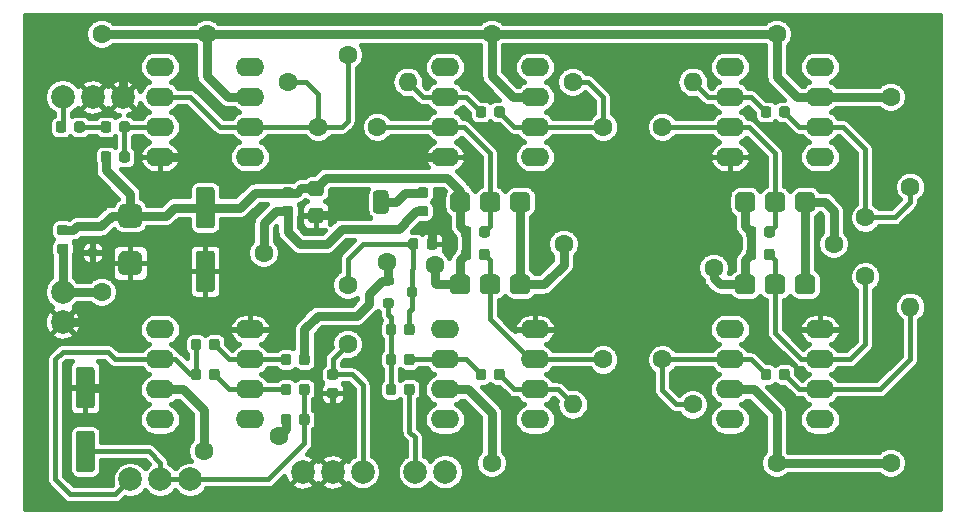
<source format=gbr>
G04 #@! TF.GenerationSoftware,KiCad,Pcbnew,(5.0.2)-1*
G04 #@! TF.CreationDate,2019-02-20T15:43:09+01:00*
G04 #@! TF.ProjectId,MXR Phase 90 Script,4d585220-5068-4617-9365-203930205363,rev?*
G04 #@! TF.SameCoordinates,Original*
G04 #@! TF.FileFunction,Copper,L2,Bot*
G04 #@! TF.FilePolarity,Positive*
%FSLAX46Y46*%
G04 Gerber Fmt 4.6, Leading zero omitted, Abs format (unit mm)*
G04 Created by KiCad (PCBNEW (5.0.2)-1) date 2/20/2019 3:43:09 PM*
%MOMM*%
%LPD*%
G01*
G04 APERTURE LIST*
G04 #@! TA.AperFunction,ComponentPad*
%ADD10C,2.000000*%
G04 #@! TD*
G04 #@! TA.AperFunction,Conductor*
%ADD11C,0.050000*%
G04 #@! TD*
G04 #@! TA.AperFunction,SMDPad,CuDef*
%ADD12C,0.875000*%
G04 #@! TD*
G04 #@! TA.AperFunction,SMDPad,CuDef*
%ADD13C,1.600000*%
G04 #@! TD*
G04 #@! TA.AperFunction,ComponentPad*
%ADD14C,1.600000*%
G04 #@! TD*
G04 #@! TA.AperFunction,ComponentPad*
%ADD15C,1.700000*%
G04 #@! TD*
G04 #@! TA.AperFunction,SMDPad,CuDef*
%ADD16C,0.750000*%
G04 #@! TD*
G04 #@! TA.AperFunction,SMDPad,CuDef*
%ADD17C,2.000000*%
G04 #@! TD*
G04 #@! TA.AperFunction,ComponentPad*
%ADD18O,2.400000X1.600000*%
G04 #@! TD*
G04 #@! TA.AperFunction,SMDPad,CuDef*
%ADD19C,1.300000*%
G04 #@! TD*
G04 #@! TA.AperFunction,ComponentPad*
%ADD20O,1.600000X1.600000*%
G04 #@! TD*
G04 #@! TA.AperFunction,SMDPad,CuDef*
%ADD21C,0.800000*%
G04 #@! TD*
G04 #@! TA.AperFunction,ViaPad*
%ADD22C,1.600000*%
G04 #@! TD*
G04 #@! TA.AperFunction,Conductor*
%ADD23C,0.381000*%
G04 #@! TD*
G04 #@! TA.AperFunction,Conductor*
%ADD24C,0.762000*%
G04 #@! TD*
G04 APERTURE END LIST*
D10*
G04 #@! TO.P,J1,1*
G04 #@! TO.N,+9.0VDC*
X177800000Y-137160000D03*
G04 #@! TO.P,J1,2*
G04 #@! TO.N,GND*
X177800000Y-139700000D03*
G04 #@! TD*
G04 #@! TO.P,J2,3*
G04 #@! TO.N,GND*
X182880000Y-120650000D03*
G04 #@! TO.P,J2,2*
X180340000Y-120650000D03*
G04 #@! TO.P,J2,1*
G04 #@! TO.N,Net-(J2-Pad1)*
X177800000Y-120650000D03*
G04 #@! TD*
G04 #@! TO.P,J3,1*
G04 #@! TO.N,Net-(C9-Pad2)*
X203200000Y-152400000D03*
G04 #@! TO.P,J3,2*
G04 #@! TO.N,GND*
X200660000Y-152400000D03*
G04 #@! TO.P,J3,3*
X198120000Y-152400000D03*
G04 #@! TD*
D11*
G04 #@! TO.N,Net-(C1-Pad1)*
G04 #@! TO.C,C1*
G36*
X181697691Y-122716053D02*
X181718926Y-122719203D01*
X181739750Y-122724419D01*
X181759962Y-122731651D01*
X181779368Y-122740830D01*
X181797781Y-122751866D01*
X181815024Y-122764654D01*
X181830930Y-122779070D01*
X181845346Y-122794976D01*
X181858134Y-122812219D01*
X181869170Y-122830632D01*
X181878349Y-122850038D01*
X181885581Y-122870250D01*
X181890797Y-122891074D01*
X181893947Y-122912309D01*
X181895000Y-122933750D01*
X181895000Y-123446250D01*
X181893947Y-123467691D01*
X181890797Y-123488926D01*
X181885581Y-123509750D01*
X181878349Y-123529962D01*
X181869170Y-123549368D01*
X181858134Y-123567781D01*
X181845346Y-123585024D01*
X181830930Y-123600930D01*
X181815024Y-123615346D01*
X181797781Y-123628134D01*
X181779368Y-123639170D01*
X181759962Y-123648349D01*
X181739750Y-123655581D01*
X181718926Y-123660797D01*
X181697691Y-123663947D01*
X181676250Y-123665000D01*
X181238750Y-123665000D01*
X181217309Y-123663947D01*
X181196074Y-123660797D01*
X181175250Y-123655581D01*
X181155038Y-123648349D01*
X181135632Y-123639170D01*
X181117219Y-123628134D01*
X181099976Y-123615346D01*
X181084070Y-123600930D01*
X181069654Y-123585024D01*
X181056866Y-123567781D01*
X181045830Y-123549368D01*
X181036651Y-123529962D01*
X181029419Y-123509750D01*
X181024203Y-123488926D01*
X181021053Y-123467691D01*
X181020000Y-123446250D01*
X181020000Y-122933750D01*
X181021053Y-122912309D01*
X181024203Y-122891074D01*
X181029419Y-122870250D01*
X181036651Y-122850038D01*
X181045830Y-122830632D01*
X181056866Y-122812219D01*
X181069654Y-122794976D01*
X181084070Y-122779070D01*
X181099976Y-122764654D01*
X181117219Y-122751866D01*
X181135632Y-122740830D01*
X181155038Y-122731651D01*
X181175250Y-122724419D01*
X181196074Y-122719203D01*
X181217309Y-122716053D01*
X181238750Y-122715000D01*
X181676250Y-122715000D01*
X181697691Y-122716053D01*
X181697691Y-122716053D01*
G37*
D12*
G04 #@! TD*
G04 #@! TO.P,C1,1*
G04 #@! TO.N,Net-(C1-Pad1)*
X181457500Y-123190000D03*
D11*
G04 #@! TO.N,Net-(C1-Pad2)*
G04 #@! TO.C,C1*
G36*
X183272691Y-122716053D02*
X183293926Y-122719203D01*
X183314750Y-122724419D01*
X183334962Y-122731651D01*
X183354368Y-122740830D01*
X183372781Y-122751866D01*
X183390024Y-122764654D01*
X183405930Y-122779070D01*
X183420346Y-122794976D01*
X183433134Y-122812219D01*
X183444170Y-122830632D01*
X183453349Y-122850038D01*
X183460581Y-122870250D01*
X183465797Y-122891074D01*
X183468947Y-122912309D01*
X183470000Y-122933750D01*
X183470000Y-123446250D01*
X183468947Y-123467691D01*
X183465797Y-123488926D01*
X183460581Y-123509750D01*
X183453349Y-123529962D01*
X183444170Y-123549368D01*
X183433134Y-123567781D01*
X183420346Y-123585024D01*
X183405930Y-123600930D01*
X183390024Y-123615346D01*
X183372781Y-123628134D01*
X183354368Y-123639170D01*
X183334962Y-123648349D01*
X183314750Y-123655581D01*
X183293926Y-123660797D01*
X183272691Y-123663947D01*
X183251250Y-123665000D01*
X182813750Y-123665000D01*
X182792309Y-123663947D01*
X182771074Y-123660797D01*
X182750250Y-123655581D01*
X182730038Y-123648349D01*
X182710632Y-123639170D01*
X182692219Y-123628134D01*
X182674976Y-123615346D01*
X182659070Y-123600930D01*
X182644654Y-123585024D01*
X182631866Y-123567781D01*
X182620830Y-123549368D01*
X182611651Y-123529962D01*
X182604419Y-123509750D01*
X182599203Y-123488926D01*
X182596053Y-123467691D01*
X182595000Y-123446250D01*
X182595000Y-122933750D01*
X182596053Y-122912309D01*
X182599203Y-122891074D01*
X182604419Y-122870250D01*
X182611651Y-122850038D01*
X182620830Y-122830632D01*
X182631866Y-122812219D01*
X182644654Y-122794976D01*
X182659070Y-122779070D01*
X182674976Y-122764654D01*
X182692219Y-122751866D01*
X182710632Y-122740830D01*
X182730038Y-122731651D01*
X182750250Y-122724419D01*
X182771074Y-122719203D01*
X182792309Y-122716053D01*
X182813750Y-122715000D01*
X183251250Y-122715000D01*
X183272691Y-122716053D01*
X183272691Y-122716053D01*
G37*
D12*
G04 #@! TD*
G04 #@! TO.P,C1,2*
G04 #@! TO.N,Net-(C1-Pad2)*
X183032500Y-123190000D03*
D11*
G04 #@! TO.N,VBIAS*
G04 #@! TO.C,C4*
G36*
X197127691Y-129891053D02*
X197148926Y-129894203D01*
X197169750Y-129899419D01*
X197189962Y-129906651D01*
X197209368Y-129915830D01*
X197227781Y-129926866D01*
X197245024Y-129939654D01*
X197260930Y-129954070D01*
X197275346Y-129969976D01*
X197288134Y-129987219D01*
X197299170Y-130005632D01*
X197308349Y-130025038D01*
X197315581Y-130045250D01*
X197320797Y-130066074D01*
X197323947Y-130087309D01*
X197325000Y-130108750D01*
X197325000Y-130546250D01*
X197323947Y-130567691D01*
X197320797Y-130588926D01*
X197315581Y-130609750D01*
X197308349Y-130629962D01*
X197299170Y-130649368D01*
X197288134Y-130667781D01*
X197275346Y-130685024D01*
X197260930Y-130700930D01*
X197245024Y-130715346D01*
X197227781Y-130728134D01*
X197209368Y-130739170D01*
X197189962Y-130748349D01*
X197169750Y-130755581D01*
X197148926Y-130760797D01*
X197127691Y-130763947D01*
X197106250Y-130765000D01*
X196593750Y-130765000D01*
X196572309Y-130763947D01*
X196551074Y-130760797D01*
X196530250Y-130755581D01*
X196510038Y-130748349D01*
X196490632Y-130739170D01*
X196472219Y-130728134D01*
X196454976Y-130715346D01*
X196439070Y-130700930D01*
X196424654Y-130685024D01*
X196411866Y-130667781D01*
X196400830Y-130649368D01*
X196391651Y-130629962D01*
X196384419Y-130609750D01*
X196379203Y-130588926D01*
X196376053Y-130567691D01*
X196375000Y-130546250D01*
X196375000Y-130108750D01*
X196376053Y-130087309D01*
X196379203Y-130066074D01*
X196384419Y-130045250D01*
X196391651Y-130025038D01*
X196400830Y-130005632D01*
X196411866Y-129987219D01*
X196424654Y-129969976D01*
X196439070Y-129954070D01*
X196454976Y-129939654D01*
X196472219Y-129926866D01*
X196490632Y-129915830D01*
X196510038Y-129906651D01*
X196530250Y-129899419D01*
X196551074Y-129894203D01*
X196572309Y-129891053D01*
X196593750Y-129890000D01*
X197106250Y-129890000D01*
X197127691Y-129891053D01*
X197127691Y-129891053D01*
G37*
D12*
G04 #@! TD*
G04 #@! TO.P,C4,2*
G04 #@! TO.N,VBIAS*
X196850000Y-130327500D03*
D11*
G04 #@! TO.N,VREF*
G04 #@! TO.C,C4*
G36*
X197127691Y-128316053D02*
X197148926Y-128319203D01*
X197169750Y-128324419D01*
X197189962Y-128331651D01*
X197209368Y-128340830D01*
X197227781Y-128351866D01*
X197245024Y-128364654D01*
X197260930Y-128379070D01*
X197275346Y-128394976D01*
X197288134Y-128412219D01*
X197299170Y-128430632D01*
X197308349Y-128450038D01*
X197315581Y-128470250D01*
X197320797Y-128491074D01*
X197323947Y-128512309D01*
X197325000Y-128533750D01*
X197325000Y-128971250D01*
X197323947Y-128992691D01*
X197320797Y-129013926D01*
X197315581Y-129034750D01*
X197308349Y-129054962D01*
X197299170Y-129074368D01*
X197288134Y-129092781D01*
X197275346Y-129110024D01*
X197260930Y-129125930D01*
X197245024Y-129140346D01*
X197227781Y-129153134D01*
X197209368Y-129164170D01*
X197189962Y-129173349D01*
X197169750Y-129180581D01*
X197148926Y-129185797D01*
X197127691Y-129188947D01*
X197106250Y-129190000D01*
X196593750Y-129190000D01*
X196572309Y-129188947D01*
X196551074Y-129185797D01*
X196530250Y-129180581D01*
X196510038Y-129173349D01*
X196490632Y-129164170D01*
X196472219Y-129153134D01*
X196454976Y-129140346D01*
X196439070Y-129125930D01*
X196424654Y-129110024D01*
X196411866Y-129092781D01*
X196400830Y-129074368D01*
X196391651Y-129054962D01*
X196384419Y-129034750D01*
X196379203Y-129013926D01*
X196376053Y-128992691D01*
X196375000Y-128971250D01*
X196375000Y-128533750D01*
X196376053Y-128512309D01*
X196379203Y-128491074D01*
X196384419Y-128470250D01*
X196391651Y-128450038D01*
X196400830Y-128430632D01*
X196411866Y-128412219D01*
X196424654Y-128394976D01*
X196439070Y-128379070D01*
X196454976Y-128364654D01*
X196472219Y-128351866D01*
X196490632Y-128340830D01*
X196510038Y-128331651D01*
X196530250Y-128324419D01*
X196551074Y-128319203D01*
X196572309Y-128316053D01*
X196593750Y-128315000D01*
X197106250Y-128315000D01*
X197127691Y-128316053D01*
X197127691Y-128316053D01*
G37*
D12*
G04 #@! TD*
G04 #@! TO.P,C4,1*
G04 #@! TO.N,VREF*
X196850000Y-128752500D03*
D11*
G04 #@! TO.N,Net-(C10-Pad1)*
G04 #@! TO.C,C10*
G36*
X190892691Y-143671053D02*
X190913926Y-143674203D01*
X190934750Y-143679419D01*
X190954962Y-143686651D01*
X190974368Y-143695830D01*
X190992781Y-143706866D01*
X191010024Y-143719654D01*
X191025930Y-143734070D01*
X191040346Y-143749976D01*
X191053134Y-143767219D01*
X191064170Y-143785632D01*
X191073349Y-143805038D01*
X191080581Y-143825250D01*
X191085797Y-143846074D01*
X191088947Y-143867309D01*
X191090000Y-143888750D01*
X191090000Y-144401250D01*
X191088947Y-144422691D01*
X191085797Y-144443926D01*
X191080581Y-144464750D01*
X191073349Y-144484962D01*
X191064170Y-144504368D01*
X191053134Y-144522781D01*
X191040346Y-144540024D01*
X191025930Y-144555930D01*
X191010024Y-144570346D01*
X190992781Y-144583134D01*
X190974368Y-144594170D01*
X190954962Y-144603349D01*
X190934750Y-144610581D01*
X190913926Y-144615797D01*
X190892691Y-144618947D01*
X190871250Y-144620000D01*
X190433750Y-144620000D01*
X190412309Y-144618947D01*
X190391074Y-144615797D01*
X190370250Y-144610581D01*
X190350038Y-144603349D01*
X190330632Y-144594170D01*
X190312219Y-144583134D01*
X190294976Y-144570346D01*
X190279070Y-144555930D01*
X190264654Y-144540024D01*
X190251866Y-144522781D01*
X190240830Y-144504368D01*
X190231651Y-144484962D01*
X190224419Y-144464750D01*
X190219203Y-144443926D01*
X190216053Y-144422691D01*
X190215000Y-144401250D01*
X190215000Y-143888750D01*
X190216053Y-143867309D01*
X190219203Y-143846074D01*
X190224419Y-143825250D01*
X190231651Y-143805038D01*
X190240830Y-143785632D01*
X190251866Y-143767219D01*
X190264654Y-143749976D01*
X190279070Y-143734070D01*
X190294976Y-143719654D01*
X190312219Y-143706866D01*
X190330632Y-143695830D01*
X190350038Y-143686651D01*
X190370250Y-143679419D01*
X190391074Y-143674203D01*
X190412309Y-143671053D01*
X190433750Y-143670000D01*
X190871250Y-143670000D01*
X190892691Y-143671053D01*
X190892691Y-143671053D01*
G37*
D12*
G04 #@! TD*
G04 #@! TO.P,C10,1*
G04 #@! TO.N,Net-(C10-Pad1)*
X190652500Y-144145000D03*
D11*
G04 #@! TO.N,Net-(C10-Pad2)*
G04 #@! TO.C,C10*
G36*
X189317691Y-143671053D02*
X189338926Y-143674203D01*
X189359750Y-143679419D01*
X189379962Y-143686651D01*
X189399368Y-143695830D01*
X189417781Y-143706866D01*
X189435024Y-143719654D01*
X189450930Y-143734070D01*
X189465346Y-143749976D01*
X189478134Y-143767219D01*
X189489170Y-143785632D01*
X189498349Y-143805038D01*
X189505581Y-143825250D01*
X189510797Y-143846074D01*
X189513947Y-143867309D01*
X189515000Y-143888750D01*
X189515000Y-144401250D01*
X189513947Y-144422691D01*
X189510797Y-144443926D01*
X189505581Y-144464750D01*
X189498349Y-144484962D01*
X189489170Y-144504368D01*
X189478134Y-144522781D01*
X189465346Y-144540024D01*
X189450930Y-144555930D01*
X189435024Y-144570346D01*
X189417781Y-144583134D01*
X189399368Y-144594170D01*
X189379962Y-144603349D01*
X189359750Y-144610581D01*
X189338926Y-144615797D01*
X189317691Y-144618947D01*
X189296250Y-144620000D01*
X188858750Y-144620000D01*
X188837309Y-144618947D01*
X188816074Y-144615797D01*
X188795250Y-144610581D01*
X188775038Y-144603349D01*
X188755632Y-144594170D01*
X188737219Y-144583134D01*
X188719976Y-144570346D01*
X188704070Y-144555930D01*
X188689654Y-144540024D01*
X188676866Y-144522781D01*
X188665830Y-144504368D01*
X188656651Y-144484962D01*
X188649419Y-144464750D01*
X188644203Y-144443926D01*
X188641053Y-144422691D01*
X188640000Y-144401250D01*
X188640000Y-143888750D01*
X188641053Y-143867309D01*
X188644203Y-143846074D01*
X188649419Y-143825250D01*
X188656651Y-143805038D01*
X188665830Y-143785632D01*
X188676866Y-143767219D01*
X188689654Y-143749976D01*
X188704070Y-143734070D01*
X188719976Y-143719654D01*
X188737219Y-143706866D01*
X188755632Y-143695830D01*
X188775038Y-143686651D01*
X188795250Y-143679419D01*
X188816074Y-143674203D01*
X188837309Y-143671053D01*
X188858750Y-143670000D01*
X189296250Y-143670000D01*
X189317691Y-143671053D01*
X189317691Y-143671053D01*
G37*
D12*
G04 #@! TD*
G04 #@! TO.P,C10,2*
G04 #@! TO.N,Net-(C10-Pad2)*
X189077500Y-144145000D03*
D11*
G04 #@! TO.N,GND*
G04 #@! TO.C,C2*
G36*
X190439504Y-133666204D02*
X190463773Y-133669804D01*
X190487571Y-133675765D01*
X190510671Y-133684030D01*
X190532849Y-133694520D01*
X190553893Y-133707133D01*
X190573598Y-133721747D01*
X190591777Y-133738223D01*
X190608253Y-133756402D01*
X190622867Y-133776107D01*
X190635480Y-133797151D01*
X190645970Y-133819329D01*
X190654235Y-133842429D01*
X190660196Y-133866227D01*
X190663796Y-133890496D01*
X190665000Y-133915000D01*
X190665000Y-136915000D01*
X190663796Y-136939504D01*
X190660196Y-136963773D01*
X190654235Y-136987571D01*
X190645970Y-137010671D01*
X190635480Y-137032849D01*
X190622867Y-137053893D01*
X190608253Y-137073598D01*
X190591777Y-137091777D01*
X190573598Y-137108253D01*
X190553893Y-137122867D01*
X190532849Y-137135480D01*
X190510671Y-137145970D01*
X190487571Y-137154235D01*
X190463773Y-137160196D01*
X190439504Y-137163796D01*
X190415000Y-137165000D01*
X189315000Y-137165000D01*
X189290496Y-137163796D01*
X189266227Y-137160196D01*
X189242429Y-137154235D01*
X189219329Y-137145970D01*
X189197151Y-137135480D01*
X189176107Y-137122867D01*
X189156402Y-137108253D01*
X189138223Y-137091777D01*
X189121747Y-137073598D01*
X189107133Y-137053893D01*
X189094520Y-137032849D01*
X189084030Y-137010671D01*
X189075765Y-136987571D01*
X189069804Y-136963773D01*
X189066204Y-136939504D01*
X189065000Y-136915000D01*
X189065000Y-133915000D01*
X189066204Y-133890496D01*
X189069804Y-133866227D01*
X189075765Y-133842429D01*
X189084030Y-133819329D01*
X189094520Y-133797151D01*
X189107133Y-133776107D01*
X189121747Y-133756402D01*
X189138223Y-133738223D01*
X189156402Y-133721747D01*
X189176107Y-133707133D01*
X189197151Y-133694520D01*
X189219329Y-133684030D01*
X189242429Y-133675765D01*
X189266227Y-133669804D01*
X189290496Y-133666204D01*
X189315000Y-133665000D01*
X190415000Y-133665000D01*
X190439504Y-133666204D01*
X190439504Y-133666204D01*
G37*
D13*
G04 #@! TD*
G04 #@! TO.P,C2,2*
G04 #@! TO.N,GND*
X189865000Y-135415000D03*
D11*
G04 #@! TO.N,VREF*
G04 #@! TO.C,C2*
G36*
X190439504Y-128266204D02*
X190463773Y-128269804D01*
X190487571Y-128275765D01*
X190510671Y-128284030D01*
X190532849Y-128294520D01*
X190553893Y-128307133D01*
X190573598Y-128321747D01*
X190591777Y-128338223D01*
X190608253Y-128356402D01*
X190622867Y-128376107D01*
X190635480Y-128397151D01*
X190645970Y-128419329D01*
X190654235Y-128442429D01*
X190660196Y-128466227D01*
X190663796Y-128490496D01*
X190665000Y-128515000D01*
X190665000Y-131515000D01*
X190663796Y-131539504D01*
X190660196Y-131563773D01*
X190654235Y-131587571D01*
X190645970Y-131610671D01*
X190635480Y-131632849D01*
X190622867Y-131653893D01*
X190608253Y-131673598D01*
X190591777Y-131691777D01*
X190573598Y-131708253D01*
X190553893Y-131722867D01*
X190532849Y-131735480D01*
X190510671Y-131745970D01*
X190487571Y-131754235D01*
X190463773Y-131760196D01*
X190439504Y-131763796D01*
X190415000Y-131765000D01*
X189315000Y-131765000D01*
X189290496Y-131763796D01*
X189266227Y-131760196D01*
X189242429Y-131754235D01*
X189219329Y-131745970D01*
X189197151Y-131735480D01*
X189176107Y-131722867D01*
X189156402Y-131708253D01*
X189138223Y-131691777D01*
X189121747Y-131673598D01*
X189107133Y-131653893D01*
X189094520Y-131632849D01*
X189084030Y-131610671D01*
X189075765Y-131587571D01*
X189069804Y-131563773D01*
X189066204Y-131539504D01*
X189065000Y-131515000D01*
X189065000Y-128515000D01*
X189066204Y-128490496D01*
X189069804Y-128466227D01*
X189075765Y-128442429D01*
X189084030Y-128419329D01*
X189094520Y-128397151D01*
X189107133Y-128376107D01*
X189121747Y-128356402D01*
X189138223Y-128338223D01*
X189156402Y-128321747D01*
X189176107Y-128307133D01*
X189197151Y-128294520D01*
X189219329Y-128284030D01*
X189242429Y-128275765D01*
X189266227Y-128269804D01*
X189290496Y-128266204D01*
X189315000Y-128265000D01*
X190415000Y-128265000D01*
X190439504Y-128266204D01*
X190439504Y-128266204D01*
G37*
D13*
G04 #@! TD*
G04 #@! TO.P,C2,1*
G04 #@! TO.N,VREF*
X189865000Y-130015000D03*
D11*
G04 #@! TO.N,Net-(C8-Pad1)*
G04 #@! TO.C,C8*
G36*
X180279504Y-148906204D02*
X180303773Y-148909804D01*
X180327571Y-148915765D01*
X180350671Y-148924030D01*
X180372849Y-148934520D01*
X180393893Y-148947133D01*
X180413598Y-148961747D01*
X180431777Y-148978223D01*
X180448253Y-148996402D01*
X180462867Y-149016107D01*
X180475480Y-149037151D01*
X180485970Y-149059329D01*
X180494235Y-149082429D01*
X180500196Y-149106227D01*
X180503796Y-149130496D01*
X180505000Y-149155000D01*
X180505000Y-152155000D01*
X180503796Y-152179504D01*
X180500196Y-152203773D01*
X180494235Y-152227571D01*
X180485970Y-152250671D01*
X180475480Y-152272849D01*
X180462867Y-152293893D01*
X180448253Y-152313598D01*
X180431777Y-152331777D01*
X180413598Y-152348253D01*
X180393893Y-152362867D01*
X180372849Y-152375480D01*
X180350671Y-152385970D01*
X180327571Y-152394235D01*
X180303773Y-152400196D01*
X180279504Y-152403796D01*
X180255000Y-152405000D01*
X179155000Y-152405000D01*
X179130496Y-152403796D01*
X179106227Y-152400196D01*
X179082429Y-152394235D01*
X179059329Y-152385970D01*
X179037151Y-152375480D01*
X179016107Y-152362867D01*
X178996402Y-152348253D01*
X178978223Y-152331777D01*
X178961747Y-152313598D01*
X178947133Y-152293893D01*
X178934520Y-152272849D01*
X178924030Y-152250671D01*
X178915765Y-152227571D01*
X178909804Y-152203773D01*
X178906204Y-152179504D01*
X178905000Y-152155000D01*
X178905000Y-149155000D01*
X178906204Y-149130496D01*
X178909804Y-149106227D01*
X178915765Y-149082429D01*
X178924030Y-149059329D01*
X178934520Y-149037151D01*
X178947133Y-149016107D01*
X178961747Y-148996402D01*
X178978223Y-148978223D01*
X178996402Y-148961747D01*
X179016107Y-148947133D01*
X179037151Y-148934520D01*
X179059329Y-148924030D01*
X179082429Y-148915765D01*
X179106227Y-148909804D01*
X179130496Y-148906204D01*
X179155000Y-148905000D01*
X180255000Y-148905000D01*
X180279504Y-148906204D01*
X180279504Y-148906204D01*
G37*
D13*
G04 #@! TD*
G04 #@! TO.P,C8,1*
G04 #@! TO.N,Net-(C8-Pad1)*
X179705000Y-150655000D03*
D11*
G04 #@! TO.N,GND*
G04 #@! TO.C,C8*
G36*
X180279504Y-143506204D02*
X180303773Y-143509804D01*
X180327571Y-143515765D01*
X180350671Y-143524030D01*
X180372849Y-143534520D01*
X180393893Y-143547133D01*
X180413598Y-143561747D01*
X180431777Y-143578223D01*
X180448253Y-143596402D01*
X180462867Y-143616107D01*
X180475480Y-143637151D01*
X180485970Y-143659329D01*
X180494235Y-143682429D01*
X180500196Y-143706227D01*
X180503796Y-143730496D01*
X180505000Y-143755000D01*
X180505000Y-146755000D01*
X180503796Y-146779504D01*
X180500196Y-146803773D01*
X180494235Y-146827571D01*
X180485970Y-146850671D01*
X180475480Y-146872849D01*
X180462867Y-146893893D01*
X180448253Y-146913598D01*
X180431777Y-146931777D01*
X180413598Y-146948253D01*
X180393893Y-146962867D01*
X180372849Y-146975480D01*
X180350671Y-146985970D01*
X180327571Y-146994235D01*
X180303773Y-147000196D01*
X180279504Y-147003796D01*
X180255000Y-147005000D01*
X179155000Y-147005000D01*
X179130496Y-147003796D01*
X179106227Y-147000196D01*
X179082429Y-146994235D01*
X179059329Y-146985970D01*
X179037151Y-146975480D01*
X179016107Y-146962867D01*
X178996402Y-146948253D01*
X178978223Y-146931777D01*
X178961747Y-146913598D01*
X178947133Y-146893893D01*
X178934520Y-146872849D01*
X178924030Y-146850671D01*
X178915765Y-146827571D01*
X178909804Y-146803773D01*
X178906204Y-146779504D01*
X178905000Y-146755000D01*
X178905000Y-143755000D01*
X178906204Y-143730496D01*
X178909804Y-143706227D01*
X178915765Y-143682429D01*
X178924030Y-143659329D01*
X178934520Y-143637151D01*
X178947133Y-143616107D01*
X178961747Y-143596402D01*
X178978223Y-143578223D01*
X178996402Y-143561747D01*
X179016107Y-143547133D01*
X179037151Y-143534520D01*
X179059329Y-143524030D01*
X179082429Y-143515765D01*
X179106227Y-143509804D01*
X179130496Y-143506204D01*
X179155000Y-143505000D01*
X180255000Y-143505000D01*
X180279504Y-143506204D01*
X180279504Y-143506204D01*
G37*
D13*
G04 #@! TD*
G04 #@! TO.P,C8,2*
G04 #@! TO.N,GND*
X179705000Y-145255000D03*
D14*
G04 #@! TO.P,C7,1*
G04 #@! TO.N,Net-(C7-Pad1)*
X228560000Y-142875000D03*
G04 #@! TO.P,C7,2*
G04 #@! TO.N,Net-(C7-Pad2)*
X223560000Y-142875000D03*
G04 #@! TD*
G04 #@! TO.P,C5,2*
G04 #@! TO.N,Net-(C5-Pad2)*
X228560000Y-123190000D03*
G04 #@! TO.P,C5,1*
G04 #@! TO.N,Net-(C5-Pad1)*
X223560000Y-123190000D03*
G04 #@! TD*
G04 #@! TO.P,C6,1*
G04 #@! TO.N,Net-(C6-Pad1)*
X245745000Y-130850000D03*
G04 #@! TO.P,C6,2*
G04 #@! TO.N,Net-(C6-Pad2)*
X245745000Y-135850000D03*
G04 #@! TD*
G04 #@! TO.P,C9,2*
G04 #@! TO.N,Net-(C9-Pad2)*
X201930000Y-141565000D03*
G04 #@! TO.P,C9,1*
G04 #@! TO.N,Net-(C9-Pad1)*
X201930000Y-136565000D03*
G04 #@! TD*
G04 #@! TO.P,C3,1*
G04 #@! TO.N,Net-(C3-Pad1)*
X199430000Y-123190000D03*
G04 #@! TO.P,C3,2*
G04 #@! TO.N,Net-(C3-Pad2)*
X204430000Y-123190000D03*
G04 #@! TD*
D11*
G04 #@! TO.N,VBIAS*
G04 #@! TO.C,Q4*
G36*
X217001657Y-135677046D02*
X217042913Y-135683166D01*
X217083371Y-135693300D01*
X217122640Y-135707351D01*
X217160344Y-135725183D01*
X217196117Y-135746625D01*
X217229617Y-135771471D01*
X217260520Y-135799480D01*
X217288529Y-135830383D01*
X217313375Y-135863883D01*
X217334817Y-135899656D01*
X217352649Y-135937360D01*
X217366700Y-135976629D01*
X217376834Y-136017087D01*
X217382954Y-136058343D01*
X217385000Y-136100000D01*
X217385000Y-136950000D01*
X217382954Y-136991657D01*
X217376834Y-137032913D01*
X217366700Y-137073371D01*
X217352649Y-137112640D01*
X217334817Y-137150344D01*
X217313375Y-137186117D01*
X217288529Y-137219617D01*
X217260520Y-137250520D01*
X217229617Y-137278529D01*
X217196117Y-137303375D01*
X217160344Y-137324817D01*
X217122640Y-137342649D01*
X217083371Y-137356700D01*
X217042913Y-137366834D01*
X217001657Y-137372954D01*
X216960000Y-137375000D01*
X216110000Y-137375000D01*
X216068343Y-137372954D01*
X216027087Y-137366834D01*
X215986629Y-137356700D01*
X215947360Y-137342649D01*
X215909656Y-137324817D01*
X215873883Y-137303375D01*
X215840383Y-137278529D01*
X215809480Y-137250520D01*
X215781471Y-137219617D01*
X215756625Y-137186117D01*
X215735183Y-137150344D01*
X215717351Y-137112640D01*
X215703300Y-137073371D01*
X215693166Y-137032913D01*
X215687046Y-136991657D01*
X215685000Y-136950000D01*
X215685000Y-136100000D01*
X215687046Y-136058343D01*
X215693166Y-136017087D01*
X215703300Y-135976629D01*
X215717351Y-135937360D01*
X215735183Y-135899656D01*
X215756625Y-135863883D01*
X215781471Y-135830383D01*
X215809480Y-135799480D01*
X215840383Y-135771471D01*
X215873883Y-135746625D01*
X215909656Y-135725183D01*
X215947360Y-135707351D01*
X215986629Y-135693300D01*
X216027087Y-135683166D01*
X216068343Y-135677046D01*
X216110000Y-135675000D01*
X216960000Y-135675000D01*
X217001657Y-135677046D01*
X217001657Y-135677046D01*
G37*
D15*
G04 #@! TD*
G04 #@! TO.P,Q4,3*
G04 #@! TO.N,VBIAS*
X216535000Y-136525000D03*
D11*
G04 #@! TO.N,Net-(C7-Pad2)*
G04 #@! TO.C,Q4*
G36*
X214461657Y-135677046D02*
X214502913Y-135683166D01*
X214543371Y-135693300D01*
X214582640Y-135707351D01*
X214620344Y-135725183D01*
X214656117Y-135746625D01*
X214689617Y-135771471D01*
X214720520Y-135799480D01*
X214748529Y-135830383D01*
X214773375Y-135863883D01*
X214794817Y-135899656D01*
X214812649Y-135937360D01*
X214826700Y-135976629D01*
X214836834Y-136017087D01*
X214842954Y-136058343D01*
X214845000Y-136100000D01*
X214845000Y-136950000D01*
X214842954Y-136991657D01*
X214836834Y-137032913D01*
X214826700Y-137073371D01*
X214812649Y-137112640D01*
X214794817Y-137150344D01*
X214773375Y-137186117D01*
X214748529Y-137219617D01*
X214720520Y-137250520D01*
X214689617Y-137278529D01*
X214656117Y-137303375D01*
X214620344Y-137324817D01*
X214582640Y-137342649D01*
X214543371Y-137356700D01*
X214502913Y-137366834D01*
X214461657Y-137372954D01*
X214420000Y-137375000D01*
X213570000Y-137375000D01*
X213528343Y-137372954D01*
X213487087Y-137366834D01*
X213446629Y-137356700D01*
X213407360Y-137342649D01*
X213369656Y-137324817D01*
X213333883Y-137303375D01*
X213300383Y-137278529D01*
X213269480Y-137250520D01*
X213241471Y-137219617D01*
X213216625Y-137186117D01*
X213195183Y-137150344D01*
X213177351Y-137112640D01*
X213163300Y-137073371D01*
X213153166Y-137032913D01*
X213147046Y-136991657D01*
X213145000Y-136950000D01*
X213145000Y-136100000D01*
X213147046Y-136058343D01*
X213153166Y-136017087D01*
X213163300Y-135976629D01*
X213177351Y-135937360D01*
X213195183Y-135899656D01*
X213216625Y-135863883D01*
X213241471Y-135830383D01*
X213269480Y-135799480D01*
X213300383Y-135771471D01*
X213333883Y-135746625D01*
X213369656Y-135725183D01*
X213407360Y-135707351D01*
X213446629Y-135693300D01*
X213487087Y-135683166D01*
X213528343Y-135677046D01*
X213570000Y-135675000D01*
X214420000Y-135675000D01*
X214461657Y-135677046D01*
X214461657Y-135677046D01*
G37*
D15*
G04 #@! TD*
G04 #@! TO.P,Q4,2*
G04 #@! TO.N,Net-(C7-Pad2)*
X213995000Y-136525000D03*
D11*
G04 #@! TO.N,VREF*
G04 #@! TO.C,Q4*
G36*
X211921657Y-135677046D02*
X211962913Y-135683166D01*
X212003371Y-135693300D01*
X212042640Y-135707351D01*
X212080344Y-135725183D01*
X212116117Y-135746625D01*
X212149617Y-135771471D01*
X212180520Y-135799480D01*
X212208529Y-135830383D01*
X212233375Y-135863883D01*
X212254817Y-135899656D01*
X212272649Y-135937360D01*
X212286700Y-135976629D01*
X212296834Y-136017087D01*
X212302954Y-136058343D01*
X212305000Y-136100000D01*
X212305000Y-136950000D01*
X212302954Y-136991657D01*
X212296834Y-137032913D01*
X212286700Y-137073371D01*
X212272649Y-137112640D01*
X212254817Y-137150344D01*
X212233375Y-137186117D01*
X212208529Y-137219617D01*
X212180520Y-137250520D01*
X212149617Y-137278529D01*
X212116117Y-137303375D01*
X212080344Y-137324817D01*
X212042640Y-137342649D01*
X212003371Y-137356700D01*
X211962913Y-137366834D01*
X211921657Y-137372954D01*
X211880000Y-137375000D01*
X211030000Y-137375000D01*
X210988343Y-137372954D01*
X210947087Y-137366834D01*
X210906629Y-137356700D01*
X210867360Y-137342649D01*
X210829656Y-137324817D01*
X210793883Y-137303375D01*
X210760383Y-137278529D01*
X210729480Y-137250520D01*
X210701471Y-137219617D01*
X210676625Y-137186117D01*
X210655183Y-137150344D01*
X210637351Y-137112640D01*
X210623300Y-137073371D01*
X210613166Y-137032913D01*
X210607046Y-136991657D01*
X210605000Y-136950000D01*
X210605000Y-136100000D01*
X210607046Y-136058343D01*
X210613166Y-136017087D01*
X210623300Y-135976629D01*
X210637351Y-135937360D01*
X210655183Y-135899656D01*
X210676625Y-135863883D01*
X210701471Y-135830383D01*
X210729480Y-135799480D01*
X210760383Y-135771471D01*
X210793883Y-135746625D01*
X210829656Y-135725183D01*
X210867360Y-135707351D01*
X210906629Y-135693300D01*
X210947087Y-135683166D01*
X210988343Y-135677046D01*
X211030000Y-135675000D01*
X211880000Y-135675000D01*
X211921657Y-135677046D01*
X211921657Y-135677046D01*
G37*
D15*
G04 #@! TD*
G04 #@! TO.P,Q4,1*
G04 #@! TO.N,VREF*
X211455000Y-136525000D03*
D11*
G04 #@! TO.N,VREF*
G04 #@! TO.C,Q2*
G36*
X236051657Y-128692046D02*
X236092913Y-128698166D01*
X236133371Y-128708300D01*
X236172640Y-128722351D01*
X236210344Y-128740183D01*
X236246117Y-128761625D01*
X236279617Y-128786471D01*
X236310520Y-128814480D01*
X236338529Y-128845383D01*
X236363375Y-128878883D01*
X236384817Y-128914656D01*
X236402649Y-128952360D01*
X236416700Y-128991629D01*
X236426834Y-129032087D01*
X236432954Y-129073343D01*
X236435000Y-129115000D01*
X236435000Y-129965000D01*
X236432954Y-130006657D01*
X236426834Y-130047913D01*
X236416700Y-130088371D01*
X236402649Y-130127640D01*
X236384817Y-130165344D01*
X236363375Y-130201117D01*
X236338529Y-130234617D01*
X236310520Y-130265520D01*
X236279617Y-130293529D01*
X236246117Y-130318375D01*
X236210344Y-130339817D01*
X236172640Y-130357649D01*
X236133371Y-130371700D01*
X236092913Y-130381834D01*
X236051657Y-130387954D01*
X236010000Y-130390000D01*
X235160000Y-130390000D01*
X235118343Y-130387954D01*
X235077087Y-130381834D01*
X235036629Y-130371700D01*
X234997360Y-130357649D01*
X234959656Y-130339817D01*
X234923883Y-130318375D01*
X234890383Y-130293529D01*
X234859480Y-130265520D01*
X234831471Y-130234617D01*
X234806625Y-130201117D01*
X234785183Y-130165344D01*
X234767351Y-130127640D01*
X234753300Y-130088371D01*
X234743166Y-130047913D01*
X234737046Y-130006657D01*
X234735000Y-129965000D01*
X234735000Y-129115000D01*
X234737046Y-129073343D01*
X234743166Y-129032087D01*
X234753300Y-128991629D01*
X234767351Y-128952360D01*
X234785183Y-128914656D01*
X234806625Y-128878883D01*
X234831471Y-128845383D01*
X234859480Y-128814480D01*
X234890383Y-128786471D01*
X234923883Y-128761625D01*
X234959656Y-128740183D01*
X234997360Y-128722351D01*
X235036629Y-128708300D01*
X235077087Y-128698166D01*
X235118343Y-128692046D01*
X235160000Y-128690000D01*
X236010000Y-128690000D01*
X236051657Y-128692046D01*
X236051657Y-128692046D01*
G37*
D15*
G04 #@! TD*
G04 #@! TO.P,Q2,1*
G04 #@! TO.N,VREF*
X235585000Y-129540000D03*
D11*
G04 #@! TO.N,Net-(C5-Pad2)*
G04 #@! TO.C,Q2*
G36*
X238591657Y-128692046D02*
X238632913Y-128698166D01*
X238673371Y-128708300D01*
X238712640Y-128722351D01*
X238750344Y-128740183D01*
X238786117Y-128761625D01*
X238819617Y-128786471D01*
X238850520Y-128814480D01*
X238878529Y-128845383D01*
X238903375Y-128878883D01*
X238924817Y-128914656D01*
X238942649Y-128952360D01*
X238956700Y-128991629D01*
X238966834Y-129032087D01*
X238972954Y-129073343D01*
X238975000Y-129115000D01*
X238975000Y-129965000D01*
X238972954Y-130006657D01*
X238966834Y-130047913D01*
X238956700Y-130088371D01*
X238942649Y-130127640D01*
X238924817Y-130165344D01*
X238903375Y-130201117D01*
X238878529Y-130234617D01*
X238850520Y-130265520D01*
X238819617Y-130293529D01*
X238786117Y-130318375D01*
X238750344Y-130339817D01*
X238712640Y-130357649D01*
X238673371Y-130371700D01*
X238632913Y-130381834D01*
X238591657Y-130387954D01*
X238550000Y-130390000D01*
X237700000Y-130390000D01*
X237658343Y-130387954D01*
X237617087Y-130381834D01*
X237576629Y-130371700D01*
X237537360Y-130357649D01*
X237499656Y-130339817D01*
X237463883Y-130318375D01*
X237430383Y-130293529D01*
X237399480Y-130265520D01*
X237371471Y-130234617D01*
X237346625Y-130201117D01*
X237325183Y-130165344D01*
X237307351Y-130127640D01*
X237293300Y-130088371D01*
X237283166Y-130047913D01*
X237277046Y-130006657D01*
X237275000Y-129965000D01*
X237275000Y-129115000D01*
X237277046Y-129073343D01*
X237283166Y-129032087D01*
X237293300Y-128991629D01*
X237307351Y-128952360D01*
X237325183Y-128914656D01*
X237346625Y-128878883D01*
X237371471Y-128845383D01*
X237399480Y-128814480D01*
X237430383Y-128786471D01*
X237463883Y-128761625D01*
X237499656Y-128740183D01*
X237537360Y-128722351D01*
X237576629Y-128708300D01*
X237617087Y-128698166D01*
X237658343Y-128692046D01*
X237700000Y-128690000D01*
X238550000Y-128690000D01*
X238591657Y-128692046D01*
X238591657Y-128692046D01*
G37*
D15*
G04 #@! TD*
G04 #@! TO.P,Q2,2*
G04 #@! TO.N,Net-(C5-Pad2)*
X238125000Y-129540000D03*
D11*
G04 #@! TO.N,VBIAS*
G04 #@! TO.C,Q2*
G36*
X241131657Y-128692046D02*
X241172913Y-128698166D01*
X241213371Y-128708300D01*
X241252640Y-128722351D01*
X241290344Y-128740183D01*
X241326117Y-128761625D01*
X241359617Y-128786471D01*
X241390520Y-128814480D01*
X241418529Y-128845383D01*
X241443375Y-128878883D01*
X241464817Y-128914656D01*
X241482649Y-128952360D01*
X241496700Y-128991629D01*
X241506834Y-129032087D01*
X241512954Y-129073343D01*
X241515000Y-129115000D01*
X241515000Y-129965000D01*
X241512954Y-130006657D01*
X241506834Y-130047913D01*
X241496700Y-130088371D01*
X241482649Y-130127640D01*
X241464817Y-130165344D01*
X241443375Y-130201117D01*
X241418529Y-130234617D01*
X241390520Y-130265520D01*
X241359617Y-130293529D01*
X241326117Y-130318375D01*
X241290344Y-130339817D01*
X241252640Y-130357649D01*
X241213371Y-130371700D01*
X241172913Y-130381834D01*
X241131657Y-130387954D01*
X241090000Y-130390000D01*
X240240000Y-130390000D01*
X240198343Y-130387954D01*
X240157087Y-130381834D01*
X240116629Y-130371700D01*
X240077360Y-130357649D01*
X240039656Y-130339817D01*
X240003883Y-130318375D01*
X239970383Y-130293529D01*
X239939480Y-130265520D01*
X239911471Y-130234617D01*
X239886625Y-130201117D01*
X239865183Y-130165344D01*
X239847351Y-130127640D01*
X239833300Y-130088371D01*
X239823166Y-130047913D01*
X239817046Y-130006657D01*
X239815000Y-129965000D01*
X239815000Y-129115000D01*
X239817046Y-129073343D01*
X239823166Y-129032087D01*
X239833300Y-128991629D01*
X239847351Y-128952360D01*
X239865183Y-128914656D01*
X239886625Y-128878883D01*
X239911471Y-128845383D01*
X239939480Y-128814480D01*
X239970383Y-128786471D01*
X240003883Y-128761625D01*
X240039656Y-128740183D01*
X240077360Y-128722351D01*
X240116629Y-128708300D01*
X240157087Y-128698166D01*
X240198343Y-128692046D01*
X240240000Y-128690000D01*
X241090000Y-128690000D01*
X241131657Y-128692046D01*
X241131657Y-128692046D01*
G37*
D15*
G04 #@! TD*
G04 #@! TO.P,Q2,3*
G04 #@! TO.N,VBIAS*
X240665000Y-129540000D03*
D11*
G04 #@! TO.N,VBIAS*
G04 #@! TO.C,Q1*
G36*
X217001657Y-128692046D02*
X217042913Y-128698166D01*
X217083371Y-128708300D01*
X217122640Y-128722351D01*
X217160344Y-128740183D01*
X217196117Y-128761625D01*
X217229617Y-128786471D01*
X217260520Y-128814480D01*
X217288529Y-128845383D01*
X217313375Y-128878883D01*
X217334817Y-128914656D01*
X217352649Y-128952360D01*
X217366700Y-128991629D01*
X217376834Y-129032087D01*
X217382954Y-129073343D01*
X217385000Y-129115000D01*
X217385000Y-129965000D01*
X217382954Y-130006657D01*
X217376834Y-130047913D01*
X217366700Y-130088371D01*
X217352649Y-130127640D01*
X217334817Y-130165344D01*
X217313375Y-130201117D01*
X217288529Y-130234617D01*
X217260520Y-130265520D01*
X217229617Y-130293529D01*
X217196117Y-130318375D01*
X217160344Y-130339817D01*
X217122640Y-130357649D01*
X217083371Y-130371700D01*
X217042913Y-130381834D01*
X217001657Y-130387954D01*
X216960000Y-130390000D01*
X216110000Y-130390000D01*
X216068343Y-130387954D01*
X216027087Y-130381834D01*
X215986629Y-130371700D01*
X215947360Y-130357649D01*
X215909656Y-130339817D01*
X215873883Y-130318375D01*
X215840383Y-130293529D01*
X215809480Y-130265520D01*
X215781471Y-130234617D01*
X215756625Y-130201117D01*
X215735183Y-130165344D01*
X215717351Y-130127640D01*
X215703300Y-130088371D01*
X215693166Y-130047913D01*
X215687046Y-130006657D01*
X215685000Y-129965000D01*
X215685000Y-129115000D01*
X215687046Y-129073343D01*
X215693166Y-129032087D01*
X215703300Y-128991629D01*
X215717351Y-128952360D01*
X215735183Y-128914656D01*
X215756625Y-128878883D01*
X215781471Y-128845383D01*
X215809480Y-128814480D01*
X215840383Y-128786471D01*
X215873883Y-128761625D01*
X215909656Y-128740183D01*
X215947360Y-128722351D01*
X215986629Y-128708300D01*
X216027087Y-128698166D01*
X216068343Y-128692046D01*
X216110000Y-128690000D01*
X216960000Y-128690000D01*
X217001657Y-128692046D01*
X217001657Y-128692046D01*
G37*
D15*
G04 #@! TD*
G04 #@! TO.P,Q1,3*
G04 #@! TO.N,VBIAS*
X216535000Y-129540000D03*
D11*
G04 #@! TO.N,Net-(C3-Pad2)*
G04 #@! TO.C,Q1*
G36*
X214461657Y-128692046D02*
X214502913Y-128698166D01*
X214543371Y-128708300D01*
X214582640Y-128722351D01*
X214620344Y-128740183D01*
X214656117Y-128761625D01*
X214689617Y-128786471D01*
X214720520Y-128814480D01*
X214748529Y-128845383D01*
X214773375Y-128878883D01*
X214794817Y-128914656D01*
X214812649Y-128952360D01*
X214826700Y-128991629D01*
X214836834Y-129032087D01*
X214842954Y-129073343D01*
X214845000Y-129115000D01*
X214845000Y-129965000D01*
X214842954Y-130006657D01*
X214836834Y-130047913D01*
X214826700Y-130088371D01*
X214812649Y-130127640D01*
X214794817Y-130165344D01*
X214773375Y-130201117D01*
X214748529Y-130234617D01*
X214720520Y-130265520D01*
X214689617Y-130293529D01*
X214656117Y-130318375D01*
X214620344Y-130339817D01*
X214582640Y-130357649D01*
X214543371Y-130371700D01*
X214502913Y-130381834D01*
X214461657Y-130387954D01*
X214420000Y-130390000D01*
X213570000Y-130390000D01*
X213528343Y-130387954D01*
X213487087Y-130381834D01*
X213446629Y-130371700D01*
X213407360Y-130357649D01*
X213369656Y-130339817D01*
X213333883Y-130318375D01*
X213300383Y-130293529D01*
X213269480Y-130265520D01*
X213241471Y-130234617D01*
X213216625Y-130201117D01*
X213195183Y-130165344D01*
X213177351Y-130127640D01*
X213163300Y-130088371D01*
X213153166Y-130047913D01*
X213147046Y-130006657D01*
X213145000Y-129965000D01*
X213145000Y-129115000D01*
X213147046Y-129073343D01*
X213153166Y-129032087D01*
X213163300Y-128991629D01*
X213177351Y-128952360D01*
X213195183Y-128914656D01*
X213216625Y-128878883D01*
X213241471Y-128845383D01*
X213269480Y-128814480D01*
X213300383Y-128786471D01*
X213333883Y-128761625D01*
X213369656Y-128740183D01*
X213407360Y-128722351D01*
X213446629Y-128708300D01*
X213487087Y-128698166D01*
X213528343Y-128692046D01*
X213570000Y-128690000D01*
X214420000Y-128690000D01*
X214461657Y-128692046D01*
X214461657Y-128692046D01*
G37*
D15*
G04 #@! TD*
G04 #@! TO.P,Q1,2*
G04 #@! TO.N,Net-(C3-Pad2)*
X213995000Y-129540000D03*
D11*
G04 #@! TO.N,VREF*
G04 #@! TO.C,Q1*
G36*
X211921657Y-128692046D02*
X211962913Y-128698166D01*
X212003371Y-128708300D01*
X212042640Y-128722351D01*
X212080344Y-128740183D01*
X212116117Y-128761625D01*
X212149617Y-128786471D01*
X212180520Y-128814480D01*
X212208529Y-128845383D01*
X212233375Y-128878883D01*
X212254817Y-128914656D01*
X212272649Y-128952360D01*
X212286700Y-128991629D01*
X212296834Y-129032087D01*
X212302954Y-129073343D01*
X212305000Y-129115000D01*
X212305000Y-129965000D01*
X212302954Y-130006657D01*
X212296834Y-130047913D01*
X212286700Y-130088371D01*
X212272649Y-130127640D01*
X212254817Y-130165344D01*
X212233375Y-130201117D01*
X212208529Y-130234617D01*
X212180520Y-130265520D01*
X212149617Y-130293529D01*
X212116117Y-130318375D01*
X212080344Y-130339817D01*
X212042640Y-130357649D01*
X212003371Y-130371700D01*
X211962913Y-130381834D01*
X211921657Y-130387954D01*
X211880000Y-130390000D01*
X211030000Y-130390000D01*
X210988343Y-130387954D01*
X210947087Y-130381834D01*
X210906629Y-130371700D01*
X210867360Y-130357649D01*
X210829656Y-130339817D01*
X210793883Y-130318375D01*
X210760383Y-130293529D01*
X210729480Y-130265520D01*
X210701471Y-130234617D01*
X210676625Y-130201117D01*
X210655183Y-130165344D01*
X210637351Y-130127640D01*
X210623300Y-130088371D01*
X210613166Y-130047913D01*
X210607046Y-130006657D01*
X210605000Y-129965000D01*
X210605000Y-129115000D01*
X210607046Y-129073343D01*
X210613166Y-129032087D01*
X210623300Y-128991629D01*
X210637351Y-128952360D01*
X210655183Y-128914656D01*
X210676625Y-128878883D01*
X210701471Y-128845383D01*
X210729480Y-128814480D01*
X210760383Y-128786471D01*
X210793883Y-128761625D01*
X210829656Y-128740183D01*
X210867360Y-128722351D01*
X210906629Y-128708300D01*
X210947087Y-128698166D01*
X210988343Y-128692046D01*
X211030000Y-128690000D01*
X211880000Y-128690000D01*
X211921657Y-128692046D01*
X211921657Y-128692046D01*
G37*
D15*
G04 #@! TD*
G04 #@! TO.P,Q1,1*
G04 #@! TO.N,VREF*
X211455000Y-129540000D03*
D11*
G04 #@! TO.N,VREF*
G04 #@! TO.C,Q3*
G36*
X236051657Y-135677046D02*
X236092913Y-135683166D01*
X236133371Y-135693300D01*
X236172640Y-135707351D01*
X236210344Y-135725183D01*
X236246117Y-135746625D01*
X236279617Y-135771471D01*
X236310520Y-135799480D01*
X236338529Y-135830383D01*
X236363375Y-135863883D01*
X236384817Y-135899656D01*
X236402649Y-135937360D01*
X236416700Y-135976629D01*
X236426834Y-136017087D01*
X236432954Y-136058343D01*
X236435000Y-136100000D01*
X236435000Y-136950000D01*
X236432954Y-136991657D01*
X236426834Y-137032913D01*
X236416700Y-137073371D01*
X236402649Y-137112640D01*
X236384817Y-137150344D01*
X236363375Y-137186117D01*
X236338529Y-137219617D01*
X236310520Y-137250520D01*
X236279617Y-137278529D01*
X236246117Y-137303375D01*
X236210344Y-137324817D01*
X236172640Y-137342649D01*
X236133371Y-137356700D01*
X236092913Y-137366834D01*
X236051657Y-137372954D01*
X236010000Y-137375000D01*
X235160000Y-137375000D01*
X235118343Y-137372954D01*
X235077087Y-137366834D01*
X235036629Y-137356700D01*
X234997360Y-137342649D01*
X234959656Y-137324817D01*
X234923883Y-137303375D01*
X234890383Y-137278529D01*
X234859480Y-137250520D01*
X234831471Y-137219617D01*
X234806625Y-137186117D01*
X234785183Y-137150344D01*
X234767351Y-137112640D01*
X234753300Y-137073371D01*
X234743166Y-137032913D01*
X234737046Y-136991657D01*
X234735000Y-136950000D01*
X234735000Y-136100000D01*
X234737046Y-136058343D01*
X234743166Y-136017087D01*
X234753300Y-135976629D01*
X234767351Y-135937360D01*
X234785183Y-135899656D01*
X234806625Y-135863883D01*
X234831471Y-135830383D01*
X234859480Y-135799480D01*
X234890383Y-135771471D01*
X234923883Y-135746625D01*
X234959656Y-135725183D01*
X234997360Y-135707351D01*
X235036629Y-135693300D01*
X235077087Y-135683166D01*
X235118343Y-135677046D01*
X235160000Y-135675000D01*
X236010000Y-135675000D01*
X236051657Y-135677046D01*
X236051657Y-135677046D01*
G37*
D15*
G04 #@! TD*
G04 #@! TO.P,Q3,1*
G04 #@! TO.N,VREF*
X235585000Y-136525000D03*
D11*
G04 #@! TO.N,Net-(C6-Pad2)*
G04 #@! TO.C,Q3*
G36*
X238591657Y-135677046D02*
X238632913Y-135683166D01*
X238673371Y-135693300D01*
X238712640Y-135707351D01*
X238750344Y-135725183D01*
X238786117Y-135746625D01*
X238819617Y-135771471D01*
X238850520Y-135799480D01*
X238878529Y-135830383D01*
X238903375Y-135863883D01*
X238924817Y-135899656D01*
X238942649Y-135937360D01*
X238956700Y-135976629D01*
X238966834Y-136017087D01*
X238972954Y-136058343D01*
X238975000Y-136100000D01*
X238975000Y-136950000D01*
X238972954Y-136991657D01*
X238966834Y-137032913D01*
X238956700Y-137073371D01*
X238942649Y-137112640D01*
X238924817Y-137150344D01*
X238903375Y-137186117D01*
X238878529Y-137219617D01*
X238850520Y-137250520D01*
X238819617Y-137278529D01*
X238786117Y-137303375D01*
X238750344Y-137324817D01*
X238712640Y-137342649D01*
X238673371Y-137356700D01*
X238632913Y-137366834D01*
X238591657Y-137372954D01*
X238550000Y-137375000D01*
X237700000Y-137375000D01*
X237658343Y-137372954D01*
X237617087Y-137366834D01*
X237576629Y-137356700D01*
X237537360Y-137342649D01*
X237499656Y-137324817D01*
X237463883Y-137303375D01*
X237430383Y-137278529D01*
X237399480Y-137250520D01*
X237371471Y-137219617D01*
X237346625Y-137186117D01*
X237325183Y-137150344D01*
X237307351Y-137112640D01*
X237293300Y-137073371D01*
X237283166Y-137032913D01*
X237277046Y-136991657D01*
X237275000Y-136950000D01*
X237275000Y-136100000D01*
X237277046Y-136058343D01*
X237283166Y-136017087D01*
X237293300Y-135976629D01*
X237307351Y-135937360D01*
X237325183Y-135899656D01*
X237346625Y-135863883D01*
X237371471Y-135830383D01*
X237399480Y-135799480D01*
X237430383Y-135771471D01*
X237463883Y-135746625D01*
X237499656Y-135725183D01*
X237537360Y-135707351D01*
X237576629Y-135693300D01*
X237617087Y-135683166D01*
X237658343Y-135677046D01*
X237700000Y-135675000D01*
X238550000Y-135675000D01*
X238591657Y-135677046D01*
X238591657Y-135677046D01*
G37*
D15*
G04 #@! TD*
G04 #@! TO.P,Q3,2*
G04 #@! TO.N,Net-(C6-Pad2)*
X238125000Y-136525000D03*
D11*
G04 #@! TO.N,VBIAS*
G04 #@! TO.C,Q3*
G36*
X241131657Y-135677046D02*
X241172913Y-135683166D01*
X241213371Y-135693300D01*
X241252640Y-135707351D01*
X241290344Y-135725183D01*
X241326117Y-135746625D01*
X241359617Y-135771471D01*
X241390520Y-135799480D01*
X241418529Y-135830383D01*
X241443375Y-135863883D01*
X241464817Y-135899656D01*
X241482649Y-135937360D01*
X241496700Y-135976629D01*
X241506834Y-136017087D01*
X241512954Y-136058343D01*
X241515000Y-136100000D01*
X241515000Y-136950000D01*
X241512954Y-136991657D01*
X241506834Y-137032913D01*
X241496700Y-137073371D01*
X241482649Y-137112640D01*
X241464817Y-137150344D01*
X241443375Y-137186117D01*
X241418529Y-137219617D01*
X241390520Y-137250520D01*
X241359617Y-137278529D01*
X241326117Y-137303375D01*
X241290344Y-137324817D01*
X241252640Y-137342649D01*
X241213371Y-137356700D01*
X241172913Y-137366834D01*
X241131657Y-137372954D01*
X241090000Y-137375000D01*
X240240000Y-137375000D01*
X240198343Y-137372954D01*
X240157087Y-137366834D01*
X240116629Y-137356700D01*
X240077360Y-137342649D01*
X240039656Y-137324817D01*
X240003883Y-137303375D01*
X239970383Y-137278529D01*
X239939480Y-137250520D01*
X239911471Y-137219617D01*
X239886625Y-137186117D01*
X239865183Y-137150344D01*
X239847351Y-137112640D01*
X239833300Y-137073371D01*
X239823166Y-137032913D01*
X239817046Y-136991657D01*
X239815000Y-136950000D01*
X239815000Y-136100000D01*
X239817046Y-136058343D01*
X239823166Y-136017087D01*
X239833300Y-135976629D01*
X239847351Y-135937360D01*
X239865183Y-135899656D01*
X239886625Y-135863883D01*
X239911471Y-135830383D01*
X239939480Y-135799480D01*
X239970383Y-135771471D01*
X240003883Y-135746625D01*
X240039656Y-135725183D01*
X240077360Y-135707351D01*
X240116629Y-135693300D01*
X240157087Y-135683166D01*
X240198343Y-135677046D01*
X240240000Y-135675000D01*
X241090000Y-135675000D01*
X241131657Y-135677046D01*
X241131657Y-135677046D01*
G37*
D15*
G04 #@! TD*
G04 #@! TO.P,Q3,3*
G04 #@! TO.N,VBIAS*
X240665000Y-136525000D03*
D10*
G04 #@! TO.P,SW1,1*
G04 #@! TO.N,Net-(C3-Pad1)*
X210185000Y-152400000D03*
G04 #@! TO.P,SW1,2*
G04 #@! TO.N,Net-(R18-Pad1)*
X207645000Y-152400000D03*
G04 #@! TD*
G04 #@! TO.P,RV1,1*
G04 #@! TO.N,Net-(C8-Pad1)*
X188595000Y-153035000D03*
G04 #@! TO.P,RV1,2*
X186055000Y-153035000D03*
G04 #@! TO.P,RV1,3*
G04 #@! TO.N,Net-(C10-Pad2)*
X183515000Y-153035000D03*
G04 #@! TD*
D11*
G04 #@! TO.N,GND*
G04 #@! TO.C,D1*
G36*
X180545878Y-133440903D02*
X180564079Y-133443603D01*
X180581928Y-133448074D01*
X180599253Y-133454273D01*
X180615887Y-133462140D01*
X180631669Y-133471599D01*
X180646449Y-133482561D01*
X180660083Y-133494917D01*
X180672439Y-133508551D01*
X180683401Y-133523331D01*
X180692860Y-133539113D01*
X180700727Y-133555747D01*
X180706926Y-133573072D01*
X180711397Y-133590921D01*
X180714097Y-133609122D01*
X180715000Y-133627500D01*
X180715000Y-134002500D01*
X180714097Y-134020878D01*
X180711397Y-134039079D01*
X180706926Y-134056928D01*
X180700727Y-134074253D01*
X180692860Y-134090887D01*
X180683401Y-134106669D01*
X180672439Y-134121449D01*
X180660083Y-134135083D01*
X180646449Y-134147439D01*
X180631669Y-134158401D01*
X180615887Y-134167860D01*
X180599253Y-134175727D01*
X180581928Y-134181926D01*
X180564079Y-134186397D01*
X180545878Y-134189097D01*
X180527500Y-134190000D01*
X180152500Y-134190000D01*
X180134122Y-134189097D01*
X180115921Y-134186397D01*
X180098072Y-134181926D01*
X180080747Y-134175727D01*
X180064113Y-134167860D01*
X180048331Y-134158401D01*
X180033551Y-134147439D01*
X180019917Y-134135083D01*
X180007561Y-134121449D01*
X179996599Y-134106669D01*
X179987140Y-134090887D01*
X179979273Y-134074253D01*
X179973074Y-134056928D01*
X179968603Y-134039079D01*
X179965903Y-134020878D01*
X179965000Y-134002500D01*
X179965000Y-133627500D01*
X179965903Y-133609122D01*
X179968603Y-133590921D01*
X179973074Y-133573072D01*
X179979273Y-133555747D01*
X179987140Y-133539113D01*
X179996599Y-133523331D01*
X180007561Y-133508551D01*
X180019917Y-133494917D01*
X180033551Y-133482561D01*
X180048331Y-133471599D01*
X180064113Y-133462140D01*
X180080747Y-133454273D01*
X180098072Y-133448074D01*
X180115921Y-133443603D01*
X180134122Y-133440903D01*
X180152500Y-133440000D01*
X180527500Y-133440000D01*
X180545878Y-133440903D01*
X180545878Y-133440903D01*
G37*
D16*
G04 #@! TD*
G04 #@! TO.P,D1,2*
G04 #@! TO.N,GND*
X180340000Y-133815000D03*
D11*
G04 #@! TO.N,VREF*
G04 #@! TO.C,D1*
G36*
X180545878Y-131240903D02*
X180564079Y-131243603D01*
X180581928Y-131248074D01*
X180599253Y-131254273D01*
X180615887Y-131262140D01*
X180631669Y-131271599D01*
X180646449Y-131282561D01*
X180660083Y-131294917D01*
X180672439Y-131308551D01*
X180683401Y-131323331D01*
X180692860Y-131339113D01*
X180700727Y-131355747D01*
X180706926Y-131373072D01*
X180711397Y-131390921D01*
X180714097Y-131409122D01*
X180715000Y-131427500D01*
X180715000Y-131802500D01*
X180714097Y-131820878D01*
X180711397Y-131839079D01*
X180706926Y-131856928D01*
X180700727Y-131874253D01*
X180692860Y-131890887D01*
X180683401Y-131906669D01*
X180672439Y-131921449D01*
X180660083Y-131935083D01*
X180646449Y-131947439D01*
X180631669Y-131958401D01*
X180615887Y-131967860D01*
X180599253Y-131975727D01*
X180581928Y-131981926D01*
X180564079Y-131986397D01*
X180545878Y-131989097D01*
X180527500Y-131990000D01*
X180152500Y-131990000D01*
X180134122Y-131989097D01*
X180115921Y-131986397D01*
X180098072Y-131981926D01*
X180080747Y-131975727D01*
X180064113Y-131967860D01*
X180048331Y-131958401D01*
X180033551Y-131947439D01*
X180019917Y-131935083D01*
X180007561Y-131921449D01*
X179996599Y-131906669D01*
X179987140Y-131890887D01*
X179979273Y-131874253D01*
X179973074Y-131856928D01*
X179968603Y-131839079D01*
X179965903Y-131820878D01*
X179965000Y-131802500D01*
X179965000Y-131427500D01*
X179965903Y-131409122D01*
X179968603Y-131390921D01*
X179973074Y-131373072D01*
X179979273Y-131355747D01*
X179987140Y-131339113D01*
X179996599Y-131323331D01*
X180007561Y-131308551D01*
X180019917Y-131294917D01*
X180033551Y-131282561D01*
X180048331Y-131271599D01*
X180064113Y-131262140D01*
X180080747Y-131254273D01*
X180098072Y-131248074D01*
X180115921Y-131243603D01*
X180134122Y-131240903D01*
X180152500Y-131240000D01*
X180527500Y-131240000D01*
X180545878Y-131240903D01*
X180545878Y-131240903D01*
G37*
D16*
G04 #@! TD*
G04 #@! TO.P,D1,1*
G04 #@! TO.N,VREF*
X180340000Y-131615000D03*
D11*
G04 #@! TO.N,GND*
G04 #@! TO.C,D2*
G36*
X184064009Y-133717408D02*
X184112545Y-133724607D01*
X184160142Y-133736530D01*
X184206342Y-133753060D01*
X184250698Y-133774039D01*
X184292785Y-133799265D01*
X184332197Y-133828495D01*
X184368553Y-133861447D01*
X184401505Y-133897803D01*
X184430735Y-133937215D01*
X184455961Y-133979302D01*
X184476940Y-134023658D01*
X184493470Y-134069858D01*
X184505393Y-134117455D01*
X184512592Y-134165991D01*
X184515000Y-134215000D01*
X184515000Y-135215000D01*
X184512592Y-135264009D01*
X184505393Y-135312545D01*
X184493470Y-135360142D01*
X184476940Y-135406342D01*
X184455961Y-135450698D01*
X184430735Y-135492785D01*
X184401505Y-135532197D01*
X184368553Y-135568553D01*
X184332197Y-135601505D01*
X184292785Y-135630735D01*
X184250698Y-135655961D01*
X184206342Y-135676940D01*
X184160142Y-135693470D01*
X184112545Y-135705393D01*
X184064009Y-135712592D01*
X184015000Y-135715000D01*
X183015000Y-135715000D01*
X182965991Y-135712592D01*
X182917455Y-135705393D01*
X182869858Y-135693470D01*
X182823658Y-135676940D01*
X182779302Y-135655961D01*
X182737215Y-135630735D01*
X182697803Y-135601505D01*
X182661447Y-135568553D01*
X182628495Y-135532197D01*
X182599265Y-135492785D01*
X182574039Y-135450698D01*
X182553060Y-135406342D01*
X182536530Y-135360142D01*
X182524607Y-135312545D01*
X182517408Y-135264009D01*
X182515000Y-135215000D01*
X182515000Y-134215000D01*
X182517408Y-134165991D01*
X182524607Y-134117455D01*
X182536530Y-134069858D01*
X182553060Y-134023658D01*
X182574039Y-133979302D01*
X182599265Y-133937215D01*
X182628495Y-133897803D01*
X182661447Y-133861447D01*
X182697803Y-133828495D01*
X182737215Y-133799265D01*
X182779302Y-133774039D01*
X182823658Y-133753060D01*
X182869858Y-133736530D01*
X182917455Y-133724607D01*
X182965991Y-133717408D01*
X183015000Y-133715000D01*
X184015000Y-133715000D01*
X184064009Y-133717408D01*
X184064009Y-133717408D01*
G37*
D17*
G04 #@! TD*
G04 #@! TO.P,D2,2*
G04 #@! TO.N,GND*
X183515000Y-134715000D03*
D11*
G04 #@! TO.N,VREF*
G04 #@! TO.C,D2*
G36*
X184064009Y-129717408D02*
X184112545Y-129724607D01*
X184160142Y-129736530D01*
X184206342Y-129753060D01*
X184250698Y-129774039D01*
X184292785Y-129799265D01*
X184332197Y-129828495D01*
X184368553Y-129861447D01*
X184401505Y-129897803D01*
X184430735Y-129937215D01*
X184455961Y-129979302D01*
X184476940Y-130023658D01*
X184493470Y-130069858D01*
X184505393Y-130117455D01*
X184512592Y-130165991D01*
X184515000Y-130215000D01*
X184515000Y-131215000D01*
X184512592Y-131264009D01*
X184505393Y-131312545D01*
X184493470Y-131360142D01*
X184476940Y-131406342D01*
X184455961Y-131450698D01*
X184430735Y-131492785D01*
X184401505Y-131532197D01*
X184368553Y-131568553D01*
X184332197Y-131601505D01*
X184292785Y-131630735D01*
X184250698Y-131655961D01*
X184206342Y-131676940D01*
X184160142Y-131693470D01*
X184112545Y-131705393D01*
X184064009Y-131712592D01*
X184015000Y-131715000D01*
X183015000Y-131715000D01*
X182965991Y-131712592D01*
X182917455Y-131705393D01*
X182869858Y-131693470D01*
X182823658Y-131676940D01*
X182779302Y-131655961D01*
X182737215Y-131630735D01*
X182697803Y-131601505D01*
X182661447Y-131568553D01*
X182628495Y-131532197D01*
X182599265Y-131492785D01*
X182574039Y-131450698D01*
X182553060Y-131406342D01*
X182536530Y-131360142D01*
X182524607Y-131312545D01*
X182517408Y-131264009D01*
X182515000Y-131215000D01*
X182515000Y-130215000D01*
X182517408Y-130165991D01*
X182524607Y-130117455D01*
X182536530Y-130069858D01*
X182553060Y-130023658D01*
X182574039Y-129979302D01*
X182599265Y-129937215D01*
X182628495Y-129897803D01*
X182661447Y-129861447D01*
X182697803Y-129828495D01*
X182737215Y-129799265D01*
X182779302Y-129774039D01*
X182823658Y-129753060D01*
X182869858Y-129736530D01*
X182917455Y-129724607D01*
X182965991Y-129717408D01*
X183015000Y-129715000D01*
X184015000Y-129715000D01*
X184064009Y-129717408D01*
X184064009Y-129717408D01*
G37*
D17*
G04 #@! TD*
G04 #@! TO.P,D2,1*
G04 #@! TO.N,VREF*
X183515000Y-130715000D03*
D18*
G04 #@! TO.P,U6,8*
G04 #@! TO.N,Net-(U6-Pad8)*
X186055000Y-147955000D03*
G04 #@! TO.P,U6,4*
G04 #@! TO.N,GND*
X193675000Y-140335000D03*
G04 #@! TO.P,U6,7*
G04 #@! TO.N,+9.0VDC*
X186055000Y-145415000D03*
G04 #@! TO.P,U6,3*
G04 #@! TO.N,Net-(R21-Pad1)*
X193675000Y-142875000D03*
G04 #@! TO.P,U6,6*
G04 #@! TO.N,Net-(C10-Pad2)*
X186055000Y-142875000D03*
G04 #@! TO.P,U6,2*
G04 #@! TO.N,Net-(C10-Pad1)*
X193675000Y-145415000D03*
G04 #@! TO.P,U6,5*
G04 #@! TO.N,Net-(U6-Pad5)*
X186055000Y-140335000D03*
G04 #@! TO.P,U6,1*
G04 #@! TO.N,Net-(U6-Pad1)*
X193675000Y-147955000D03*
G04 #@! TD*
G04 #@! TO.P,U5,1*
G04 #@! TO.N,Net-(U5-Pad1)*
X217805000Y-147955000D03*
G04 #@! TO.P,U5,5*
G04 #@! TO.N,Net-(U5-Pad5)*
X210185000Y-140335000D03*
G04 #@! TO.P,U5,2*
G04 #@! TO.N,Net-(R14-Pad2)*
X217805000Y-145415000D03*
G04 #@! TO.P,U5,6*
G04 #@! TO.N,Net-(R16-Pad2)*
X210185000Y-142875000D03*
G04 #@! TO.P,U5,3*
G04 #@! TO.N,Net-(C7-Pad2)*
X217805000Y-142875000D03*
G04 #@! TO.P,U5,7*
G04 #@! TO.N,+9.0VDC*
X210185000Y-145415000D03*
G04 #@! TO.P,U5,4*
G04 #@! TO.N,GND*
X217805000Y-140335000D03*
G04 #@! TO.P,U5,8*
G04 #@! TO.N,Net-(U5-Pad8)*
X210185000Y-147955000D03*
G04 #@! TD*
G04 #@! TO.P,U4,8*
G04 #@! TO.N,Net-(U4-Pad8)*
X234315000Y-147955000D03*
G04 #@! TO.P,U4,4*
G04 #@! TO.N,GND*
X241935000Y-140335000D03*
G04 #@! TO.P,U4,7*
G04 #@! TO.N,+9.0VDC*
X234315000Y-145415000D03*
G04 #@! TO.P,U4,3*
G04 #@! TO.N,Net-(C6-Pad2)*
X241935000Y-142875000D03*
G04 #@! TO.P,U4,6*
G04 #@! TO.N,Net-(C7-Pad1)*
X234315000Y-142875000D03*
G04 #@! TO.P,U4,2*
G04 #@! TO.N,Net-(R11-Pad2)*
X241935000Y-145415000D03*
G04 #@! TO.P,U4,5*
G04 #@! TO.N,Net-(U4-Pad5)*
X234315000Y-140335000D03*
G04 #@! TO.P,U4,1*
G04 #@! TO.N,Net-(U4-Pad1)*
X241935000Y-147955000D03*
G04 #@! TD*
G04 #@! TO.P,U3,1*
G04 #@! TO.N,Net-(U3-Pad1)*
X234315000Y-118110000D03*
G04 #@! TO.P,U3,5*
G04 #@! TO.N,Net-(U3-Pad5)*
X241935000Y-125730000D03*
G04 #@! TO.P,U3,2*
G04 #@! TO.N,Net-(R10-Pad1)*
X234315000Y-120650000D03*
G04 #@! TO.P,U3,6*
G04 #@! TO.N,Net-(C6-Pad1)*
X241935000Y-123190000D03*
G04 #@! TO.P,U3,3*
G04 #@! TO.N,Net-(C5-Pad2)*
X234315000Y-123190000D03*
G04 #@! TO.P,U3,7*
G04 #@! TO.N,+9.0VDC*
X241935000Y-120650000D03*
G04 #@! TO.P,U3,4*
G04 #@! TO.N,GND*
X234315000Y-125730000D03*
G04 #@! TO.P,U3,8*
G04 #@! TO.N,Net-(U3-Pad8)*
X241935000Y-118110000D03*
G04 #@! TD*
G04 #@! TO.P,U2,8*
G04 #@! TO.N,Net-(U2-Pad8)*
X217805000Y-118110000D03*
G04 #@! TO.P,U2,4*
G04 #@! TO.N,GND*
X210185000Y-125730000D03*
G04 #@! TO.P,U2,7*
G04 #@! TO.N,+9.0VDC*
X217805000Y-120650000D03*
G04 #@! TO.P,U2,3*
G04 #@! TO.N,Net-(C3-Pad2)*
X210185000Y-123190000D03*
G04 #@! TO.P,U2,6*
G04 #@! TO.N,Net-(C5-Pad1)*
X217805000Y-123190000D03*
G04 #@! TO.P,U2,2*
G04 #@! TO.N,Net-(R5-Pad2)*
X210185000Y-120650000D03*
G04 #@! TO.P,U2,5*
G04 #@! TO.N,Net-(U2-Pad5)*
X217805000Y-125730000D03*
G04 #@! TO.P,U2,1*
G04 #@! TO.N,Net-(U2-Pad1)*
X210185000Y-118110000D03*
G04 #@! TD*
G04 #@! TO.P,U1,1*
G04 #@! TO.N,Net-(U1-Pad1)*
X186055000Y-118110000D03*
G04 #@! TO.P,U1,5*
G04 #@! TO.N,Net-(U1-Pad5)*
X193675000Y-125730000D03*
G04 #@! TO.P,U1,2*
G04 #@! TO.N,Net-(C3-Pad1)*
X186055000Y-120650000D03*
G04 #@! TO.P,U1,6*
X193675000Y-123190000D03*
G04 #@! TO.P,U1,3*
G04 #@! TO.N,Net-(C1-Pad2)*
X186055000Y-123190000D03*
G04 #@! TO.P,U1,7*
G04 #@! TO.N,+9.0VDC*
X193675000Y-120650000D03*
G04 #@! TO.P,U1,4*
G04 #@! TO.N,GND*
X186055000Y-125730000D03*
G04 #@! TO.P,U1,8*
G04 #@! TO.N,Net-(U1-Pad8)*
X193675000Y-118110000D03*
G04 #@! TD*
D11*
G04 #@! TO.N,GND*
G04 #@! TO.C,TR1*
G36*
X199601856Y-130041565D02*
X199633404Y-130046245D01*
X199664343Y-130053994D01*
X199694372Y-130064739D01*
X199723204Y-130078376D01*
X199750560Y-130094772D01*
X199776178Y-130113772D01*
X199799810Y-130135190D01*
X199821228Y-130158822D01*
X199840228Y-130184440D01*
X199856624Y-130211796D01*
X199870261Y-130240628D01*
X199881006Y-130270657D01*
X199888755Y-130301596D01*
X199893435Y-130333144D01*
X199895000Y-130365000D01*
X199895000Y-131015000D01*
X199893435Y-131046856D01*
X199888755Y-131078404D01*
X199881006Y-131109343D01*
X199870261Y-131139372D01*
X199856624Y-131168204D01*
X199840228Y-131195560D01*
X199821228Y-131221178D01*
X199799810Y-131244810D01*
X199776178Y-131266228D01*
X199750560Y-131285228D01*
X199723204Y-131301624D01*
X199694372Y-131315261D01*
X199664343Y-131326006D01*
X199633404Y-131333755D01*
X199601856Y-131338435D01*
X199570000Y-131340000D01*
X198920000Y-131340000D01*
X198888144Y-131338435D01*
X198856596Y-131333755D01*
X198825657Y-131326006D01*
X198795628Y-131315261D01*
X198766796Y-131301624D01*
X198739440Y-131285228D01*
X198713822Y-131266228D01*
X198690190Y-131244810D01*
X198668772Y-131221178D01*
X198649772Y-131195560D01*
X198633376Y-131168204D01*
X198619739Y-131139372D01*
X198608994Y-131109343D01*
X198601245Y-131078404D01*
X198596565Y-131046856D01*
X198595000Y-131015000D01*
X198595000Y-130365000D01*
X198596565Y-130333144D01*
X198601245Y-130301596D01*
X198608994Y-130270657D01*
X198619739Y-130240628D01*
X198633376Y-130211796D01*
X198649772Y-130184440D01*
X198668772Y-130158822D01*
X198690190Y-130135190D01*
X198713822Y-130113772D01*
X198739440Y-130094772D01*
X198766796Y-130078376D01*
X198795628Y-130064739D01*
X198825657Y-130053994D01*
X198856596Y-130046245D01*
X198888144Y-130041565D01*
X198920000Y-130040000D01*
X199570000Y-130040000D01*
X199601856Y-130041565D01*
X199601856Y-130041565D01*
G37*
D19*
G04 #@! TD*
G04 #@! TO.P,TR1,3*
G04 #@! TO.N,GND*
X199245000Y-130690000D03*
D11*
G04 #@! TO.N,Net-(R4-Pad2)*
G04 #@! TO.C,TR1*
G36*
X205101856Y-128541565D02*
X205133404Y-128546245D01*
X205164343Y-128553994D01*
X205194372Y-128564739D01*
X205223204Y-128578376D01*
X205250560Y-128594772D01*
X205276178Y-128613772D01*
X205299810Y-128635190D01*
X205321228Y-128658822D01*
X205340228Y-128684440D01*
X205356624Y-128711796D01*
X205370261Y-128740628D01*
X205381006Y-128770657D01*
X205388755Y-128801596D01*
X205393435Y-128833144D01*
X205395000Y-128865000D01*
X205395000Y-130215000D01*
X205393435Y-130246856D01*
X205388755Y-130278404D01*
X205381006Y-130309343D01*
X205370261Y-130339372D01*
X205356624Y-130368204D01*
X205340228Y-130395560D01*
X205321228Y-130421178D01*
X205299810Y-130444810D01*
X205276178Y-130466228D01*
X205250560Y-130485228D01*
X205223204Y-130501624D01*
X205194372Y-130515261D01*
X205164343Y-130526006D01*
X205133404Y-130533755D01*
X205101856Y-130538435D01*
X205070000Y-130540000D01*
X204420000Y-130540000D01*
X204388144Y-130538435D01*
X204356596Y-130533755D01*
X204325657Y-130526006D01*
X204295628Y-130515261D01*
X204266796Y-130501624D01*
X204239440Y-130485228D01*
X204213822Y-130466228D01*
X204190190Y-130444810D01*
X204168772Y-130421178D01*
X204149772Y-130395560D01*
X204133376Y-130368204D01*
X204119739Y-130339372D01*
X204108994Y-130309343D01*
X204101245Y-130278404D01*
X204096565Y-130246856D01*
X204095000Y-130215000D01*
X204095000Y-128865000D01*
X204096565Y-128833144D01*
X204101245Y-128801596D01*
X204108994Y-128770657D01*
X204119739Y-128740628D01*
X204133376Y-128711796D01*
X204149772Y-128684440D01*
X204168772Y-128658822D01*
X204190190Y-128635190D01*
X204213822Y-128613772D01*
X204239440Y-128594772D01*
X204266796Y-128578376D01*
X204295628Y-128564739D01*
X204325657Y-128553994D01*
X204356596Y-128546245D01*
X204388144Y-128541565D01*
X204420000Y-128540000D01*
X205070000Y-128540000D01*
X205101856Y-128541565D01*
X205101856Y-128541565D01*
G37*
D19*
G04 #@! TD*
G04 #@! TO.P,TR1,2*
G04 #@! TO.N,Net-(R4-Pad2)*
X204745000Y-129540000D03*
D11*
G04 #@! TO.N,VREF*
G04 #@! TO.C,TR1*
G36*
X199601856Y-127741565D02*
X199633404Y-127746245D01*
X199664343Y-127753994D01*
X199694372Y-127764739D01*
X199723204Y-127778376D01*
X199750560Y-127794772D01*
X199776178Y-127813772D01*
X199799810Y-127835190D01*
X199821228Y-127858822D01*
X199840228Y-127884440D01*
X199856624Y-127911796D01*
X199870261Y-127940628D01*
X199881006Y-127970657D01*
X199888755Y-128001596D01*
X199893435Y-128033144D01*
X199895000Y-128065000D01*
X199895000Y-128715000D01*
X199893435Y-128746856D01*
X199888755Y-128778404D01*
X199881006Y-128809343D01*
X199870261Y-128839372D01*
X199856624Y-128868204D01*
X199840228Y-128895560D01*
X199821228Y-128921178D01*
X199799810Y-128944810D01*
X199776178Y-128966228D01*
X199750560Y-128985228D01*
X199723204Y-129001624D01*
X199694372Y-129015261D01*
X199664343Y-129026006D01*
X199633404Y-129033755D01*
X199601856Y-129038435D01*
X199570000Y-129040000D01*
X198920000Y-129040000D01*
X198888144Y-129038435D01*
X198856596Y-129033755D01*
X198825657Y-129026006D01*
X198795628Y-129015261D01*
X198766796Y-129001624D01*
X198739440Y-128985228D01*
X198713822Y-128966228D01*
X198690190Y-128944810D01*
X198668772Y-128921178D01*
X198649772Y-128895560D01*
X198633376Y-128868204D01*
X198619739Y-128839372D01*
X198608994Y-128809343D01*
X198601245Y-128778404D01*
X198596565Y-128746856D01*
X198595000Y-128715000D01*
X198595000Y-128065000D01*
X198596565Y-128033144D01*
X198601245Y-128001596D01*
X198608994Y-127970657D01*
X198619739Y-127940628D01*
X198633376Y-127911796D01*
X198649772Y-127884440D01*
X198668772Y-127858822D01*
X198690190Y-127835190D01*
X198713822Y-127813772D01*
X198739440Y-127794772D01*
X198766796Y-127778376D01*
X198795628Y-127764739D01*
X198825657Y-127753994D01*
X198856596Y-127746245D01*
X198888144Y-127741565D01*
X198920000Y-127740000D01*
X199570000Y-127740000D01*
X199601856Y-127741565D01*
X199601856Y-127741565D01*
G37*
D19*
G04 #@! TD*
G04 #@! TO.P,TR1,1*
G04 #@! TO.N,VREF*
X199245000Y-128390000D03*
D11*
G04 #@! TO.N,Net-(C7-Pad2)*
G04 #@! TO.C,R15*
G36*
X213752691Y-133511053D02*
X213773926Y-133514203D01*
X213794750Y-133519419D01*
X213814962Y-133526651D01*
X213834368Y-133535830D01*
X213852781Y-133546866D01*
X213870024Y-133559654D01*
X213885930Y-133574070D01*
X213900346Y-133589976D01*
X213913134Y-133607219D01*
X213924170Y-133625632D01*
X213933349Y-133645038D01*
X213940581Y-133665250D01*
X213945797Y-133686074D01*
X213948947Y-133707309D01*
X213950000Y-133728750D01*
X213950000Y-134241250D01*
X213948947Y-134262691D01*
X213945797Y-134283926D01*
X213940581Y-134304750D01*
X213933349Y-134324962D01*
X213924170Y-134344368D01*
X213913134Y-134362781D01*
X213900346Y-134380024D01*
X213885930Y-134395930D01*
X213870024Y-134410346D01*
X213852781Y-134423134D01*
X213834368Y-134434170D01*
X213814962Y-134443349D01*
X213794750Y-134450581D01*
X213773926Y-134455797D01*
X213752691Y-134458947D01*
X213731250Y-134460000D01*
X213293750Y-134460000D01*
X213272309Y-134458947D01*
X213251074Y-134455797D01*
X213230250Y-134450581D01*
X213210038Y-134443349D01*
X213190632Y-134434170D01*
X213172219Y-134423134D01*
X213154976Y-134410346D01*
X213139070Y-134395930D01*
X213124654Y-134380024D01*
X213111866Y-134362781D01*
X213100830Y-134344368D01*
X213091651Y-134324962D01*
X213084419Y-134304750D01*
X213079203Y-134283926D01*
X213076053Y-134262691D01*
X213075000Y-134241250D01*
X213075000Y-133728750D01*
X213076053Y-133707309D01*
X213079203Y-133686074D01*
X213084419Y-133665250D01*
X213091651Y-133645038D01*
X213100830Y-133625632D01*
X213111866Y-133607219D01*
X213124654Y-133589976D01*
X213139070Y-133574070D01*
X213154976Y-133559654D01*
X213172219Y-133546866D01*
X213190632Y-133535830D01*
X213210038Y-133526651D01*
X213230250Y-133519419D01*
X213251074Y-133514203D01*
X213272309Y-133511053D01*
X213293750Y-133510000D01*
X213731250Y-133510000D01*
X213752691Y-133511053D01*
X213752691Y-133511053D01*
G37*
D12*
G04 #@! TD*
G04 #@! TO.P,R15,1*
G04 #@! TO.N,Net-(C7-Pad2)*
X213512500Y-133985000D03*
D11*
G04 #@! TO.N,VREF*
G04 #@! TO.C,R15*
G36*
X212177691Y-133511053D02*
X212198926Y-133514203D01*
X212219750Y-133519419D01*
X212239962Y-133526651D01*
X212259368Y-133535830D01*
X212277781Y-133546866D01*
X212295024Y-133559654D01*
X212310930Y-133574070D01*
X212325346Y-133589976D01*
X212338134Y-133607219D01*
X212349170Y-133625632D01*
X212358349Y-133645038D01*
X212365581Y-133665250D01*
X212370797Y-133686074D01*
X212373947Y-133707309D01*
X212375000Y-133728750D01*
X212375000Y-134241250D01*
X212373947Y-134262691D01*
X212370797Y-134283926D01*
X212365581Y-134304750D01*
X212358349Y-134324962D01*
X212349170Y-134344368D01*
X212338134Y-134362781D01*
X212325346Y-134380024D01*
X212310930Y-134395930D01*
X212295024Y-134410346D01*
X212277781Y-134423134D01*
X212259368Y-134434170D01*
X212239962Y-134443349D01*
X212219750Y-134450581D01*
X212198926Y-134455797D01*
X212177691Y-134458947D01*
X212156250Y-134460000D01*
X211718750Y-134460000D01*
X211697309Y-134458947D01*
X211676074Y-134455797D01*
X211655250Y-134450581D01*
X211635038Y-134443349D01*
X211615632Y-134434170D01*
X211597219Y-134423134D01*
X211579976Y-134410346D01*
X211564070Y-134395930D01*
X211549654Y-134380024D01*
X211536866Y-134362781D01*
X211525830Y-134344368D01*
X211516651Y-134324962D01*
X211509419Y-134304750D01*
X211504203Y-134283926D01*
X211501053Y-134262691D01*
X211500000Y-134241250D01*
X211500000Y-133728750D01*
X211501053Y-133707309D01*
X211504203Y-133686074D01*
X211509419Y-133665250D01*
X211516651Y-133645038D01*
X211525830Y-133625632D01*
X211536866Y-133607219D01*
X211549654Y-133589976D01*
X211564070Y-133574070D01*
X211579976Y-133559654D01*
X211597219Y-133546866D01*
X211615632Y-133535830D01*
X211635038Y-133526651D01*
X211655250Y-133519419D01*
X211676074Y-133514203D01*
X211697309Y-133511053D01*
X211718750Y-133510000D01*
X212156250Y-133510000D01*
X212177691Y-133511053D01*
X212177691Y-133511053D01*
G37*
D12*
G04 #@! TD*
G04 #@! TO.P,R15,2*
G04 #@! TO.N,VREF*
X211937500Y-133985000D03*
D11*
G04 #@! TO.N,Net-(C8-Pad1)*
G04 #@! TO.C,R17*
G36*
X198512691Y-147481053D02*
X198533926Y-147484203D01*
X198554750Y-147489419D01*
X198574962Y-147496651D01*
X198594368Y-147505830D01*
X198612781Y-147516866D01*
X198630024Y-147529654D01*
X198645930Y-147544070D01*
X198660346Y-147559976D01*
X198673134Y-147577219D01*
X198684170Y-147595632D01*
X198693349Y-147615038D01*
X198700581Y-147635250D01*
X198705797Y-147656074D01*
X198708947Y-147677309D01*
X198710000Y-147698750D01*
X198710000Y-148211250D01*
X198708947Y-148232691D01*
X198705797Y-148253926D01*
X198700581Y-148274750D01*
X198693349Y-148294962D01*
X198684170Y-148314368D01*
X198673134Y-148332781D01*
X198660346Y-148350024D01*
X198645930Y-148365930D01*
X198630024Y-148380346D01*
X198612781Y-148393134D01*
X198594368Y-148404170D01*
X198574962Y-148413349D01*
X198554750Y-148420581D01*
X198533926Y-148425797D01*
X198512691Y-148428947D01*
X198491250Y-148430000D01*
X198053750Y-148430000D01*
X198032309Y-148428947D01*
X198011074Y-148425797D01*
X197990250Y-148420581D01*
X197970038Y-148413349D01*
X197950632Y-148404170D01*
X197932219Y-148393134D01*
X197914976Y-148380346D01*
X197899070Y-148365930D01*
X197884654Y-148350024D01*
X197871866Y-148332781D01*
X197860830Y-148314368D01*
X197851651Y-148294962D01*
X197844419Y-148274750D01*
X197839203Y-148253926D01*
X197836053Y-148232691D01*
X197835000Y-148211250D01*
X197835000Y-147698750D01*
X197836053Y-147677309D01*
X197839203Y-147656074D01*
X197844419Y-147635250D01*
X197851651Y-147615038D01*
X197860830Y-147595632D01*
X197871866Y-147577219D01*
X197884654Y-147559976D01*
X197899070Y-147544070D01*
X197914976Y-147529654D01*
X197932219Y-147516866D01*
X197950632Y-147505830D01*
X197970038Y-147496651D01*
X197990250Y-147489419D01*
X198011074Y-147484203D01*
X198032309Y-147481053D01*
X198053750Y-147480000D01*
X198491250Y-147480000D01*
X198512691Y-147481053D01*
X198512691Y-147481053D01*
G37*
D12*
G04 #@! TD*
G04 #@! TO.P,R17,2*
G04 #@! TO.N,Net-(C8-Pad1)*
X198272500Y-147955000D03*
D11*
G04 #@! TO.N,VBIAS*
G04 #@! TO.C,R17*
G36*
X196937691Y-147481053D02*
X196958926Y-147484203D01*
X196979750Y-147489419D01*
X196999962Y-147496651D01*
X197019368Y-147505830D01*
X197037781Y-147516866D01*
X197055024Y-147529654D01*
X197070930Y-147544070D01*
X197085346Y-147559976D01*
X197098134Y-147577219D01*
X197109170Y-147595632D01*
X197118349Y-147615038D01*
X197125581Y-147635250D01*
X197130797Y-147656074D01*
X197133947Y-147677309D01*
X197135000Y-147698750D01*
X197135000Y-148211250D01*
X197133947Y-148232691D01*
X197130797Y-148253926D01*
X197125581Y-148274750D01*
X197118349Y-148294962D01*
X197109170Y-148314368D01*
X197098134Y-148332781D01*
X197085346Y-148350024D01*
X197070930Y-148365930D01*
X197055024Y-148380346D01*
X197037781Y-148393134D01*
X197019368Y-148404170D01*
X196999962Y-148413349D01*
X196979750Y-148420581D01*
X196958926Y-148425797D01*
X196937691Y-148428947D01*
X196916250Y-148430000D01*
X196478750Y-148430000D01*
X196457309Y-148428947D01*
X196436074Y-148425797D01*
X196415250Y-148420581D01*
X196395038Y-148413349D01*
X196375632Y-148404170D01*
X196357219Y-148393134D01*
X196339976Y-148380346D01*
X196324070Y-148365930D01*
X196309654Y-148350024D01*
X196296866Y-148332781D01*
X196285830Y-148314368D01*
X196276651Y-148294962D01*
X196269419Y-148274750D01*
X196264203Y-148253926D01*
X196261053Y-148232691D01*
X196260000Y-148211250D01*
X196260000Y-147698750D01*
X196261053Y-147677309D01*
X196264203Y-147656074D01*
X196269419Y-147635250D01*
X196276651Y-147615038D01*
X196285830Y-147595632D01*
X196296866Y-147577219D01*
X196309654Y-147559976D01*
X196324070Y-147544070D01*
X196339976Y-147529654D01*
X196357219Y-147516866D01*
X196375632Y-147505830D01*
X196395038Y-147496651D01*
X196415250Y-147489419D01*
X196436074Y-147484203D01*
X196457309Y-147481053D01*
X196478750Y-147480000D01*
X196916250Y-147480000D01*
X196937691Y-147481053D01*
X196937691Y-147481053D01*
G37*
D12*
G04 #@! TD*
G04 #@! TO.P,R17,1*
G04 #@! TO.N,VBIAS*
X196697500Y-147955000D03*
D11*
G04 #@! TO.N,Net-(R18-Pad1)*
G04 #@! TO.C,R18*
G36*
X207402691Y-144941053D02*
X207423926Y-144944203D01*
X207444750Y-144949419D01*
X207464962Y-144956651D01*
X207484368Y-144965830D01*
X207502781Y-144976866D01*
X207520024Y-144989654D01*
X207535930Y-145004070D01*
X207550346Y-145019976D01*
X207563134Y-145037219D01*
X207574170Y-145055632D01*
X207583349Y-145075038D01*
X207590581Y-145095250D01*
X207595797Y-145116074D01*
X207598947Y-145137309D01*
X207600000Y-145158750D01*
X207600000Y-145671250D01*
X207598947Y-145692691D01*
X207595797Y-145713926D01*
X207590581Y-145734750D01*
X207583349Y-145754962D01*
X207574170Y-145774368D01*
X207563134Y-145792781D01*
X207550346Y-145810024D01*
X207535930Y-145825930D01*
X207520024Y-145840346D01*
X207502781Y-145853134D01*
X207484368Y-145864170D01*
X207464962Y-145873349D01*
X207444750Y-145880581D01*
X207423926Y-145885797D01*
X207402691Y-145888947D01*
X207381250Y-145890000D01*
X206943750Y-145890000D01*
X206922309Y-145888947D01*
X206901074Y-145885797D01*
X206880250Y-145880581D01*
X206860038Y-145873349D01*
X206840632Y-145864170D01*
X206822219Y-145853134D01*
X206804976Y-145840346D01*
X206789070Y-145825930D01*
X206774654Y-145810024D01*
X206761866Y-145792781D01*
X206750830Y-145774368D01*
X206741651Y-145754962D01*
X206734419Y-145734750D01*
X206729203Y-145713926D01*
X206726053Y-145692691D01*
X206725000Y-145671250D01*
X206725000Y-145158750D01*
X206726053Y-145137309D01*
X206729203Y-145116074D01*
X206734419Y-145095250D01*
X206741651Y-145075038D01*
X206750830Y-145055632D01*
X206761866Y-145037219D01*
X206774654Y-145019976D01*
X206789070Y-145004070D01*
X206804976Y-144989654D01*
X206822219Y-144976866D01*
X206840632Y-144965830D01*
X206860038Y-144956651D01*
X206880250Y-144949419D01*
X206901074Y-144944203D01*
X206922309Y-144941053D01*
X206943750Y-144940000D01*
X207381250Y-144940000D01*
X207402691Y-144941053D01*
X207402691Y-144941053D01*
G37*
D12*
G04 #@! TD*
G04 #@! TO.P,R18,1*
G04 #@! TO.N,Net-(R18-Pad1)*
X207162500Y-145415000D03*
D11*
G04 #@! TO.N,Net-(Q5-Pad1)*
G04 #@! TO.C,R18*
G36*
X205827691Y-144941053D02*
X205848926Y-144944203D01*
X205869750Y-144949419D01*
X205889962Y-144956651D01*
X205909368Y-144965830D01*
X205927781Y-144976866D01*
X205945024Y-144989654D01*
X205960930Y-145004070D01*
X205975346Y-145019976D01*
X205988134Y-145037219D01*
X205999170Y-145055632D01*
X206008349Y-145075038D01*
X206015581Y-145095250D01*
X206020797Y-145116074D01*
X206023947Y-145137309D01*
X206025000Y-145158750D01*
X206025000Y-145671250D01*
X206023947Y-145692691D01*
X206020797Y-145713926D01*
X206015581Y-145734750D01*
X206008349Y-145754962D01*
X205999170Y-145774368D01*
X205988134Y-145792781D01*
X205975346Y-145810024D01*
X205960930Y-145825930D01*
X205945024Y-145840346D01*
X205927781Y-145853134D01*
X205909368Y-145864170D01*
X205889962Y-145873349D01*
X205869750Y-145880581D01*
X205848926Y-145885797D01*
X205827691Y-145888947D01*
X205806250Y-145890000D01*
X205368750Y-145890000D01*
X205347309Y-145888947D01*
X205326074Y-145885797D01*
X205305250Y-145880581D01*
X205285038Y-145873349D01*
X205265632Y-145864170D01*
X205247219Y-145853134D01*
X205229976Y-145840346D01*
X205214070Y-145825930D01*
X205199654Y-145810024D01*
X205186866Y-145792781D01*
X205175830Y-145774368D01*
X205166651Y-145754962D01*
X205159419Y-145734750D01*
X205154203Y-145713926D01*
X205151053Y-145692691D01*
X205150000Y-145671250D01*
X205150000Y-145158750D01*
X205151053Y-145137309D01*
X205154203Y-145116074D01*
X205159419Y-145095250D01*
X205166651Y-145075038D01*
X205175830Y-145055632D01*
X205186866Y-145037219D01*
X205199654Y-145019976D01*
X205214070Y-145004070D01*
X205229976Y-144989654D01*
X205247219Y-144976866D01*
X205265632Y-144965830D01*
X205285038Y-144956651D01*
X205305250Y-144949419D01*
X205326074Y-144944203D01*
X205347309Y-144941053D01*
X205368750Y-144940000D01*
X205806250Y-144940000D01*
X205827691Y-144941053D01*
X205827691Y-144941053D01*
G37*
D12*
G04 #@! TD*
G04 #@! TO.P,R18,2*
G04 #@! TO.N,Net-(Q5-Pad1)*
X205587500Y-145415000D03*
D11*
G04 #@! TO.N,Net-(Q5-Pad1)*
G04 #@! TO.C,R19*
G36*
X205827691Y-142401053D02*
X205848926Y-142404203D01*
X205869750Y-142409419D01*
X205889962Y-142416651D01*
X205909368Y-142425830D01*
X205927781Y-142436866D01*
X205945024Y-142449654D01*
X205960930Y-142464070D01*
X205975346Y-142479976D01*
X205988134Y-142497219D01*
X205999170Y-142515632D01*
X206008349Y-142535038D01*
X206015581Y-142555250D01*
X206020797Y-142576074D01*
X206023947Y-142597309D01*
X206025000Y-142618750D01*
X206025000Y-143131250D01*
X206023947Y-143152691D01*
X206020797Y-143173926D01*
X206015581Y-143194750D01*
X206008349Y-143214962D01*
X205999170Y-143234368D01*
X205988134Y-143252781D01*
X205975346Y-143270024D01*
X205960930Y-143285930D01*
X205945024Y-143300346D01*
X205927781Y-143313134D01*
X205909368Y-143324170D01*
X205889962Y-143333349D01*
X205869750Y-143340581D01*
X205848926Y-143345797D01*
X205827691Y-143348947D01*
X205806250Y-143350000D01*
X205368750Y-143350000D01*
X205347309Y-143348947D01*
X205326074Y-143345797D01*
X205305250Y-143340581D01*
X205285038Y-143333349D01*
X205265632Y-143324170D01*
X205247219Y-143313134D01*
X205229976Y-143300346D01*
X205214070Y-143285930D01*
X205199654Y-143270024D01*
X205186866Y-143252781D01*
X205175830Y-143234368D01*
X205166651Y-143214962D01*
X205159419Y-143194750D01*
X205154203Y-143173926D01*
X205151053Y-143152691D01*
X205150000Y-143131250D01*
X205150000Y-142618750D01*
X205151053Y-142597309D01*
X205154203Y-142576074D01*
X205159419Y-142555250D01*
X205166651Y-142535038D01*
X205175830Y-142515632D01*
X205186866Y-142497219D01*
X205199654Y-142479976D01*
X205214070Y-142464070D01*
X205229976Y-142449654D01*
X205247219Y-142436866D01*
X205265632Y-142425830D01*
X205285038Y-142416651D01*
X205305250Y-142409419D01*
X205326074Y-142404203D01*
X205347309Y-142401053D01*
X205368750Y-142400000D01*
X205806250Y-142400000D01*
X205827691Y-142401053D01*
X205827691Y-142401053D01*
G37*
D12*
G04 #@! TD*
G04 #@! TO.P,R19,2*
G04 #@! TO.N,Net-(Q5-Pad1)*
X205587500Y-142875000D03*
D11*
G04 #@! TO.N,Net-(R16-Pad2)*
G04 #@! TO.C,R19*
G36*
X207402691Y-142401053D02*
X207423926Y-142404203D01*
X207444750Y-142409419D01*
X207464962Y-142416651D01*
X207484368Y-142425830D01*
X207502781Y-142436866D01*
X207520024Y-142449654D01*
X207535930Y-142464070D01*
X207550346Y-142479976D01*
X207563134Y-142497219D01*
X207574170Y-142515632D01*
X207583349Y-142535038D01*
X207590581Y-142555250D01*
X207595797Y-142576074D01*
X207598947Y-142597309D01*
X207600000Y-142618750D01*
X207600000Y-143131250D01*
X207598947Y-143152691D01*
X207595797Y-143173926D01*
X207590581Y-143194750D01*
X207583349Y-143214962D01*
X207574170Y-143234368D01*
X207563134Y-143252781D01*
X207550346Y-143270024D01*
X207535930Y-143285930D01*
X207520024Y-143300346D01*
X207502781Y-143313134D01*
X207484368Y-143324170D01*
X207464962Y-143333349D01*
X207444750Y-143340581D01*
X207423926Y-143345797D01*
X207402691Y-143348947D01*
X207381250Y-143350000D01*
X206943750Y-143350000D01*
X206922309Y-143348947D01*
X206901074Y-143345797D01*
X206880250Y-143340581D01*
X206860038Y-143333349D01*
X206840632Y-143324170D01*
X206822219Y-143313134D01*
X206804976Y-143300346D01*
X206789070Y-143285930D01*
X206774654Y-143270024D01*
X206761866Y-143252781D01*
X206750830Y-143234368D01*
X206741651Y-143214962D01*
X206734419Y-143194750D01*
X206729203Y-143173926D01*
X206726053Y-143152691D01*
X206725000Y-143131250D01*
X206725000Y-142618750D01*
X206726053Y-142597309D01*
X206729203Y-142576074D01*
X206734419Y-142555250D01*
X206741651Y-142535038D01*
X206750830Y-142515632D01*
X206761866Y-142497219D01*
X206774654Y-142479976D01*
X206789070Y-142464070D01*
X206804976Y-142449654D01*
X206822219Y-142436866D01*
X206840632Y-142425830D01*
X206860038Y-142416651D01*
X206880250Y-142409419D01*
X206901074Y-142404203D01*
X206922309Y-142401053D01*
X206943750Y-142400000D01*
X207381250Y-142400000D01*
X207402691Y-142401053D01*
X207402691Y-142401053D01*
G37*
D12*
G04 #@! TD*
G04 #@! TO.P,R19,1*
G04 #@! TO.N,Net-(R16-Pad2)*
X207162500Y-142875000D03*
D11*
G04 #@! TO.N,Net-(C10-Pad1)*
G04 #@! TO.C,R20*
G36*
X196937691Y-144941053D02*
X196958926Y-144944203D01*
X196979750Y-144949419D01*
X196999962Y-144956651D01*
X197019368Y-144965830D01*
X197037781Y-144976866D01*
X197055024Y-144989654D01*
X197070930Y-145004070D01*
X197085346Y-145019976D01*
X197098134Y-145037219D01*
X197109170Y-145055632D01*
X197118349Y-145075038D01*
X197125581Y-145095250D01*
X197130797Y-145116074D01*
X197133947Y-145137309D01*
X197135000Y-145158750D01*
X197135000Y-145671250D01*
X197133947Y-145692691D01*
X197130797Y-145713926D01*
X197125581Y-145734750D01*
X197118349Y-145754962D01*
X197109170Y-145774368D01*
X197098134Y-145792781D01*
X197085346Y-145810024D01*
X197070930Y-145825930D01*
X197055024Y-145840346D01*
X197037781Y-145853134D01*
X197019368Y-145864170D01*
X196999962Y-145873349D01*
X196979750Y-145880581D01*
X196958926Y-145885797D01*
X196937691Y-145888947D01*
X196916250Y-145890000D01*
X196478750Y-145890000D01*
X196457309Y-145888947D01*
X196436074Y-145885797D01*
X196415250Y-145880581D01*
X196395038Y-145873349D01*
X196375632Y-145864170D01*
X196357219Y-145853134D01*
X196339976Y-145840346D01*
X196324070Y-145825930D01*
X196309654Y-145810024D01*
X196296866Y-145792781D01*
X196285830Y-145774368D01*
X196276651Y-145754962D01*
X196269419Y-145734750D01*
X196264203Y-145713926D01*
X196261053Y-145692691D01*
X196260000Y-145671250D01*
X196260000Y-145158750D01*
X196261053Y-145137309D01*
X196264203Y-145116074D01*
X196269419Y-145095250D01*
X196276651Y-145075038D01*
X196285830Y-145055632D01*
X196296866Y-145037219D01*
X196309654Y-145019976D01*
X196324070Y-145004070D01*
X196339976Y-144989654D01*
X196357219Y-144976866D01*
X196375632Y-144965830D01*
X196395038Y-144956651D01*
X196415250Y-144949419D01*
X196436074Y-144944203D01*
X196457309Y-144941053D01*
X196478750Y-144940000D01*
X196916250Y-144940000D01*
X196937691Y-144941053D01*
X196937691Y-144941053D01*
G37*
D12*
G04 #@! TD*
G04 #@! TO.P,R20,1*
G04 #@! TO.N,Net-(C10-Pad1)*
X196697500Y-145415000D03*
D11*
G04 #@! TO.N,Net-(C8-Pad1)*
G04 #@! TO.C,R20*
G36*
X198512691Y-144941053D02*
X198533926Y-144944203D01*
X198554750Y-144949419D01*
X198574962Y-144956651D01*
X198594368Y-144965830D01*
X198612781Y-144976866D01*
X198630024Y-144989654D01*
X198645930Y-145004070D01*
X198660346Y-145019976D01*
X198673134Y-145037219D01*
X198684170Y-145055632D01*
X198693349Y-145075038D01*
X198700581Y-145095250D01*
X198705797Y-145116074D01*
X198708947Y-145137309D01*
X198710000Y-145158750D01*
X198710000Y-145671250D01*
X198708947Y-145692691D01*
X198705797Y-145713926D01*
X198700581Y-145734750D01*
X198693349Y-145754962D01*
X198684170Y-145774368D01*
X198673134Y-145792781D01*
X198660346Y-145810024D01*
X198645930Y-145825930D01*
X198630024Y-145840346D01*
X198612781Y-145853134D01*
X198594368Y-145864170D01*
X198574962Y-145873349D01*
X198554750Y-145880581D01*
X198533926Y-145885797D01*
X198512691Y-145888947D01*
X198491250Y-145890000D01*
X198053750Y-145890000D01*
X198032309Y-145888947D01*
X198011074Y-145885797D01*
X197990250Y-145880581D01*
X197970038Y-145873349D01*
X197950632Y-145864170D01*
X197932219Y-145853134D01*
X197914976Y-145840346D01*
X197899070Y-145825930D01*
X197884654Y-145810024D01*
X197871866Y-145792781D01*
X197860830Y-145774368D01*
X197851651Y-145754962D01*
X197844419Y-145734750D01*
X197839203Y-145713926D01*
X197836053Y-145692691D01*
X197835000Y-145671250D01*
X197835000Y-145158750D01*
X197836053Y-145137309D01*
X197839203Y-145116074D01*
X197844419Y-145095250D01*
X197851651Y-145075038D01*
X197860830Y-145055632D01*
X197871866Y-145037219D01*
X197884654Y-145019976D01*
X197899070Y-145004070D01*
X197914976Y-144989654D01*
X197932219Y-144976866D01*
X197950632Y-144965830D01*
X197970038Y-144956651D01*
X197990250Y-144949419D01*
X198011074Y-144944203D01*
X198032309Y-144941053D01*
X198053750Y-144940000D01*
X198491250Y-144940000D01*
X198512691Y-144941053D01*
X198512691Y-144941053D01*
G37*
D12*
G04 #@! TD*
G04 #@! TO.P,R20,2*
G04 #@! TO.N,Net-(C8-Pad1)*
X198272500Y-145415000D03*
D11*
G04 #@! TO.N,VREF*
G04 #@! TO.C,R21*
G36*
X198512691Y-142401053D02*
X198533926Y-142404203D01*
X198554750Y-142409419D01*
X198574962Y-142416651D01*
X198594368Y-142425830D01*
X198612781Y-142436866D01*
X198630024Y-142449654D01*
X198645930Y-142464070D01*
X198660346Y-142479976D01*
X198673134Y-142497219D01*
X198684170Y-142515632D01*
X198693349Y-142535038D01*
X198700581Y-142555250D01*
X198705797Y-142576074D01*
X198708947Y-142597309D01*
X198710000Y-142618750D01*
X198710000Y-143131250D01*
X198708947Y-143152691D01*
X198705797Y-143173926D01*
X198700581Y-143194750D01*
X198693349Y-143214962D01*
X198684170Y-143234368D01*
X198673134Y-143252781D01*
X198660346Y-143270024D01*
X198645930Y-143285930D01*
X198630024Y-143300346D01*
X198612781Y-143313134D01*
X198594368Y-143324170D01*
X198574962Y-143333349D01*
X198554750Y-143340581D01*
X198533926Y-143345797D01*
X198512691Y-143348947D01*
X198491250Y-143350000D01*
X198053750Y-143350000D01*
X198032309Y-143348947D01*
X198011074Y-143345797D01*
X197990250Y-143340581D01*
X197970038Y-143333349D01*
X197950632Y-143324170D01*
X197932219Y-143313134D01*
X197914976Y-143300346D01*
X197899070Y-143285930D01*
X197884654Y-143270024D01*
X197871866Y-143252781D01*
X197860830Y-143234368D01*
X197851651Y-143214962D01*
X197844419Y-143194750D01*
X197839203Y-143173926D01*
X197836053Y-143152691D01*
X197835000Y-143131250D01*
X197835000Y-142618750D01*
X197836053Y-142597309D01*
X197839203Y-142576074D01*
X197844419Y-142555250D01*
X197851651Y-142535038D01*
X197860830Y-142515632D01*
X197871866Y-142497219D01*
X197884654Y-142479976D01*
X197899070Y-142464070D01*
X197914976Y-142449654D01*
X197932219Y-142436866D01*
X197950632Y-142425830D01*
X197970038Y-142416651D01*
X197990250Y-142409419D01*
X198011074Y-142404203D01*
X198032309Y-142401053D01*
X198053750Y-142400000D01*
X198491250Y-142400000D01*
X198512691Y-142401053D01*
X198512691Y-142401053D01*
G37*
D12*
G04 #@! TD*
G04 #@! TO.P,R21,2*
G04 #@! TO.N,VREF*
X198272500Y-142875000D03*
D11*
G04 #@! TO.N,Net-(R21-Pad1)*
G04 #@! TO.C,R21*
G36*
X196937691Y-142401053D02*
X196958926Y-142404203D01*
X196979750Y-142409419D01*
X196999962Y-142416651D01*
X197019368Y-142425830D01*
X197037781Y-142436866D01*
X197055024Y-142449654D01*
X197070930Y-142464070D01*
X197085346Y-142479976D01*
X197098134Y-142497219D01*
X197109170Y-142515632D01*
X197118349Y-142535038D01*
X197125581Y-142555250D01*
X197130797Y-142576074D01*
X197133947Y-142597309D01*
X197135000Y-142618750D01*
X197135000Y-143131250D01*
X197133947Y-143152691D01*
X197130797Y-143173926D01*
X197125581Y-143194750D01*
X197118349Y-143214962D01*
X197109170Y-143234368D01*
X197098134Y-143252781D01*
X197085346Y-143270024D01*
X197070930Y-143285930D01*
X197055024Y-143300346D01*
X197037781Y-143313134D01*
X197019368Y-143324170D01*
X196999962Y-143333349D01*
X196979750Y-143340581D01*
X196958926Y-143345797D01*
X196937691Y-143348947D01*
X196916250Y-143350000D01*
X196478750Y-143350000D01*
X196457309Y-143348947D01*
X196436074Y-143345797D01*
X196415250Y-143340581D01*
X196395038Y-143333349D01*
X196375632Y-143324170D01*
X196357219Y-143313134D01*
X196339976Y-143300346D01*
X196324070Y-143285930D01*
X196309654Y-143270024D01*
X196296866Y-143252781D01*
X196285830Y-143234368D01*
X196276651Y-143214962D01*
X196269419Y-143194750D01*
X196264203Y-143173926D01*
X196261053Y-143152691D01*
X196260000Y-143131250D01*
X196260000Y-142618750D01*
X196261053Y-142597309D01*
X196264203Y-142576074D01*
X196269419Y-142555250D01*
X196276651Y-142535038D01*
X196285830Y-142515632D01*
X196296866Y-142497219D01*
X196309654Y-142479976D01*
X196324070Y-142464070D01*
X196339976Y-142449654D01*
X196357219Y-142436866D01*
X196375632Y-142425830D01*
X196395038Y-142416651D01*
X196415250Y-142409419D01*
X196436074Y-142404203D01*
X196457309Y-142401053D01*
X196478750Y-142400000D01*
X196916250Y-142400000D01*
X196937691Y-142401053D01*
X196937691Y-142401053D01*
G37*
D12*
G04 #@! TD*
G04 #@! TO.P,R21,1*
G04 #@! TO.N,Net-(R21-Pad1)*
X196697500Y-142875000D03*
D11*
G04 #@! TO.N,Net-(Q5-Pad1)*
G04 #@! TO.C,R22*
G36*
X205827691Y-139861053D02*
X205848926Y-139864203D01*
X205869750Y-139869419D01*
X205889962Y-139876651D01*
X205909368Y-139885830D01*
X205927781Y-139896866D01*
X205945024Y-139909654D01*
X205960930Y-139924070D01*
X205975346Y-139939976D01*
X205988134Y-139957219D01*
X205999170Y-139975632D01*
X206008349Y-139995038D01*
X206015581Y-140015250D01*
X206020797Y-140036074D01*
X206023947Y-140057309D01*
X206025000Y-140078750D01*
X206025000Y-140591250D01*
X206023947Y-140612691D01*
X206020797Y-140633926D01*
X206015581Y-140654750D01*
X206008349Y-140674962D01*
X205999170Y-140694368D01*
X205988134Y-140712781D01*
X205975346Y-140730024D01*
X205960930Y-140745930D01*
X205945024Y-140760346D01*
X205927781Y-140773134D01*
X205909368Y-140784170D01*
X205889962Y-140793349D01*
X205869750Y-140800581D01*
X205848926Y-140805797D01*
X205827691Y-140808947D01*
X205806250Y-140810000D01*
X205368750Y-140810000D01*
X205347309Y-140808947D01*
X205326074Y-140805797D01*
X205305250Y-140800581D01*
X205285038Y-140793349D01*
X205265632Y-140784170D01*
X205247219Y-140773134D01*
X205229976Y-140760346D01*
X205214070Y-140745930D01*
X205199654Y-140730024D01*
X205186866Y-140712781D01*
X205175830Y-140694368D01*
X205166651Y-140674962D01*
X205159419Y-140654750D01*
X205154203Y-140633926D01*
X205151053Y-140612691D01*
X205150000Y-140591250D01*
X205150000Y-140078750D01*
X205151053Y-140057309D01*
X205154203Y-140036074D01*
X205159419Y-140015250D01*
X205166651Y-139995038D01*
X205175830Y-139975632D01*
X205186866Y-139957219D01*
X205199654Y-139939976D01*
X205214070Y-139924070D01*
X205229976Y-139909654D01*
X205247219Y-139896866D01*
X205265632Y-139885830D01*
X205285038Y-139876651D01*
X205305250Y-139869419D01*
X205326074Y-139864203D01*
X205347309Y-139861053D01*
X205368750Y-139860000D01*
X205806250Y-139860000D01*
X205827691Y-139861053D01*
X205827691Y-139861053D01*
G37*
D12*
G04 #@! TD*
G04 #@! TO.P,R22,1*
G04 #@! TO.N,Net-(Q5-Pad1)*
X205587500Y-140335000D03*
D11*
G04 #@! TO.N,Net-(C9-Pad1)*
G04 #@! TO.C,R22*
G36*
X207402691Y-139861053D02*
X207423926Y-139864203D01*
X207444750Y-139869419D01*
X207464962Y-139876651D01*
X207484368Y-139885830D01*
X207502781Y-139896866D01*
X207520024Y-139909654D01*
X207535930Y-139924070D01*
X207550346Y-139939976D01*
X207563134Y-139957219D01*
X207574170Y-139975632D01*
X207583349Y-139995038D01*
X207590581Y-140015250D01*
X207595797Y-140036074D01*
X207598947Y-140057309D01*
X207600000Y-140078750D01*
X207600000Y-140591250D01*
X207598947Y-140612691D01*
X207595797Y-140633926D01*
X207590581Y-140654750D01*
X207583349Y-140674962D01*
X207574170Y-140694368D01*
X207563134Y-140712781D01*
X207550346Y-140730024D01*
X207535930Y-140745930D01*
X207520024Y-140760346D01*
X207502781Y-140773134D01*
X207484368Y-140784170D01*
X207464962Y-140793349D01*
X207444750Y-140800581D01*
X207423926Y-140805797D01*
X207402691Y-140808947D01*
X207381250Y-140810000D01*
X206943750Y-140810000D01*
X206922309Y-140808947D01*
X206901074Y-140805797D01*
X206880250Y-140800581D01*
X206860038Y-140793349D01*
X206840632Y-140784170D01*
X206822219Y-140773134D01*
X206804976Y-140760346D01*
X206789070Y-140745930D01*
X206774654Y-140730024D01*
X206761866Y-140712781D01*
X206750830Y-140694368D01*
X206741651Y-140674962D01*
X206734419Y-140654750D01*
X206729203Y-140633926D01*
X206726053Y-140612691D01*
X206725000Y-140591250D01*
X206725000Y-140078750D01*
X206726053Y-140057309D01*
X206729203Y-140036074D01*
X206734419Y-140015250D01*
X206741651Y-139995038D01*
X206750830Y-139975632D01*
X206761866Y-139957219D01*
X206774654Y-139939976D01*
X206789070Y-139924070D01*
X206804976Y-139909654D01*
X206822219Y-139896866D01*
X206840632Y-139885830D01*
X206860038Y-139876651D01*
X206880250Y-139869419D01*
X206901074Y-139864203D01*
X206922309Y-139861053D01*
X206943750Y-139860000D01*
X207381250Y-139860000D01*
X207402691Y-139861053D01*
X207402691Y-139861053D01*
G37*
D12*
G04 #@! TD*
G04 #@! TO.P,R22,2*
G04 #@! TO.N,Net-(C9-Pad1)*
X207162500Y-140335000D03*
D11*
G04 #@! TO.N,GND*
G04 #@! TO.C,R23*
G36*
X209307691Y-132622053D02*
X209328926Y-132625203D01*
X209349750Y-132630419D01*
X209369962Y-132637651D01*
X209389368Y-132646830D01*
X209407781Y-132657866D01*
X209425024Y-132670654D01*
X209440930Y-132685070D01*
X209455346Y-132700976D01*
X209468134Y-132718219D01*
X209479170Y-132736632D01*
X209488349Y-132756038D01*
X209495581Y-132776250D01*
X209500797Y-132797074D01*
X209503947Y-132818309D01*
X209505000Y-132839750D01*
X209505000Y-133352250D01*
X209503947Y-133373691D01*
X209500797Y-133394926D01*
X209495581Y-133415750D01*
X209488349Y-133435962D01*
X209479170Y-133455368D01*
X209468134Y-133473781D01*
X209455346Y-133491024D01*
X209440930Y-133506930D01*
X209425024Y-133521346D01*
X209407781Y-133534134D01*
X209389368Y-133545170D01*
X209369962Y-133554349D01*
X209349750Y-133561581D01*
X209328926Y-133566797D01*
X209307691Y-133569947D01*
X209286250Y-133571000D01*
X208848750Y-133571000D01*
X208827309Y-133569947D01*
X208806074Y-133566797D01*
X208785250Y-133561581D01*
X208765038Y-133554349D01*
X208745632Y-133545170D01*
X208727219Y-133534134D01*
X208709976Y-133521346D01*
X208694070Y-133506930D01*
X208679654Y-133491024D01*
X208666866Y-133473781D01*
X208655830Y-133455368D01*
X208646651Y-133435962D01*
X208639419Y-133415750D01*
X208634203Y-133394926D01*
X208631053Y-133373691D01*
X208630000Y-133352250D01*
X208630000Y-132839750D01*
X208631053Y-132818309D01*
X208634203Y-132797074D01*
X208639419Y-132776250D01*
X208646651Y-132756038D01*
X208655830Y-132736632D01*
X208666866Y-132718219D01*
X208679654Y-132700976D01*
X208694070Y-132685070D01*
X208709976Y-132670654D01*
X208727219Y-132657866D01*
X208745632Y-132646830D01*
X208765038Y-132637651D01*
X208785250Y-132630419D01*
X208806074Y-132625203D01*
X208827309Y-132622053D01*
X208848750Y-132621000D01*
X209286250Y-132621000D01*
X209307691Y-132622053D01*
X209307691Y-132622053D01*
G37*
D12*
G04 #@! TD*
G04 #@! TO.P,R23,2*
G04 #@! TO.N,GND*
X209067500Y-133096000D03*
D11*
G04 #@! TO.N,Net-(C9-Pad1)*
G04 #@! TO.C,R23*
G36*
X207732691Y-132622053D02*
X207753926Y-132625203D01*
X207774750Y-132630419D01*
X207794962Y-132637651D01*
X207814368Y-132646830D01*
X207832781Y-132657866D01*
X207850024Y-132670654D01*
X207865930Y-132685070D01*
X207880346Y-132700976D01*
X207893134Y-132718219D01*
X207904170Y-132736632D01*
X207913349Y-132756038D01*
X207920581Y-132776250D01*
X207925797Y-132797074D01*
X207928947Y-132818309D01*
X207930000Y-132839750D01*
X207930000Y-133352250D01*
X207928947Y-133373691D01*
X207925797Y-133394926D01*
X207920581Y-133415750D01*
X207913349Y-133435962D01*
X207904170Y-133455368D01*
X207893134Y-133473781D01*
X207880346Y-133491024D01*
X207865930Y-133506930D01*
X207850024Y-133521346D01*
X207832781Y-133534134D01*
X207814368Y-133545170D01*
X207794962Y-133554349D01*
X207774750Y-133561581D01*
X207753926Y-133566797D01*
X207732691Y-133569947D01*
X207711250Y-133571000D01*
X207273750Y-133571000D01*
X207252309Y-133569947D01*
X207231074Y-133566797D01*
X207210250Y-133561581D01*
X207190038Y-133554349D01*
X207170632Y-133545170D01*
X207152219Y-133534134D01*
X207134976Y-133521346D01*
X207119070Y-133506930D01*
X207104654Y-133491024D01*
X207091866Y-133473781D01*
X207080830Y-133455368D01*
X207071651Y-133435962D01*
X207064419Y-133415750D01*
X207059203Y-133394926D01*
X207056053Y-133373691D01*
X207055000Y-133352250D01*
X207055000Y-132839750D01*
X207056053Y-132818309D01*
X207059203Y-132797074D01*
X207064419Y-132776250D01*
X207071651Y-132756038D01*
X207080830Y-132736632D01*
X207091866Y-132718219D01*
X207104654Y-132700976D01*
X207119070Y-132685070D01*
X207134976Y-132670654D01*
X207152219Y-132657866D01*
X207170632Y-132646830D01*
X207190038Y-132637651D01*
X207210250Y-132630419D01*
X207231074Y-132625203D01*
X207252309Y-132622053D01*
X207273750Y-132621000D01*
X207711250Y-132621000D01*
X207732691Y-132622053D01*
X207732691Y-132622053D01*
G37*
D12*
G04 #@! TD*
G04 #@! TO.P,R23,1*
G04 #@! TO.N,Net-(C9-Pad1)*
X207492500Y-133096000D03*
D11*
G04 #@! TO.N,Net-(C9-Pad2)*
G04 #@! TO.C,R25*
G36*
X200937691Y-143708553D02*
X200958926Y-143711703D01*
X200979750Y-143716919D01*
X200999962Y-143724151D01*
X201019368Y-143733330D01*
X201037781Y-143744366D01*
X201055024Y-143757154D01*
X201070930Y-143771570D01*
X201085346Y-143787476D01*
X201098134Y-143804719D01*
X201109170Y-143823132D01*
X201118349Y-143842538D01*
X201125581Y-143862750D01*
X201130797Y-143883574D01*
X201133947Y-143904809D01*
X201135000Y-143926250D01*
X201135000Y-144363750D01*
X201133947Y-144385191D01*
X201130797Y-144406426D01*
X201125581Y-144427250D01*
X201118349Y-144447462D01*
X201109170Y-144466868D01*
X201098134Y-144485281D01*
X201085346Y-144502524D01*
X201070930Y-144518430D01*
X201055024Y-144532846D01*
X201037781Y-144545634D01*
X201019368Y-144556670D01*
X200999962Y-144565849D01*
X200979750Y-144573081D01*
X200958926Y-144578297D01*
X200937691Y-144581447D01*
X200916250Y-144582500D01*
X200403750Y-144582500D01*
X200382309Y-144581447D01*
X200361074Y-144578297D01*
X200340250Y-144573081D01*
X200320038Y-144565849D01*
X200300632Y-144556670D01*
X200282219Y-144545634D01*
X200264976Y-144532846D01*
X200249070Y-144518430D01*
X200234654Y-144502524D01*
X200221866Y-144485281D01*
X200210830Y-144466868D01*
X200201651Y-144447462D01*
X200194419Y-144427250D01*
X200189203Y-144406426D01*
X200186053Y-144385191D01*
X200185000Y-144363750D01*
X200185000Y-143926250D01*
X200186053Y-143904809D01*
X200189203Y-143883574D01*
X200194419Y-143862750D01*
X200201651Y-143842538D01*
X200210830Y-143823132D01*
X200221866Y-143804719D01*
X200234654Y-143787476D01*
X200249070Y-143771570D01*
X200264976Y-143757154D01*
X200282219Y-143744366D01*
X200300632Y-143733330D01*
X200320038Y-143724151D01*
X200340250Y-143716919D01*
X200361074Y-143711703D01*
X200382309Y-143708553D01*
X200403750Y-143707500D01*
X200916250Y-143707500D01*
X200937691Y-143708553D01*
X200937691Y-143708553D01*
G37*
D12*
G04 #@! TD*
G04 #@! TO.P,R25,1*
G04 #@! TO.N,Net-(C9-Pad2)*
X200660000Y-144145000D03*
D11*
G04 #@! TO.N,GND*
G04 #@! TO.C,R25*
G36*
X200937691Y-145283553D02*
X200958926Y-145286703D01*
X200979750Y-145291919D01*
X200999962Y-145299151D01*
X201019368Y-145308330D01*
X201037781Y-145319366D01*
X201055024Y-145332154D01*
X201070930Y-145346570D01*
X201085346Y-145362476D01*
X201098134Y-145379719D01*
X201109170Y-145398132D01*
X201118349Y-145417538D01*
X201125581Y-145437750D01*
X201130797Y-145458574D01*
X201133947Y-145479809D01*
X201135000Y-145501250D01*
X201135000Y-145938750D01*
X201133947Y-145960191D01*
X201130797Y-145981426D01*
X201125581Y-146002250D01*
X201118349Y-146022462D01*
X201109170Y-146041868D01*
X201098134Y-146060281D01*
X201085346Y-146077524D01*
X201070930Y-146093430D01*
X201055024Y-146107846D01*
X201037781Y-146120634D01*
X201019368Y-146131670D01*
X200999962Y-146140849D01*
X200979750Y-146148081D01*
X200958926Y-146153297D01*
X200937691Y-146156447D01*
X200916250Y-146157500D01*
X200403750Y-146157500D01*
X200382309Y-146156447D01*
X200361074Y-146153297D01*
X200340250Y-146148081D01*
X200320038Y-146140849D01*
X200300632Y-146131670D01*
X200282219Y-146120634D01*
X200264976Y-146107846D01*
X200249070Y-146093430D01*
X200234654Y-146077524D01*
X200221866Y-146060281D01*
X200210830Y-146041868D01*
X200201651Y-146022462D01*
X200194419Y-146002250D01*
X200189203Y-145981426D01*
X200186053Y-145960191D01*
X200185000Y-145938750D01*
X200185000Y-145501250D01*
X200186053Y-145479809D01*
X200189203Y-145458574D01*
X200194419Y-145437750D01*
X200201651Y-145417538D01*
X200210830Y-145398132D01*
X200221866Y-145379719D01*
X200234654Y-145362476D01*
X200249070Y-145346570D01*
X200264976Y-145332154D01*
X200282219Y-145319366D01*
X200300632Y-145308330D01*
X200320038Y-145299151D01*
X200340250Y-145291919D01*
X200361074Y-145286703D01*
X200382309Y-145283553D01*
X200403750Y-145282500D01*
X200916250Y-145282500D01*
X200937691Y-145283553D01*
X200937691Y-145283553D01*
G37*
D12*
G04 #@! TD*
G04 #@! TO.P,R25,2*
G04 #@! TO.N,GND*
X200660000Y-145720000D03*
D11*
G04 #@! TO.N,Net-(C7-Pad1)*
G04 #@! TO.C,R13*
G36*
X237577691Y-143671053D02*
X237598926Y-143674203D01*
X237619750Y-143679419D01*
X237639962Y-143686651D01*
X237659368Y-143695830D01*
X237677781Y-143706866D01*
X237695024Y-143719654D01*
X237710930Y-143734070D01*
X237725346Y-143749976D01*
X237738134Y-143767219D01*
X237749170Y-143785632D01*
X237758349Y-143805038D01*
X237765581Y-143825250D01*
X237770797Y-143846074D01*
X237773947Y-143867309D01*
X237775000Y-143888750D01*
X237775000Y-144401250D01*
X237773947Y-144422691D01*
X237770797Y-144443926D01*
X237765581Y-144464750D01*
X237758349Y-144484962D01*
X237749170Y-144504368D01*
X237738134Y-144522781D01*
X237725346Y-144540024D01*
X237710930Y-144555930D01*
X237695024Y-144570346D01*
X237677781Y-144583134D01*
X237659368Y-144594170D01*
X237639962Y-144603349D01*
X237619750Y-144610581D01*
X237598926Y-144615797D01*
X237577691Y-144618947D01*
X237556250Y-144620000D01*
X237118750Y-144620000D01*
X237097309Y-144618947D01*
X237076074Y-144615797D01*
X237055250Y-144610581D01*
X237035038Y-144603349D01*
X237015632Y-144594170D01*
X236997219Y-144583134D01*
X236979976Y-144570346D01*
X236964070Y-144555930D01*
X236949654Y-144540024D01*
X236936866Y-144522781D01*
X236925830Y-144504368D01*
X236916651Y-144484962D01*
X236909419Y-144464750D01*
X236904203Y-144443926D01*
X236901053Y-144422691D01*
X236900000Y-144401250D01*
X236900000Y-143888750D01*
X236901053Y-143867309D01*
X236904203Y-143846074D01*
X236909419Y-143825250D01*
X236916651Y-143805038D01*
X236925830Y-143785632D01*
X236936866Y-143767219D01*
X236949654Y-143749976D01*
X236964070Y-143734070D01*
X236979976Y-143719654D01*
X236997219Y-143706866D01*
X237015632Y-143695830D01*
X237035038Y-143686651D01*
X237055250Y-143679419D01*
X237076074Y-143674203D01*
X237097309Y-143671053D01*
X237118750Y-143670000D01*
X237556250Y-143670000D01*
X237577691Y-143671053D01*
X237577691Y-143671053D01*
G37*
D12*
G04 #@! TD*
G04 #@! TO.P,R13,2*
G04 #@! TO.N,Net-(C7-Pad1)*
X237337500Y-144145000D03*
D11*
G04 #@! TO.N,Net-(R11-Pad2)*
G04 #@! TO.C,R13*
G36*
X239152691Y-143671053D02*
X239173926Y-143674203D01*
X239194750Y-143679419D01*
X239214962Y-143686651D01*
X239234368Y-143695830D01*
X239252781Y-143706866D01*
X239270024Y-143719654D01*
X239285930Y-143734070D01*
X239300346Y-143749976D01*
X239313134Y-143767219D01*
X239324170Y-143785632D01*
X239333349Y-143805038D01*
X239340581Y-143825250D01*
X239345797Y-143846074D01*
X239348947Y-143867309D01*
X239350000Y-143888750D01*
X239350000Y-144401250D01*
X239348947Y-144422691D01*
X239345797Y-144443926D01*
X239340581Y-144464750D01*
X239333349Y-144484962D01*
X239324170Y-144504368D01*
X239313134Y-144522781D01*
X239300346Y-144540024D01*
X239285930Y-144555930D01*
X239270024Y-144570346D01*
X239252781Y-144583134D01*
X239234368Y-144594170D01*
X239214962Y-144603349D01*
X239194750Y-144610581D01*
X239173926Y-144615797D01*
X239152691Y-144618947D01*
X239131250Y-144620000D01*
X238693750Y-144620000D01*
X238672309Y-144618947D01*
X238651074Y-144615797D01*
X238630250Y-144610581D01*
X238610038Y-144603349D01*
X238590632Y-144594170D01*
X238572219Y-144583134D01*
X238554976Y-144570346D01*
X238539070Y-144555930D01*
X238524654Y-144540024D01*
X238511866Y-144522781D01*
X238500830Y-144504368D01*
X238491651Y-144484962D01*
X238484419Y-144464750D01*
X238479203Y-144443926D01*
X238476053Y-144422691D01*
X238475000Y-144401250D01*
X238475000Y-143888750D01*
X238476053Y-143867309D01*
X238479203Y-143846074D01*
X238484419Y-143825250D01*
X238491651Y-143805038D01*
X238500830Y-143785632D01*
X238511866Y-143767219D01*
X238524654Y-143749976D01*
X238539070Y-143734070D01*
X238554976Y-143719654D01*
X238572219Y-143706866D01*
X238590632Y-143695830D01*
X238610038Y-143686651D01*
X238630250Y-143679419D01*
X238651074Y-143674203D01*
X238672309Y-143671053D01*
X238693750Y-143670000D01*
X239131250Y-143670000D01*
X239152691Y-143671053D01*
X239152691Y-143671053D01*
G37*
D12*
G04 #@! TD*
G04 #@! TO.P,R13,1*
G04 #@! TO.N,Net-(R11-Pad2)*
X238912500Y-144145000D03*
D11*
G04 #@! TO.N,Net-(R21-Pad1)*
G04 #@! TO.C,R24*
G36*
X190892691Y-141131053D02*
X190913926Y-141134203D01*
X190934750Y-141139419D01*
X190954962Y-141146651D01*
X190974368Y-141155830D01*
X190992781Y-141166866D01*
X191010024Y-141179654D01*
X191025930Y-141194070D01*
X191040346Y-141209976D01*
X191053134Y-141227219D01*
X191064170Y-141245632D01*
X191073349Y-141265038D01*
X191080581Y-141285250D01*
X191085797Y-141306074D01*
X191088947Y-141327309D01*
X191090000Y-141348750D01*
X191090000Y-141861250D01*
X191088947Y-141882691D01*
X191085797Y-141903926D01*
X191080581Y-141924750D01*
X191073349Y-141944962D01*
X191064170Y-141964368D01*
X191053134Y-141982781D01*
X191040346Y-142000024D01*
X191025930Y-142015930D01*
X191010024Y-142030346D01*
X190992781Y-142043134D01*
X190974368Y-142054170D01*
X190954962Y-142063349D01*
X190934750Y-142070581D01*
X190913926Y-142075797D01*
X190892691Y-142078947D01*
X190871250Y-142080000D01*
X190433750Y-142080000D01*
X190412309Y-142078947D01*
X190391074Y-142075797D01*
X190370250Y-142070581D01*
X190350038Y-142063349D01*
X190330632Y-142054170D01*
X190312219Y-142043134D01*
X190294976Y-142030346D01*
X190279070Y-142015930D01*
X190264654Y-142000024D01*
X190251866Y-141982781D01*
X190240830Y-141964368D01*
X190231651Y-141944962D01*
X190224419Y-141924750D01*
X190219203Y-141903926D01*
X190216053Y-141882691D01*
X190215000Y-141861250D01*
X190215000Y-141348750D01*
X190216053Y-141327309D01*
X190219203Y-141306074D01*
X190224419Y-141285250D01*
X190231651Y-141265038D01*
X190240830Y-141245632D01*
X190251866Y-141227219D01*
X190264654Y-141209976D01*
X190279070Y-141194070D01*
X190294976Y-141179654D01*
X190312219Y-141166866D01*
X190330632Y-141155830D01*
X190350038Y-141146651D01*
X190370250Y-141139419D01*
X190391074Y-141134203D01*
X190412309Y-141131053D01*
X190433750Y-141130000D01*
X190871250Y-141130000D01*
X190892691Y-141131053D01*
X190892691Y-141131053D01*
G37*
D12*
G04 #@! TD*
G04 #@! TO.P,R24,1*
G04 #@! TO.N,Net-(R21-Pad1)*
X190652500Y-141605000D03*
D11*
G04 #@! TO.N,Net-(C10-Pad2)*
G04 #@! TO.C,R24*
G36*
X189317691Y-141131053D02*
X189338926Y-141134203D01*
X189359750Y-141139419D01*
X189379962Y-141146651D01*
X189399368Y-141155830D01*
X189417781Y-141166866D01*
X189435024Y-141179654D01*
X189450930Y-141194070D01*
X189465346Y-141209976D01*
X189478134Y-141227219D01*
X189489170Y-141245632D01*
X189498349Y-141265038D01*
X189505581Y-141285250D01*
X189510797Y-141306074D01*
X189513947Y-141327309D01*
X189515000Y-141348750D01*
X189515000Y-141861250D01*
X189513947Y-141882691D01*
X189510797Y-141903926D01*
X189505581Y-141924750D01*
X189498349Y-141944962D01*
X189489170Y-141964368D01*
X189478134Y-141982781D01*
X189465346Y-142000024D01*
X189450930Y-142015930D01*
X189435024Y-142030346D01*
X189417781Y-142043134D01*
X189399368Y-142054170D01*
X189379962Y-142063349D01*
X189359750Y-142070581D01*
X189338926Y-142075797D01*
X189317691Y-142078947D01*
X189296250Y-142080000D01*
X188858750Y-142080000D01*
X188837309Y-142078947D01*
X188816074Y-142075797D01*
X188795250Y-142070581D01*
X188775038Y-142063349D01*
X188755632Y-142054170D01*
X188737219Y-142043134D01*
X188719976Y-142030346D01*
X188704070Y-142015930D01*
X188689654Y-142000024D01*
X188676866Y-141982781D01*
X188665830Y-141964368D01*
X188656651Y-141944962D01*
X188649419Y-141924750D01*
X188644203Y-141903926D01*
X188641053Y-141882691D01*
X188640000Y-141861250D01*
X188640000Y-141348750D01*
X188641053Y-141327309D01*
X188644203Y-141306074D01*
X188649419Y-141285250D01*
X188656651Y-141265038D01*
X188665830Y-141245632D01*
X188676866Y-141227219D01*
X188689654Y-141209976D01*
X188704070Y-141194070D01*
X188719976Y-141179654D01*
X188737219Y-141166866D01*
X188755632Y-141155830D01*
X188775038Y-141146651D01*
X188795250Y-141139419D01*
X188816074Y-141134203D01*
X188837309Y-141131053D01*
X188858750Y-141130000D01*
X189296250Y-141130000D01*
X189317691Y-141131053D01*
X189317691Y-141131053D01*
G37*
D12*
G04 #@! TD*
G04 #@! TO.P,R24,2*
G04 #@! TO.N,Net-(C10-Pad2)*
X189077500Y-141605000D03*
D11*
G04 #@! TO.N,Net-(C1-Pad1)*
G04 #@! TO.C,R1*
G36*
X179462691Y-122716053D02*
X179483926Y-122719203D01*
X179504750Y-122724419D01*
X179524962Y-122731651D01*
X179544368Y-122740830D01*
X179562781Y-122751866D01*
X179580024Y-122764654D01*
X179595930Y-122779070D01*
X179610346Y-122794976D01*
X179623134Y-122812219D01*
X179634170Y-122830632D01*
X179643349Y-122850038D01*
X179650581Y-122870250D01*
X179655797Y-122891074D01*
X179658947Y-122912309D01*
X179660000Y-122933750D01*
X179660000Y-123446250D01*
X179658947Y-123467691D01*
X179655797Y-123488926D01*
X179650581Y-123509750D01*
X179643349Y-123529962D01*
X179634170Y-123549368D01*
X179623134Y-123567781D01*
X179610346Y-123585024D01*
X179595930Y-123600930D01*
X179580024Y-123615346D01*
X179562781Y-123628134D01*
X179544368Y-123639170D01*
X179524962Y-123648349D01*
X179504750Y-123655581D01*
X179483926Y-123660797D01*
X179462691Y-123663947D01*
X179441250Y-123665000D01*
X179003750Y-123665000D01*
X178982309Y-123663947D01*
X178961074Y-123660797D01*
X178940250Y-123655581D01*
X178920038Y-123648349D01*
X178900632Y-123639170D01*
X178882219Y-123628134D01*
X178864976Y-123615346D01*
X178849070Y-123600930D01*
X178834654Y-123585024D01*
X178821866Y-123567781D01*
X178810830Y-123549368D01*
X178801651Y-123529962D01*
X178794419Y-123509750D01*
X178789203Y-123488926D01*
X178786053Y-123467691D01*
X178785000Y-123446250D01*
X178785000Y-122933750D01*
X178786053Y-122912309D01*
X178789203Y-122891074D01*
X178794419Y-122870250D01*
X178801651Y-122850038D01*
X178810830Y-122830632D01*
X178821866Y-122812219D01*
X178834654Y-122794976D01*
X178849070Y-122779070D01*
X178864976Y-122764654D01*
X178882219Y-122751866D01*
X178900632Y-122740830D01*
X178920038Y-122731651D01*
X178940250Y-122724419D01*
X178961074Y-122719203D01*
X178982309Y-122716053D01*
X179003750Y-122715000D01*
X179441250Y-122715000D01*
X179462691Y-122716053D01*
X179462691Y-122716053D01*
G37*
D12*
G04 #@! TD*
G04 #@! TO.P,R1,2*
G04 #@! TO.N,Net-(C1-Pad1)*
X179222500Y-123190000D03*
D11*
G04 #@! TO.N,Net-(J2-Pad1)*
G04 #@! TO.C,R1*
G36*
X177887691Y-122716053D02*
X177908926Y-122719203D01*
X177929750Y-122724419D01*
X177949962Y-122731651D01*
X177969368Y-122740830D01*
X177987781Y-122751866D01*
X178005024Y-122764654D01*
X178020930Y-122779070D01*
X178035346Y-122794976D01*
X178048134Y-122812219D01*
X178059170Y-122830632D01*
X178068349Y-122850038D01*
X178075581Y-122870250D01*
X178080797Y-122891074D01*
X178083947Y-122912309D01*
X178085000Y-122933750D01*
X178085000Y-123446250D01*
X178083947Y-123467691D01*
X178080797Y-123488926D01*
X178075581Y-123509750D01*
X178068349Y-123529962D01*
X178059170Y-123549368D01*
X178048134Y-123567781D01*
X178035346Y-123585024D01*
X178020930Y-123600930D01*
X178005024Y-123615346D01*
X177987781Y-123628134D01*
X177969368Y-123639170D01*
X177949962Y-123648349D01*
X177929750Y-123655581D01*
X177908926Y-123660797D01*
X177887691Y-123663947D01*
X177866250Y-123665000D01*
X177428750Y-123665000D01*
X177407309Y-123663947D01*
X177386074Y-123660797D01*
X177365250Y-123655581D01*
X177345038Y-123648349D01*
X177325632Y-123639170D01*
X177307219Y-123628134D01*
X177289976Y-123615346D01*
X177274070Y-123600930D01*
X177259654Y-123585024D01*
X177246866Y-123567781D01*
X177235830Y-123549368D01*
X177226651Y-123529962D01*
X177219419Y-123509750D01*
X177214203Y-123488926D01*
X177211053Y-123467691D01*
X177210000Y-123446250D01*
X177210000Y-122933750D01*
X177211053Y-122912309D01*
X177214203Y-122891074D01*
X177219419Y-122870250D01*
X177226651Y-122850038D01*
X177235830Y-122830632D01*
X177246866Y-122812219D01*
X177259654Y-122794976D01*
X177274070Y-122779070D01*
X177289976Y-122764654D01*
X177307219Y-122751866D01*
X177325632Y-122740830D01*
X177345038Y-122731651D01*
X177365250Y-122724419D01*
X177386074Y-122719203D01*
X177407309Y-122716053D01*
X177428750Y-122715000D01*
X177866250Y-122715000D01*
X177887691Y-122716053D01*
X177887691Y-122716053D01*
G37*
D12*
G04 #@! TD*
G04 #@! TO.P,R1,1*
G04 #@! TO.N,Net-(J2-Pad1)*
X177647500Y-123190000D03*
D11*
G04 #@! TO.N,Net-(C6-Pad2)*
G04 #@! TO.C,R12*
G36*
X237882691Y-133511053D02*
X237903926Y-133514203D01*
X237924750Y-133519419D01*
X237944962Y-133526651D01*
X237964368Y-133535830D01*
X237982781Y-133546866D01*
X238000024Y-133559654D01*
X238015930Y-133574070D01*
X238030346Y-133589976D01*
X238043134Y-133607219D01*
X238054170Y-133625632D01*
X238063349Y-133645038D01*
X238070581Y-133665250D01*
X238075797Y-133686074D01*
X238078947Y-133707309D01*
X238080000Y-133728750D01*
X238080000Y-134241250D01*
X238078947Y-134262691D01*
X238075797Y-134283926D01*
X238070581Y-134304750D01*
X238063349Y-134324962D01*
X238054170Y-134344368D01*
X238043134Y-134362781D01*
X238030346Y-134380024D01*
X238015930Y-134395930D01*
X238000024Y-134410346D01*
X237982781Y-134423134D01*
X237964368Y-134434170D01*
X237944962Y-134443349D01*
X237924750Y-134450581D01*
X237903926Y-134455797D01*
X237882691Y-134458947D01*
X237861250Y-134460000D01*
X237423750Y-134460000D01*
X237402309Y-134458947D01*
X237381074Y-134455797D01*
X237360250Y-134450581D01*
X237340038Y-134443349D01*
X237320632Y-134434170D01*
X237302219Y-134423134D01*
X237284976Y-134410346D01*
X237269070Y-134395930D01*
X237254654Y-134380024D01*
X237241866Y-134362781D01*
X237230830Y-134344368D01*
X237221651Y-134324962D01*
X237214419Y-134304750D01*
X237209203Y-134283926D01*
X237206053Y-134262691D01*
X237205000Y-134241250D01*
X237205000Y-133728750D01*
X237206053Y-133707309D01*
X237209203Y-133686074D01*
X237214419Y-133665250D01*
X237221651Y-133645038D01*
X237230830Y-133625632D01*
X237241866Y-133607219D01*
X237254654Y-133589976D01*
X237269070Y-133574070D01*
X237284976Y-133559654D01*
X237302219Y-133546866D01*
X237320632Y-133535830D01*
X237340038Y-133526651D01*
X237360250Y-133519419D01*
X237381074Y-133514203D01*
X237402309Y-133511053D01*
X237423750Y-133510000D01*
X237861250Y-133510000D01*
X237882691Y-133511053D01*
X237882691Y-133511053D01*
G37*
D12*
G04 #@! TD*
G04 #@! TO.P,R12,1*
G04 #@! TO.N,Net-(C6-Pad2)*
X237642500Y-133985000D03*
D11*
G04 #@! TO.N,VREF*
G04 #@! TO.C,R12*
G36*
X236307691Y-133511053D02*
X236328926Y-133514203D01*
X236349750Y-133519419D01*
X236369962Y-133526651D01*
X236389368Y-133535830D01*
X236407781Y-133546866D01*
X236425024Y-133559654D01*
X236440930Y-133574070D01*
X236455346Y-133589976D01*
X236468134Y-133607219D01*
X236479170Y-133625632D01*
X236488349Y-133645038D01*
X236495581Y-133665250D01*
X236500797Y-133686074D01*
X236503947Y-133707309D01*
X236505000Y-133728750D01*
X236505000Y-134241250D01*
X236503947Y-134262691D01*
X236500797Y-134283926D01*
X236495581Y-134304750D01*
X236488349Y-134324962D01*
X236479170Y-134344368D01*
X236468134Y-134362781D01*
X236455346Y-134380024D01*
X236440930Y-134395930D01*
X236425024Y-134410346D01*
X236407781Y-134423134D01*
X236389368Y-134434170D01*
X236369962Y-134443349D01*
X236349750Y-134450581D01*
X236328926Y-134455797D01*
X236307691Y-134458947D01*
X236286250Y-134460000D01*
X235848750Y-134460000D01*
X235827309Y-134458947D01*
X235806074Y-134455797D01*
X235785250Y-134450581D01*
X235765038Y-134443349D01*
X235745632Y-134434170D01*
X235727219Y-134423134D01*
X235709976Y-134410346D01*
X235694070Y-134395930D01*
X235679654Y-134380024D01*
X235666866Y-134362781D01*
X235655830Y-134344368D01*
X235646651Y-134324962D01*
X235639419Y-134304750D01*
X235634203Y-134283926D01*
X235631053Y-134262691D01*
X235630000Y-134241250D01*
X235630000Y-133728750D01*
X235631053Y-133707309D01*
X235634203Y-133686074D01*
X235639419Y-133665250D01*
X235646651Y-133645038D01*
X235655830Y-133625632D01*
X235666866Y-133607219D01*
X235679654Y-133589976D01*
X235694070Y-133574070D01*
X235709976Y-133559654D01*
X235727219Y-133546866D01*
X235745632Y-133535830D01*
X235765038Y-133526651D01*
X235785250Y-133519419D01*
X235806074Y-133514203D01*
X235827309Y-133511053D01*
X235848750Y-133510000D01*
X236286250Y-133510000D01*
X236307691Y-133511053D01*
X236307691Y-133511053D01*
G37*
D12*
G04 #@! TD*
G04 #@! TO.P,R12,2*
G04 #@! TO.N,VREF*
X236067500Y-133985000D03*
D11*
G04 #@! TO.N,Net-(C6-Pad1)*
G04 #@! TO.C,R10*
G36*
X239152691Y-121446053D02*
X239173926Y-121449203D01*
X239194750Y-121454419D01*
X239214962Y-121461651D01*
X239234368Y-121470830D01*
X239252781Y-121481866D01*
X239270024Y-121494654D01*
X239285930Y-121509070D01*
X239300346Y-121524976D01*
X239313134Y-121542219D01*
X239324170Y-121560632D01*
X239333349Y-121580038D01*
X239340581Y-121600250D01*
X239345797Y-121621074D01*
X239348947Y-121642309D01*
X239350000Y-121663750D01*
X239350000Y-122176250D01*
X239348947Y-122197691D01*
X239345797Y-122218926D01*
X239340581Y-122239750D01*
X239333349Y-122259962D01*
X239324170Y-122279368D01*
X239313134Y-122297781D01*
X239300346Y-122315024D01*
X239285930Y-122330930D01*
X239270024Y-122345346D01*
X239252781Y-122358134D01*
X239234368Y-122369170D01*
X239214962Y-122378349D01*
X239194750Y-122385581D01*
X239173926Y-122390797D01*
X239152691Y-122393947D01*
X239131250Y-122395000D01*
X238693750Y-122395000D01*
X238672309Y-122393947D01*
X238651074Y-122390797D01*
X238630250Y-122385581D01*
X238610038Y-122378349D01*
X238590632Y-122369170D01*
X238572219Y-122358134D01*
X238554976Y-122345346D01*
X238539070Y-122330930D01*
X238524654Y-122315024D01*
X238511866Y-122297781D01*
X238500830Y-122279368D01*
X238491651Y-122259962D01*
X238484419Y-122239750D01*
X238479203Y-122218926D01*
X238476053Y-122197691D01*
X238475000Y-122176250D01*
X238475000Y-121663750D01*
X238476053Y-121642309D01*
X238479203Y-121621074D01*
X238484419Y-121600250D01*
X238491651Y-121580038D01*
X238500830Y-121560632D01*
X238511866Y-121542219D01*
X238524654Y-121524976D01*
X238539070Y-121509070D01*
X238554976Y-121494654D01*
X238572219Y-121481866D01*
X238590632Y-121470830D01*
X238610038Y-121461651D01*
X238630250Y-121454419D01*
X238651074Y-121449203D01*
X238672309Y-121446053D01*
X238693750Y-121445000D01*
X239131250Y-121445000D01*
X239152691Y-121446053D01*
X239152691Y-121446053D01*
G37*
D12*
G04 #@! TD*
G04 #@! TO.P,R10,2*
G04 #@! TO.N,Net-(C6-Pad1)*
X238912500Y-121920000D03*
D11*
G04 #@! TO.N,Net-(R10-Pad1)*
G04 #@! TO.C,R10*
G36*
X237577691Y-121446053D02*
X237598926Y-121449203D01*
X237619750Y-121454419D01*
X237639962Y-121461651D01*
X237659368Y-121470830D01*
X237677781Y-121481866D01*
X237695024Y-121494654D01*
X237710930Y-121509070D01*
X237725346Y-121524976D01*
X237738134Y-121542219D01*
X237749170Y-121560632D01*
X237758349Y-121580038D01*
X237765581Y-121600250D01*
X237770797Y-121621074D01*
X237773947Y-121642309D01*
X237775000Y-121663750D01*
X237775000Y-122176250D01*
X237773947Y-122197691D01*
X237770797Y-122218926D01*
X237765581Y-122239750D01*
X237758349Y-122259962D01*
X237749170Y-122279368D01*
X237738134Y-122297781D01*
X237725346Y-122315024D01*
X237710930Y-122330930D01*
X237695024Y-122345346D01*
X237677781Y-122358134D01*
X237659368Y-122369170D01*
X237639962Y-122378349D01*
X237619750Y-122385581D01*
X237598926Y-122390797D01*
X237577691Y-122393947D01*
X237556250Y-122395000D01*
X237118750Y-122395000D01*
X237097309Y-122393947D01*
X237076074Y-122390797D01*
X237055250Y-122385581D01*
X237035038Y-122378349D01*
X237015632Y-122369170D01*
X236997219Y-122358134D01*
X236979976Y-122345346D01*
X236964070Y-122330930D01*
X236949654Y-122315024D01*
X236936866Y-122297781D01*
X236925830Y-122279368D01*
X236916651Y-122259962D01*
X236909419Y-122239750D01*
X236904203Y-122218926D01*
X236901053Y-122197691D01*
X236900000Y-122176250D01*
X236900000Y-121663750D01*
X236901053Y-121642309D01*
X236904203Y-121621074D01*
X236909419Y-121600250D01*
X236916651Y-121580038D01*
X236925830Y-121560632D01*
X236936866Y-121542219D01*
X236949654Y-121524976D01*
X236964070Y-121509070D01*
X236979976Y-121494654D01*
X236997219Y-121481866D01*
X237015632Y-121470830D01*
X237035038Y-121461651D01*
X237055250Y-121454419D01*
X237076074Y-121449203D01*
X237097309Y-121446053D01*
X237118750Y-121445000D01*
X237556250Y-121445000D01*
X237577691Y-121446053D01*
X237577691Y-121446053D01*
G37*
D12*
G04 #@! TD*
G04 #@! TO.P,R10,1*
G04 #@! TO.N,Net-(R10-Pad1)*
X237337500Y-121920000D03*
D11*
G04 #@! TO.N,Net-(C5-Pad2)*
G04 #@! TO.C,R9*
G36*
X237882691Y-131606053D02*
X237903926Y-131609203D01*
X237924750Y-131614419D01*
X237944962Y-131621651D01*
X237964368Y-131630830D01*
X237982781Y-131641866D01*
X238000024Y-131654654D01*
X238015930Y-131669070D01*
X238030346Y-131684976D01*
X238043134Y-131702219D01*
X238054170Y-131720632D01*
X238063349Y-131740038D01*
X238070581Y-131760250D01*
X238075797Y-131781074D01*
X238078947Y-131802309D01*
X238080000Y-131823750D01*
X238080000Y-132336250D01*
X238078947Y-132357691D01*
X238075797Y-132378926D01*
X238070581Y-132399750D01*
X238063349Y-132419962D01*
X238054170Y-132439368D01*
X238043134Y-132457781D01*
X238030346Y-132475024D01*
X238015930Y-132490930D01*
X238000024Y-132505346D01*
X237982781Y-132518134D01*
X237964368Y-132529170D01*
X237944962Y-132538349D01*
X237924750Y-132545581D01*
X237903926Y-132550797D01*
X237882691Y-132553947D01*
X237861250Y-132555000D01*
X237423750Y-132555000D01*
X237402309Y-132553947D01*
X237381074Y-132550797D01*
X237360250Y-132545581D01*
X237340038Y-132538349D01*
X237320632Y-132529170D01*
X237302219Y-132518134D01*
X237284976Y-132505346D01*
X237269070Y-132490930D01*
X237254654Y-132475024D01*
X237241866Y-132457781D01*
X237230830Y-132439368D01*
X237221651Y-132419962D01*
X237214419Y-132399750D01*
X237209203Y-132378926D01*
X237206053Y-132357691D01*
X237205000Y-132336250D01*
X237205000Y-131823750D01*
X237206053Y-131802309D01*
X237209203Y-131781074D01*
X237214419Y-131760250D01*
X237221651Y-131740038D01*
X237230830Y-131720632D01*
X237241866Y-131702219D01*
X237254654Y-131684976D01*
X237269070Y-131669070D01*
X237284976Y-131654654D01*
X237302219Y-131641866D01*
X237320632Y-131630830D01*
X237340038Y-131621651D01*
X237360250Y-131614419D01*
X237381074Y-131609203D01*
X237402309Y-131606053D01*
X237423750Y-131605000D01*
X237861250Y-131605000D01*
X237882691Y-131606053D01*
X237882691Y-131606053D01*
G37*
D12*
G04 #@! TD*
G04 #@! TO.P,R9,1*
G04 #@! TO.N,Net-(C5-Pad2)*
X237642500Y-132080000D03*
D11*
G04 #@! TO.N,VREF*
G04 #@! TO.C,R9*
G36*
X236307691Y-131606053D02*
X236328926Y-131609203D01*
X236349750Y-131614419D01*
X236369962Y-131621651D01*
X236389368Y-131630830D01*
X236407781Y-131641866D01*
X236425024Y-131654654D01*
X236440930Y-131669070D01*
X236455346Y-131684976D01*
X236468134Y-131702219D01*
X236479170Y-131720632D01*
X236488349Y-131740038D01*
X236495581Y-131760250D01*
X236500797Y-131781074D01*
X236503947Y-131802309D01*
X236505000Y-131823750D01*
X236505000Y-132336250D01*
X236503947Y-132357691D01*
X236500797Y-132378926D01*
X236495581Y-132399750D01*
X236488349Y-132419962D01*
X236479170Y-132439368D01*
X236468134Y-132457781D01*
X236455346Y-132475024D01*
X236440930Y-132490930D01*
X236425024Y-132505346D01*
X236407781Y-132518134D01*
X236389368Y-132529170D01*
X236369962Y-132538349D01*
X236349750Y-132545581D01*
X236328926Y-132550797D01*
X236307691Y-132553947D01*
X236286250Y-132555000D01*
X235848750Y-132555000D01*
X235827309Y-132553947D01*
X235806074Y-132550797D01*
X235785250Y-132545581D01*
X235765038Y-132538349D01*
X235745632Y-132529170D01*
X235727219Y-132518134D01*
X235709976Y-132505346D01*
X235694070Y-132490930D01*
X235679654Y-132475024D01*
X235666866Y-132457781D01*
X235655830Y-132439368D01*
X235646651Y-132419962D01*
X235639419Y-132399750D01*
X235634203Y-132378926D01*
X235631053Y-132357691D01*
X235630000Y-132336250D01*
X235630000Y-131823750D01*
X235631053Y-131802309D01*
X235634203Y-131781074D01*
X235639419Y-131760250D01*
X235646651Y-131740038D01*
X235655830Y-131720632D01*
X235666866Y-131702219D01*
X235679654Y-131684976D01*
X235694070Y-131669070D01*
X235709976Y-131654654D01*
X235727219Y-131641866D01*
X235745632Y-131630830D01*
X235765038Y-131621651D01*
X235785250Y-131614419D01*
X235806074Y-131609203D01*
X235827309Y-131606053D01*
X235848750Y-131605000D01*
X236286250Y-131605000D01*
X236307691Y-131606053D01*
X236307691Y-131606053D01*
G37*
D12*
G04 #@! TD*
G04 #@! TO.P,R9,2*
G04 #@! TO.N,VREF*
X236067500Y-132080000D03*
D11*
G04 #@! TO.N,Net-(R16-Pad2)*
G04 #@! TO.C,R16*
G36*
X213447691Y-143671053D02*
X213468926Y-143674203D01*
X213489750Y-143679419D01*
X213509962Y-143686651D01*
X213529368Y-143695830D01*
X213547781Y-143706866D01*
X213565024Y-143719654D01*
X213580930Y-143734070D01*
X213595346Y-143749976D01*
X213608134Y-143767219D01*
X213619170Y-143785632D01*
X213628349Y-143805038D01*
X213635581Y-143825250D01*
X213640797Y-143846074D01*
X213643947Y-143867309D01*
X213645000Y-143888750D01*
X213645000Y-144401250D01*
X213643947Y-144422691D01*
X213640797Y-144443926D01*
X213635581Y-144464750D01*
X213628349Y-144484962D01*
X213619170Y-144504368D01*
X213608134Y-144522781D01*
X213595346Y-144540024D01*
X213580930Y-144555930D01*
X213565024Y-144570346D01*
X213547781Y-144583134D01*
X213529368Y-144594170D01*
X213509962Y-144603349D01*
X213489750Y-144610581D01*
X213468926Y-144615797D01*
X213447691Y-144618947D01*
X213426250Y-144620000D01*
X212988750Y-144620000D01*
X212967309Y-144618947D01*
X212946074Y-144615797D01*
X212925250Y-144610581D01*
X212905038Y-144603349D01*
X212885632Y-144594170D01*
X212867219Y-144583134D01*
X212849976Y-144570346D01*
X212834070Y-144555930D01*
X212819654Y-144540024D01*
X212806866Y-144522781D01*
X212795830Y-144504368D01*
X212786651Y-144484962D01*
X212779419Y-144464750D01*
X212774203Y-144443926D01*
X212771053Y-144422691D01*
X212770000Y-144401250D01*
X212770000Y-143888750D01*
X212771053Y-143867309D01*
X212774203Y-143846074D01*
X212779419Y-143825250D01*
X212786651Y-143805038D01*
X212795830Y-143785632D01*
X212806866Y-143767219D01*
X212819654Y-143749976D01*
X212834070Y-143734070D01*
X212849976Y-143719654D01*
X212867219Y-143706866D01*
X212885632Y-143695830D01*
X212905038Y-143686651D01*
X212925250Y-143679419D01*
X212946074Y-143674203D01*
X212967309Y-143671053D01*
X212988750Y-143670000D01*
X213426250Y-143670000D01*
X213447691Y-143671053D01*
X213447691Y-143671053D01*
G37*
D12*
G04 #@! TD*
G04 #@! TO.P,R16,2*
G04 #@! TO.N,Net-(R16-Pad2)*
X213207500Y-144145000D03*
D11*
G04 #@! TO.N,Net-(R14-Pad2)*
G04 #@! TO.C,R16*
G36*
X215022691Y-143671053D02*
X215043926Y-143674203D01*
X215064750Y-143679419D01*
X215084962Y-143686651D01*
X215104368Y-143695830D01*
X215122781Y-143706866D01*
X215140024Y-143719654D01*
X215155930Y-143734070D01*
X215170346Y-143749976D01*
X215183134Y-143767219D01*
X215194170Y-143785632D01*
X215203349Y-143805038D01*
X215210581Y-143825250D01*
X215215797Y-143846074D01*
X215218947Y-143867309D01*
X215220000Y-143888750D01*
X215220000Y-144401250D01*
X215218947Y-144422691D01*
X215215797Y-144443926D01*
X215210581Y-144464750D01*
X215203349Y-144484962D01*
X215194170Y-144504368D01*
X215183134Y-144522781D01*
X215170346Y-144540024D01*
X215155930Y-144555930D01*
X215140024Y-144570346D01*
X215122781Y-144583134D01*
X215104368Y-144594170D01*
X215084962Y-144603349D01*
X215064750Y-144610581D01*
X215043926Y-144615797D01*
X215022691Y-144618947D01*
X215001250Y-144620000D01*
X214563750Y-144620000D01*
X214542309Y-144618947D01*
X214521074Y-144615797D01*
X214500250Y-144610581D01*
X214480038Y-144603349D01*
X214460632Y-144594170D01*
X214442219Y-144583134D01*
X214424976Y-144570346D01*
X214409070Y-144555930D01*
X214394654Y-144540024D01*
X214381866Y-144522781D01*
X214370830Y-144504368D01*
X214361651Y-144484962D01*
X214354419Y-144464750D01*
X214349203Y-144443926D01*
X214346053Y-144422691D01*
X214345000Y-144401250D01*
X214345000Y-143888750D01*
X214346053Y-143867309D01*
X214349203Y-143846074D01*
X214354419Y-143825250D01*
X214361651Y-143805038D01*
X214370830Y-143785632D01*
X214381866Y-143767219D01*
X214394654Y-143749976D01*
X214409070Y-143734070D01*
X214424976Y-143719654D01*
X214442219Y-143706866D01*
X214460632Y-143695830D01*
X214480038Y-143686651D01*
X214500250Y-143679419D01*
X214521074Y-143674203D01*
X214542309Y-143671053D01*
X214563750Y-143670000D01*
X215001250Y-143670000D01*
X215022691Y-143671053D01*
X215022691Y-143671053D01*
G37*
D12*
G04 #@! TD*
G04 #@! TO.P,R16,1*
G04 #@! TO.N,Net-(R14-Pad2)*
X214782500Y-144145000D03*
D11*
G04 #@! TO.N,Net-(R5-Pad2)*
G04 #@! TO.C,R7*
G36*
X213447691Y-121446053D02*
X213468926Y-121449203D01*
X213489750Y-121454419D01*
X213509962Y-121461651D01*
X213529368Y-121470830D01*
X213547781Y-121481866D01*
X213565024Y-121494654D01*
X213580930Y-121509070D01*
X213595346Y-121524976D01*
X213608134Y-121542219D01*
X213619170Y-121560632D01*
X213628349Y-121580038D01*
X213635581Y-121600250D01*
X213640797Y-121621074D01*
X213643947Y-121642309D01*
X213645000Y-121663750D01*
X213645000Y-122176250D01*
X213643947Y-122197691D01*
X213640797Y-122218926D01*
X213635581Y-122239750D01*
X213628349Y-122259962D01*
X213619170Y-122279368D01*
X213608134Y-122297781D01*
X213595346Y-122315024D01*
X213580930Y-122330930D01*
X213565024Y-122345346D01*
X213547781Y-122358134D01*
X213529368Y-122369170D01*
X213509962Y-122378349D01*
X213489750Y-122385581D01*
X213468926Y-122390797D01*
X213447691Y-122393947D01*
X213426250Y-122395000D01*
X212988750Y-122395000D01*
X212967309Y-122393947D01*
X212946074Y-122390797D01*
X212925250Y-122385581D01*
X212905038Y-122378349D01*
X212885632Y-122369170D01*
X212867219Y-122358134D01*
X212849976Y-122345346D01*
X212834070Y-122330930D01*
X212819654Y-122315024D01*
X212806866Y-122297781D01*
X212795830Y-122279368D01*
X212786651Y-122259962D01*
X212779419Y-122239750D01*
X212774203Y-122218926D01*
X212771053Y-122197691D01*
X212770000Y-122176250D01*
X212770000Y-121663750D01*
X212771053Y-121642309D01*
X212774203Y-121621074D01*
X212779419Y-121600250D01*
X212786651Y-121580038D01*
X212795830Y-121560632D01*
X212806866Y-121542219D01*
X212819654Y-121524976D01*
X212834070Y-121509070D01*
X212849976Y-121494654D01*
X212867219Y-121481866D01*
X212885632Y-121470830D01*
X212905038Y-121461651D01*
X212925250Y-121454419D01*
X212946074Y-121449203D01*
X212967309Y-121446053D01*
X212988750Y-121445000D01*
X213426250Y-121445000D01*
X213447691Y-121446053D01*
X213447691Y-121446053D01*
G37*
D12*
G04 #@! TD*
G04 #@! TO.P,R7,1*
G04 #@! TO.N,Net-(R5-Pad2)*
X213207500Y-121920000D03*
D11*
G04 #@! TO.N,Net-(C5-Pad1)*
G04 #@! TO.C,R7*
G36*
X215022691Y-121446053D02*
X215043926Y-121449203D01*
X215064750Y-121454419D01*
X215084962Y-121461651D01*
X215104368Y-121470830D01*
X215122781Y-121481866D01*
X215140024Y-121494654D01*
X215155930Y-121509070D01*
X215170346Y-121524976D01*
X215183134Y-121542219D01*
X215194170Y-121560632D01*
X215203349Y-121580038D01*
X215210581Y-121600250D01*
X215215797Y-121621074D01*
X215218947Y-121642309D01*
X215220000Y-121663750D01*
X215220000Y-122176250D01*
X215218947Y-122197691D01*
X215215797Y-122218926D01*
X215210581Y-122239750D01*
X215203349Y-122259962D01*
X215194170Y-122279368D01*
X215183134Y-122297781D01*
X215170346Y-122315024D01*
X215155930Y-122330930D01*
X215140024Y-122345346D01*
X215122781Y-122358134D01*
X215104368Y-122369170D01*
X215084962Y-122378349D01*
X215064750Y-122385581D01*
X215043926Y-122390797D01*
X215022691Y-122393947D01*
X215001250Y-122395000D01*
X214563750Y-122395000D01*
X214542309Y-122393947D01*
X214521074Y-122390797D01*
X214500250Y-122385581D01*
X214480038Y-122378349D01*
X214460632Y-122369170D01*
X214442219Y-122358134D01*
X214424976Y-122345346D01*
X214409070Y-122330930D01*
X214394654Y-122315024D01*
X214381866Y-122297781D01*
X214370830Y-122279368D01*
X214361651Y-122259962D01*
X214354419Y-122239750D01*
X214349203Y-122218926D01*
X214346053Y-122197691D01*
X214345000Y-122176250D01*
X214345000Y-121663750D01*
X214346053Y-121642309D01*
X214349203Y-121621074D01*
X214354419Y-121600250D01*
X214361651Y-121580038D01*
X214370830Y-121560632D01*
X214381866Y-121542219D01*
X214394654Y-121524976D01*
X214409070Y-121509070D01*
X214424976Y-121494654D01*
X214442219Y-121481866D01*
X214460632Y-121470830D01*
X214480038Y-121461651D01*
X214500250Y-121454419D01*
X214521074Y-121449203D01*
X214542309Y-121446053D01*
X214563750Y-121445000D01*
X215001250Y-121445000D01*
X215022691Y-121446053D01*
X215022691Y-121446053D01*
G37*
D12*
G04 #@! TD*
G04 #@! TO.P,R7,2*
G04 #@! TO.N,Net-(C5-Pad1)*
X214782500Y-121920000D03*
D11*
G04 #@! TO.N,VREF*
G04 #@! TO.C,R6*
G36*
X212177691Y-131606053D02*
X212198926Y-131609203D01*
X212219750Y-131614419D01*
X212239962Y-131621651D01*
X212259368Y-131630830D01*
X212277781Y-131641866D01*
X212295024Y-131654654D01*
X212310930Y-131669070D01*
X212325346Y-131684976D01*
X212338134Y-131702219D01*
X212349170Y-131720632D01*
X212358349Y-131740038D01*
X212365581Y-131760250D01*
X212370797Y-131781074D01*
X212373947Y-131802309D01*
X212375000Y-131823750D01*
X212375000Y-132336250D01*
X212373947Y-132357691D01*
X212370797Y-132378926D01*
X212365581Y-132399750D01*
X212358349Y-132419962D01*
X212349170Y-132439368D01*
X212338134Y-132457781D01*
X212325346Y-132475024D01*
X212310930Y-132490930D01*
X212295024Y-132505346D01*
X212277781Y-132518134D01*
X212259368Y-132529170D01*
X212239962Y-132538349D01*
X212219750Y-132545581D01*
X212198926Y-132550797D01*
X212177691Y-132553947D01*
X212156250Y-132555000D01*
X211718750Y-132555000D01*
X211697309Y-132553947D01*
X211676074Y-132550797D01*
X211655250Y-132545581D01*
X211635038Y-132538349D01*
X211615632Y-132529170D01*
X211597219Y-132518134D01*
X211579976Y-132505346D01*
X211564070Y-132490930D01*
X211549654Y-132475024D01*
X211536866Y-132457781D01*
X211525830Y-132439368D01*
X211516651Y-132419962D01*
X211509419Y-132399750D01*
X211504203Y-132378926D01*
X211501053Y-132357691D01*
X211500000Y-132336250D01*
X211500000Y-131823750D01*
X211501053Y-131802309D01*
X211504203Y-131781074D01*
X211509419Y-131760250D01*
X211516651Y-131740038D01*
X211525830Y-131720632D01*
X211536866Y-131702219D01*
X211549654Y-131684976D01*
X211564070Y-131669070D01*
X211579976Y-131654654D01*
X211597219Y-131641866D01*
X211615632Y-131630830D01*
X211635038Y-131621651D01*
X211655250Y-131614419D01*
X211676074Y-131609203D01*
X211697309Y-131606053D01*
X211718750Y-131605000D01*
X212156250Y-131605000D01*
X212177691Y-131606053D01*
X212177691Y-131606053D01*
G37*
D12*
G04 #@! TD*
G04 #@! TO.P,R6,2*
G04 #@! TO.N,VREF*
X211937500Y-132080000D03*
D11*
G04 #@! TO.N,Net-(C3-Pad2)*
G04 #@! TO.C,R6*
G36*
X213752691Y-131606053D02*
X213773926Y-131609203D01*
X213794750Y-131614419D01*
X213814962Y-131621651D01*
X213834368Y-131630830D01*
X213852781Y-131641866D01*
X213870024Y-131654654D01*
X213885930Y-131669070D01*
X213900346Y-131684976D01*
X213913134Y-131702219D01*
X213924170Y-131720632D01*
X213933349Y-131740038D01*
X213940581Y-131760250D01*
X213945797Y-131781074D01*
X213948947Y-131802309D01*
X213950000Y-131823750D01*
X213950000Y-132336250D01*
X213948947Y-132357691D01*
X213945797Y-132378926D01*
X213940581Y-132399750D01*
X213933349Y-132419962D01*
X213924170Y-132439368D01*
X213913134Y-132457781D01*
X213900346Y-132475024D01*
X213885930Y-132490930D01*
X213870024Y-132505346D01*
X213852781Y-132518134D01*
X213834368Y-132529170D01*
X213814962Y-132538349D01*
X213794750Y-132545581D01*
X213773926Y-132550797D01*
X213752691Y-132553947D01*
X213731250Y-132555000D01*
X213293750Y-132555000D01*
X213272309Y-132553947D01*
X213251074Y-132550797D01*
X213230250Y-132545581D01*
X213210038Y-132538349D01*
X213190632Y-132529170D01*
X213172219Y-132518134D01*
X213154976Y-132505346D01*
X213139070Y-132490930D01*
X213124654Y-132475024D01*
X213111866Y-132457781D01*
X213100830Y-132439368D01*
X213091651Y-132419962D01*
X213084419Y-132399750D01*
X213079203Y-132378926D01*
X213076053Y-132357691D01*
X213075000Y-132336250D01*
X213075000Y-131823750D01*
X213076053Y-131802309D01*
X213079203Y-131781074D01*
X213084419Y-131760250D01*
X213091651Y-131740038D01*
X213100830Y-131720632D01*
X213111866Y-131702219D01*
X213124654Y-131684976D01*
X213139070Y-131669070D01*
X213154976Y-131654654D01*
X213172219Y-131641866D01*
X213190632Y-131630830D01*
X213210038Y-131621651D01*
X213230250Y-131614419D01*
X213251074Y-131609203D01*
X213272309Y-131606053D01*
X213293750Y-131605000D01*
X213731250Y-131605000D01*
X213752691Y-131606053D01*
X213752691Y-131606053D01*
G37*
D12*
G04 #@! TD*
G04 #@! TO.P,R6,1*
G04 #@! TO.N,Net-(C3-Pad2)*
X213512500Y-132080000D03*
D11*
G04 #@! TO.N,VBIAS*
G04 #@! TO.C,R4*
G36*
X208557691Y-129891053D02*
X208578926Y-129894203D01*
X208599750Y-129899419D01*
X208619962Y-129906651D01*
X208639368Y-129915830D01*
X208657781Y-129926866D01*
X208675024Y-129939654D01*
X208690930Y-129954070D01*
X208705346Y-129969976D01*
X208718134Y-129987219D01*
X208729170Y-130005632D01*
X208738349Y-130025038D01*
X208745581Y-130045250D01*
X208750797Y-130066074D01*
X208753947Y-130087309D01*
X208755000Y-130108750D01*
X208755000Y-130546250D01*
X208753947Y-130567691D01*
X208750797Y-130588926D01*
X208745581Y-130609750D01*
X208738349Y-130629962D01*
X208729170Y-130649368D01*
X208718134Y-130667781D01*
X208705346Y-130685024D01*
X208690930Y-130700930D01*
X208675024Y-130715346D01*
X208657781Y-130728134D01*
X208639368Y-130739170D01*
X208619962Y-130748349D01*
X208599750Y-130755581D01*
X208578926Y-130760797D01*
X208557691Y-130763947D01*
X208536250Y-130765000D01*
X208023750Y-130765000D01*
X208002309Y-130763947D01*
X207981074Y-130760797D01*
X207960250Y-130755581D01*
X207940038Y-130748349D01*
X207920632Y-130739170D01*
X207902219Y-130728134D01*
X207884976Y-130715346D01*
X207869070Y-130700930D01*
X207854654Y-130685024D01*
X207841866Y-130667781D01*
X207830830Y-130649368D01*
X207821651Y-130629962D01*
X207814419Y-130609750D01*
X207809203Y-130588926D01*
X207806053Y-130567691D01*
X207805000Y-130546250D01*
X207805000Y-130108750D01*
X207806053Y-130087309D01*
X207809203Y-130066074D01*
X207814419Y-130045250D01*
X207821651Y-130025038D01*
X207830830Y-130005632D01*
X207841866Y-129987219D01*
X207854654Y-129969976D01*
X207869070Y-129954070D01*
X207884976Y-129939654D01*
X207902219Y-129926866D01*
X207920632Y-129915830D01*
X207940038Y-129906651D01*
X207960250Y-129899419D01*
X207981074Y-129894203D01*
X208002309Y-129891053D01*
X208023750Y-129890000D01*
X208536250Y-129890000D01*
X208557691Y-129891053D01*
X208557691Y-129891053D01*
G37*
D12*
G04 #@! TD*
G04 #@! TO.P,R4,1*
G04 #@! TO.N,VBIAS*
X208280000Y-130327500D03*
D11*
G04 #@! TO.N,Net-(R4-Pad2)*
G04 #@! TO.C,R4*
G36*
X208557691Y-128316053D02*
X208578926Y-128319203D01*
X208599750Y-128324419D01*
X208619962Y-128331651D01*
X208639368Y-128340830D01*
X208657781Y-128351866D01*
X208675024Y-128364654D01*
X208690930Y-128379070D01*
X208705346Y-128394976D01*
X208718134Y-128412219D01*
X208729170Y-128430632D01*
X208738349Y-128450038D01*
X208745581Y-128470250D01*
X208750797Y-128491074D01*
X208753947Y-128512309D01*
X208755000Y-128533750D01*
X208755000Y-128971250D01*
X208753947Y-128992691D01*
X208750797Y-129013926D01*
X208745581Y-129034750D01*
X208738349Y-129054962D01*
X208729170Y-129074368D01*
X208718134Y-129092781D01*
X208705346Y-129110024D01*
X208690930Y-129125930D01*
X208675024Y-129140346D01*
X208657781Y-129153134D01*
X208639368Y-129164170D01*
X208619962Y-129173349D01*
X208599750Y-129180581D01*
X208578926Y-129185797D01*
X208557691Y-129188947D01*
X208536250Y-129190000D01*
X208023750Y-129190000D01*
X208002309Y-129188947D01*
X207981074Y-129185797D01*
X207960250Y-129180581D01*
X207940038Y-129173349D01*
X207920632Y-129164170D01*
X207902219Y-129153134D01*
X207884976Y-129140346D01*
X207869070Y-129125930D01*
X207854654Y-129110024D01*
X207841866Y-129092781D01*
X207830830Y-129074368D01*
X207821651Y-129054962D01*
X207814419Y-129034750D01*
X207809203Y-129013926D01*
X207806053Y-128992691D01*
X207805000Y-128971250D01*
X207805000Y-128533750D01*
X207806053Y-128512309D01*
X207809203Y-128491074D01*
X207814419Y-128470250D01*
X207821651Y-128450038D01*
X207830830Y-128430632D01*
X207841866Y-128412219D01*
X207854654Y-128394976D01*
X207869070Y-128379070D01*
X207884976Y-128364654D01*
X207902219Y-128351866D01*
X207920632Y-128340830D01*
X207940038Y-128331651D01*
X207960250Y-128324419D01*
X207981074Y-128319203D01*
X208002309Y-128316053D01*
X208023750Y-128315000D01*
X208536250Y-128315000D01*
X208557691Y-128316053D01*
X208557691Y-128316053D01*
G37*
D12*
G04 #@! TD*
G04 #@! TO.P,R4,2*
G04 #@! TO.N,Net-(R4-Pad2)*
X208280000Y-128752500D03*
D11*
G04 #@! TO.N,VREF*
G04 #@! TO.C,R3*
G36*
X178077691Y-131491053D02*
X178098926Y-131494203D01*
X178119750Y-131499419D01*
X178139962Y-131506651D01*
X178159368Y-131515830D01*
X178177781Y-131526866D01*
X178195024Y-131539654D01*
X178210930Y-131554070D01*
X178225346Y-131569976D01*
X178238134Y-131587219D01*
X178249170Y-131605632D01*
X178258349Y-131625038D01*
X178265581Y-131645250D01*
X178270797Y-131666074D01*
X178273947Y-131687309D01*
X178275000Y-131708750D01*
X178275000Y-132146250D01*
X178273947Y-132167691D01*
X178270797Y-132188926D01*
X178265581Y-132209750D01*
X178258349Y-132229962D01*
X178249170Y-132249368D01*
X178238134Y-132267781D01*
X178225346Y-132285024D01*
X178210930Y-132300930D01*
X178195024Y-132315346D01*
X178177781Y-132328134D01*
X178159368Y-132339170D01*
X178139962Y-132348349D01*
X178119750Y-132355581D01*
X178098926Y-132360797D01*
X178077691Y-132363947D01*
X178056250Y-132365000D01*
X177543750Y-132365000D01*
X177522309Y-132363947D01*
X177501074Y-132360797D01*
X177480250Y-132355581D01*
X177460038Y-132348349D01*
X177440632Y-132339170D01*
X177422219Y-132328134D01*
X177404976Y-132315346D01*
X177389070Y-132300930D01*
X177374654Y-132285024D01*
X177361866Y-132267781D01*
X177350830Y-132249368D01*
X177341651Y-132229962D01*
X177334419Y-132209750D01*
X177329203Y-132188926D01*
X177326053Y-132167691D01*
X177325000Y-132146250D01*
X177325000Y-131708750D01*
X177326053Y-131687309D01*
X177329203Y-131666074D01*
X177334419Y-131645250D01*
X177341651Y-131625038D01*
X177350830Y-131605632D01*
X177361866Y-131587219D01*
X177374654Y-131569976D01*
X177389070Y-131554070D01*
X177404976Y-131539654D01*
X177422219Y-131526866D01*
X177440632Y-131515830D01*
X177460038Y-131506651D01*
X177480250Y-131499419D01*
X177501074Y-131494203D01*
X177522309Y-131491053D01*
X177543750Y-131490000D01*
X178056250Y-131490000D01*
X178077691Y-131491053D01*
X178077691Y-131491053D01*
G37*
D12*
G04 #@! TD*
G04 #@! TO.P,R3,2*
G04 #@! TO.N,VREF*
X177800000Y-131927500D03*
D11*
G04 #@! TO.N,+9.0VDC*
G04 #@! TO.C,R3*
G36*
X178077691Y-133066053D02*
X178098926Y-133069203D01*
X178119750Y-133074419D01*
X178139962Y-133081651D01*
X178159368Y-133090830D01*
X178177781Y-133101866D01*
X178195024Y-133114654D01*
X178210930Y-133129070D01*
X178225346Y-133144976D01*
X178238134Y-133162219D01*
X178249170Y-133180632D01*
X178258349Y-133200038D01*
X178265581Y-133220250D01*
X178270797Y-133241074D01*
X178273947Y-133262309D01*
X178275000Y-133283750D01*
X178275000Y-133721250D01*
X178273947Y-133742691D01*
X178270797Y-133763926D01*
X178265581Y-133784750D01*
X178258349Y-133804962D01*
X178249170Y-133824368D01*
X178238134Y-133842781D01*
X178225346Y-133860024D01*
X178210930Y-133875930D01*
X178195024Y-133890346D01*
X178177781Y-133903134D01*
X178159368Y-133914170D01*
X178139962Y-133923349D01*
X178119750Y-133930581D01*
X178098926Y-133935797D01*
X178077691Y-133938947D01*
X178056250Y-133940000D01*
X177543750Y-133940000D01*
X177522309Y-133938947D01*
X177501074Y-133935797D01*
X177480250Y-133930581D01*
X177460038Y-133923349D01*
X177440632Y-133914170D01*
X177422219Y-133903134D01*
X177404976Y-133890346D01*
X177389070Y-133875930D01*
X177374654Y-133860024D01*
X177361866Y-133842781D01*
X177350830Y-133824368D01*
X177341651Y-133804962D01*
X177334419Y-133784750D01*
X177329203Y-133763926D01*
X177326053Y-133742691D01*
X177325000Y-133721250D01*
X177325000Y-133283750D01*
X177326053Y-133262309D01*
X177329203Y-133241074D01*
X177334419Y-133220250D01*
X177341651Y-133200038D01*
X177350830Y-133180632D01*
X177361866Y-133162219D01*
X177374654Y-133144976D01*
X177389070Y-133129070D01*
X177404976Y-133114654D01*
X177422219Y-133101866D01*
X177440632Y-133090830D01*
X177460038Y-133081651D01*
X177480250Y-133074419D01*
X177501074Y-133069203D01*
X177522309Y-133066053D01*
X177543750Y-133065000D01*
X178056250Y-133065000D01*
X178077691Y-133066053D01*
X178077691Y-133066053D01*
G37*
D12*
G04 #@! TD*
G04 #@! TO.P,R3,1*
G04 #@! TO.N,+9.0VDC*
X177800000Y-133502500D03*
D11*
G04 #@! TO.N,Net-(C1-Pad2)*
G04 #@! TO.C,R2*
G36*
X183272691Y-125256053D02*
X183293926Y-125259203D01*
X183314750Y-125264419D01*
X183334962Y-125271651D01*
X183354368Y-125280830D01*
X183372781Y-125291866D01*
X183390024Y-125304654D01*
X183405930Y-125319070D01*
X183420346Y-125334976D01*
X183433134Y-125352219D01*
X183444170Y-125370632D01*
X183453349Y-125390038D01*
X183460581Y-125410250D01*
X183465797Y-125431074D01*
X183468947Y-125452309D01*
X183470000Y-125473750D01*
X183470000Y-125986250D01*
X183468947Y-126007691D01*
X183465797Y-126028926D01*
X183460581Y-126049750D01*
X183453349Y-126069962D01*
X183444170Y-126089368D01*
X183433134Y-126107781D01*
X183420346Y-126125024D01*
X183405930Y-126140930D01*
X183390024Y-126155346D01*
X183372781Y-126168134D01*
X183354368Y-126179170D01*
X183334962Y-126188349D01*
X183314750Y-126195581D01*
X183293926Y-126200797D01*
X183272691Y-126203947D01*
X183251250Y-126205000D01*
X182813750Y-126205000D01*
X182792309Y-126203947D01*
X182771074Y-126200797D01*
X182750250Y-126195581D01*
X182730038Y-126188349D01*
X182710632Y-126179170D01*
X182692219Y-126168134D01*
X182674976Y-126155346D01*
X182659070Y-126140930D01*
X182644654Y-126125024D01*
X182631866Y-126107781D01*
X182620830Y-126089368D01*
X182611651Y-126069962D01*
X182604419Y-126049750D01*
X182599203Y-126028926D01*
X182596053Y-126007691D01*
X182595000Y-125986250D01*
X182595000Y-125473750D01*
X182596053Y-125452309D01*
X182599203Y-125431074D01*
X182604419Y-125410250D01*
X182611651Y-125390038D01*
X182620830Y-125370632D01*
X182631866Y-125352219D01*
X182644654Y-125334976D01*
X182659070Y-125319070D01*
X182674976Y-125304654D01*
X182692219Y-125291866D01*
X182710632Y-125280830D01*
X182730038Y-125271651D01*
X182750250Y-125264419D01*
X182771074Y-125259203D01*
X182792309Y-125256053D01*
X182813750Y-125255000D01*
X183251250Y-125255000D01*
X183272691Y-125256053D01*
X183272691Y-125256053D01*
G37*
D12*
G04 #@! TD*
G04 #@! TO.P,R2,1*
G04 #@! TO.N,Net-(C1-Pad2)*
X183032500Y-125730000D03*
D11*
G04 #@! TO.N,VREF*
G04 #@! TO.C,R2*
G36*
X181697691Y-125256053D02*
X181718926Y-125259203D01*
X181739750Y-125264419D01*
X181759962Y-125271651D01*
X181779368Y-125280830D01*
X181797781Y-125291866D01*
X181815024Y-125304654D01*
X181830930Y-125319070D01*
X181845346Y-125334976D01*
X181858134Y-125352219D01*
X181869170Y-125370632D01*
X181878349Y-125390038D01*
X181885581Y-125410250D01*
X181890797Y-125431074D01*
X181893947Y-125452309D01*
X181895000Y-125473750D01*
X181895000Y-125986250D01*
X181893947Y-126007691D01*
X181890797Y-126028926D01*
X181885581Y-126049750D01*
X181878349Y-126069962D01*
X181869170Y-126089368D01*
X181858134Y-126107781D01*
X181845346Y-126125024D01*
X181830930Y-126140930D01*
X181815024Y-126155346D01*
X181797781Y-126168134D01*
X181779368Y-126179170D01*
X181759962Y-126188349D01*
X181739750Y-126195581D01*
X181718926Y-126200797D01*
X181697691Y-126203947D01*
X181676250Y-126205000D01*
X181238750Y-126205000D01*
X181217309Y-126203947D01*
X181196074Y-126200797D01*
X181175250Y-126195581D01*
X181155038Y-126188349D01*
X181135632Y-126179170D01*
X181117219Y-126168134D01*
X181099976Y-126155346D01*
X181084070Y-126140930D01*
X181069654Y-126125024D01*
X181056866Y-126107781D01*
X181045830Y-126089368D01*
X181036651Y-126069962D01*
X181029419Y-126049750D01*
X181024203Y-126028926D01*
X181021053Y-126007691D01*
X181020000Y-125986250D01*
X181020000Y-125473750D01*
X181021053Y-125452309D01*
X181024203Y-125431074D01*
X181029419Y-125410250D01*
X181036651Y-125390038D01*
X181045830Y-125370632D01*
X181056866Y-125352219D01*
X181069654Y-125334976D01*
X181084070Y-125319070D01*
X181099976Y-125304654D01*
X181117219Y-125291866D01*
X181135632Y-125280830D01*
X181155038Y-125271651D01*
X181175250Y-125264419D01*
X181196074Y-125259203D01*
X181217309Y-125256053D01*
X181238750Y-125255000D01*
X181676250Y-125255000D01*
X181697691Y-125256053D01*
X181697691Y-125256053D01*
G37*
D12*
G04 #@! TD*
G04 #@! TO.P,R2,2*
G04 #@! TO.N,VREF*
X181457500Y-125730000D03*
D20*
G04 #@! TO.P,R14,2*
G04 #@! TO.N,Net-(R14-Pad2)*
X220980000Y-146685000D03*
D14*
G04 #@! TO.P,R14,1*
G04 #@! TO.N,Net-(C7-Pad1)*
X231140000Y-146685000D03*
G04 #@! TD*
G04 #@! TO.P,R11,1*
G04 #@! TO.N,Net-(C6-Pad1)*
X249555000Y-128270000D03*
D20*
G04 #@! TO.P,R11,2*
G04 #@! TO.N,Net-(R11-Pad2)*
X249555000Y-138430000D03*
G04 #@! TD*
G04 #@! TO.P,R5,2*
G04 #@! TO.N,Net-(R5-Pad2)*
X207010000Y-119380000D03*
D14*
G04 #@! TO.P,R5,1*
G04 #@! TO.N,Net-(C3-Pad1)*
X196850000Y-119380000D03*
G04 #@! TD*
G04 #@! TO.P,R8,1*
G04 #@! TO.N,Net-(C5-Pad1)*
X220980000Y-119380000D03*
D20*
G04 #@! TO.P,R8,2*
G04 #@! TO.N,Net-(R10-Pad1)*
X231140000Y-119380000D03*
G04 #@! TD*
D11*
G04 #@! TO.N,Net-(Q5-Pad1)*
G04 #@! TO.C,Q5*
G36*
X205644603Y-137710963D02*
X205664018Y-137713843D01*
X205683057Y-137718612D01*
X205701537Y-137725224D01*
X205719279Y-137733616D01*
X205736114Y-137743706D01*
X205751879Y-137755398D01*
X205766421Y-137768579D01*
X205779602Y-137783121D01*
X205791294Y-137798886D01*
X205801384Y-137815721D01*
X205809776Y-137833463D01*
X205816388Y-137851943D01*
X205821157Y-137870982D01*
X205824037Y-137890397D01*
X205825000Y-137910000D01*
X205825000Y-138310000D01*
X205824037Y-138329603D01*
X205821157Y-138349018D01*
X205816388Y-138368057D01*
X205809776Y-138386537D01*
X205801384Y-138404279D01*
X205791294Y-138421114D01*
X205779602Y-138436879D01*
X205766421Y-138451421D01*
X205751879Y-138464602D01*
X205736114Y-138476294D01*
X205719279Y-138486384D01*
X205701537Y-138494776D01*
X205683057Y-138501388D01*
X205664018Y-138506157D01*
X205644603Y-138509037D01*
X205625000Y-138510000D01*
X205125000Y-138510000D01*
X205105397Y-138509037D01*
X205085982Y-138506157D01*
X205066943Y-138501388D01*
X205048463Y-138494776D01*
X205030721Y-138486384D01*
X205013886Y-138476294D01*
X204998121Y-138464602D01*
X204983579Y-138451421D01*
X204970398Y-138436879D01*
X204958706Y-138421114D01*
X204948616Y-138404279D01*
X204940224Y-138386537D01*
X204933612Y-138368057D01*
X204928843Y-138349018D01*
X204925963Y-138329603D01*
X204925000Y-138310000D01*
X204925000Y-137910000D01*
X204925963Y-137890397D01*
X204928843Y-137870982D01*
X204933612Y-137851943D01*
X204940224Y-137833463D01*
X204948616Y-137815721D01*
X204958706Y-137798886D01*
X204970398Y-137783121D01*
X204983579Y-137768579D01*
X204998121Y-137755398D01*
X205013886Y-137743706D01*
X205030721Y-137733616D01*
X205048463Y-137725224D01*
X205066943Y-137718612D01*
X205085982Y-137713843D01*
X205105397Y-137710963D01*
X205125000Y-137710000D01*
X205625000Y-137710000D01*
X205644603Y-137710963D01*
X205644603Y-137710963D01*
G37*
D21*
G04 #@! TD*
G04 #@! TO.P,Q5,1*
G04 #@! TO.N,Net-(Q5-Pad1)*
X205375000Y-138110000D03*
D11*
G04 #@! TO.N,VREF*
G04 #@! TO.C,Q5*
G36*
X205644603Y-135810963D02*
X205664018Y-135813843D01*
X205683057Y-135818612D01*
X205701537Y-135825224D01*
X205719279Y-135833616D01*
X205736114Y-135843706D01*
X205751879Y-135855398D01*
X205766421Y-135868579D01*
X205779602Y-135883121D01*
X205791294Y-135898886D01*
X205801384Y-135915721D01*
X205809776Y-135933463D01*
X205816388Y-135951943D01*
X205821157Y-135970982D01*
X205824037Y-135990397D01*
X205825000Y-136010000D01*
X205825000Y-136410000D01*
X205824037Y-136429603D01*
X205821157Y-136449018D01*
X205816388Y-136468057D01*
X205809776Y-136486537D01*
X205801384Y-136504279D01*
X205791294Y-136521114D01*
X205779602Y-136536879D01*
X205766421Y-136551421D01*
X205751879Y-136564602D01*
X205736114Y-136576294D01*
X205719279Y-136586384D01*
X205701537Y-136594776D01*
X205683057Y-136601388D01*
X205664018Y-136606157D01*
X205644603Y-136609037D01*
X205625000Y-136610000D01*
X205125000Y-136610000D01*
X205105397Y-136609037D01*
X205085982Y-136606157D01*
X205066943Y-136601388D01*
X205048463Y-136594776D01*
X205030721Y-136586384D01*
X205013886Y-136576294D01*
X204998121Y-136564602D01*
X204983579Y-136551421D01*
X204970398Y-136536879D01*
X204958706Y-136521114D01*
X204948616Y-136504279D01*
X204940224Y-136486537D01*
X204933612Y-136468057D01*
X204928843Y-136449018D01*
X204925963Y-136429603D01*
X204925000Y-136410000D01*
X204925000Y-136010000D01*
X204925963Y-135990397D01*
X204928843Y-135970982D01*
X204933612Y-135951943D01*
X204940224Y-135933463D01*
X204948616Y-135915721D01*
X204958706Y-135898886D01*
X204970398Y-135883121D01*
X204983579Y-135868579D01*
X204998121Y-135855398D01*
X205013886Y-135843706D01*
X205030721Y-135833616D01*
X205048463Y-135825224D01*
X205066943Y-135818612D01*
X205085982Y-135813843D01*
X205105397Y-135810963D01*
X205125000Y-135810000D01*
X205625000Y-135810000D01*
X205644603Y-135810963D01*
X205644603Y-135810963D01*
G37*
D21*
G04 #@! TD*
G04 #@! TO.P,Q5,2*
G04 #@! TO.N,VREF*
X205375000Y-136210000D03*
D11*
G04 #@! TO.N,Net-(C9-Pad1)*
G04 #@! TO.C,Q5*
G36*
X207644603Y-136760963D02*
X207664018Y-136763843D01*
X207683057Y-136768612D01*
X207701537Y-136775224D01*
X207719279Y-136783616D01*
X207736114Y-136793706D01*
X207751879Y-136805398D01*
X207766421Y-136818579D01*
X207779602Y-136833121D01*
X207791294Y-136848886D01*
X207801384Y-136865721D01*
X207809776Y-136883463D01*
X207816388Y-136901943D01*
X207821157Y-136920982D01*
X207824037Y-136940397D01*
X207825000Y-136960000D01*
X207825000Y-137360000D01*
X207824037Y-137379603D01*
X207821157Y-137399018D01*
X207816388Y-137418057D01*
X207809776Y-137436537D01*
X207801384Y-137454279D01*
X207791294Y-137471114D01*
X207779602Y-137486879D01*
X207766421Y-137501421D01*
X207751879Y-137514602D01*
X207736114Y-137526294D01*
X207719279Y-137536384D01*
X207701537Y-137544776D01*
X207683057Y-137551388D01*
X207664018Y-137556157D01*
X207644603Y-137559037D01*
X207625000Y-137560000D01*
X207125000Y-137560000D01*
X207105397Y-137559037D01*
X207085982Y-137556157D01*
X207066943Y-137551388D01*
X207048463Y-137544776D01*
X207030721Y-137536384D01*
X207013886Y-137526294D01*
X206998121Y-137514602D01*
X206983579Y-137501421D01*
X206970398Y-137486879D01*
X206958706Y-137471114D01*
X206948616Y-137454279D01*
X206940224Y-137436537D01*
X206933612Y-137418057D01*
X206928843Y-137399018D01*
X206925963Y-137379603D01*
X206925000Y-137360000D01*
X206925000Y-136960000D01*
X206925963Y-136940397D01*
X206928843Y-136920982D01*
X206933612Y-136901943D01*
X206940224Y-136883463D01*
X206948616Y-136865721D01*
X206958706Y-136848886D01*
X206970398Y-136833121D01*
X206983579Y-136818579D01*
X206998121Y-136805398D01*
X207013886Y-136793706D01*
X207030721Y-136783616D01*
X207048463Y-136775224D01*
X207066943Y-136768612D01*
X207085982Y-136763843D01*
X207105397Y-136760963D01*
X207125000Y-136760000D01*
X207625000Y-136760000D01*
X207644603Y-136760963D01*
X207644603Y-136760963D01*
G37*
D21*
G04 #@! TD*
G04 #@! TO.P,Q5,3*
G04 #@! TO.N,Net-(C9-Pad1)*
X207375000Y-137160000D03*
D22*
G04 #@! TO.N,VREF*
X209296000Y-134874000D03*
X232918000Y-135128000D03*
X205232000Y-134658010D03*
G04 #@! TO.N,+9.0VDC*
X214122000Y-151638000D03*
X238252000Y-151638000D03*
X238252000Y-115316000D03*
X214122000Y-115316000D03*
X189992000Y-115316000D03*
X189738000Y-150622000D03*
X181102000Y-137160000D03*
X181102000Y-115316000D03*
X247904000Y-151638000D03*
X247904000Y-120650000D03*
G04 #@! TO.N,VBIAS*
X243078000Y-133096000D03*
X220218000Y-133096000D03*
X196088000Y-149352000D03*
X194818000Y-133858000D03*
G04 #@! TO.N,Net-(C3-Pad1)*
X201930000Y-117094000D03*
G04 #@! TO.N,GND*
X182626000Y-145288000D03*
X182626000Y-139700000D03*
X207010000Y-125730000D03*
X201930000Y-129794000D03*
X201930000Y-125730000D03*
X209698699Y-131533990D03*
X189738000Y-125730000D03*
X182880000Y-117856000D03*
G04 #@! TD*
D23*
G04 #@! TO.N,Net-(Q5-Pad1)*
X205587500Y-145415000D02*
X205587500Y-142875000D01*
X205587500Y-142875000D02*
X205587500Y-140335000D01*
X205587500Y-140335000D02*
X205587500Y-139293500D01*
X205375000Y-139081000D02*
X205375000Y-138110000D01*
X205587500Y-139293500D02*
X205375000Y-139081000D01*
D24*
G04 #@! TO.N,VREF*
X196850000Y-128752500D02*
X197637500Y-128752500D01*
X198000000Y-128390000D02*
X199245000Y-128390000D01*
X197637500Y-128752500D02*
X198000000Y-128390000D01*
X235585000Y-131597500D02*
X236067500Y-132080000D01*
X235585000Y-129540000D02*
X235585000Y-131597500D01*
X235585000Y-134467500D02*
X236067500Y-133985000D01*
X235585000Y-136525000D02*
X235585000Y-134467500D01*
X236067500Y-133985000D02*
X236067500Y-132080000D01*
X211455000Y-134467500D02*
X211937500Y-133985000D01*
X211455000Y-136525000D02*
X211455000Y-134467500D01*
X211455000Y-131597500D02*
X211937500Y-132080000D01*
X211455000Y-129540000D02*
X211455000Y-131597500D01*
X211937500Y-132080000D02*
X211937500Y-133985000D01*
X211455000Y-128590000D02*
X210373000Y-127508000D01*
X211455000Y-129540000D02*
X211455000Y-128590000D01*
X200127000Y-127508000D02*
X199245000Y-128390000D01*
X210373000Y-127508000D02*
X200127000Y-127508000D01*
X204825000Y-136210000D02*
X203708000Y-137327000D01*
X198272500Y-140309500D02*
X198272500Y-142875000D01*
X205375000Y-136210000D02*
X204825000Y-136210000D01*
X203708000Y-137327000D02*
X203708000Y-138176000D01*
X203708000Y-138176000D02*
X202692000Y-139192000D01*
X202692000Y-139192000D02*
X199390000Y-139192000D01*
X199390000Y-139192000D02*
X198272500Y-140309500D01*
X189865000Y-130015000D02*
X192819000Y-130015000D01*
X194081500Y-128752500D02*
X196850000Y-128752500D01*
X192819000Y-130015000D02*
X194081500Y-128752500D01*
X189865000Y-130015000D02*
X187231000Y-130015000D01*
X186531000Y-130715000D02*
X183515000Y-130715000D01*
X187231000Y-130015000D02*
X186531000Y-130715000D01*
X177800000Y-131927500D02*
X178714500Y-131927500D01*
X179027000Y-131615000D02*
X180340000Y-131615000D01*
X178714500Y-131927500D02*
X179027000Y-131615000D01*
X180340000Y-131615000D02*
X181059000Y-131615000D01*
X181959000Y-130715000D02*
X183515000Y-130715000D01*
X181059000Y-131615000D02*
X181959000Y-130715000D01*
X183515000Y-128905000D02*
X183515000Y-130715000D01*
X181457500Y-125730000D02*
X181457500Y-126847500D01*
X181457500Y-126847500D02*
X183515000Y-128905000D01*
X211455000Y-136525000D02*
X209423000Y-136525000D01*
X209423000Y-136525000D02*
X209296000Y-136398000D01*
X209296000Y-136398000D02*
X209296000Y-134874000D01*
X233437630Y-136525000D02*
X235585000Y-136525000D01*
X232918000Y-135128000D02*
X232918000Y-136005370D01*
X232918000Y-136005370D02*
X233437630Y-136525000D01*
X205375000Y-134801010D02*
X205232000Y-134658010D01*
X205375000Y-136210000D02*
X205375000Y-134801010D01*
D23*
G04 #@! TO.N,Net-(C9-Pad1)*
X207375000Y-138573000D02*
X207375000Y-137160000D01*
X207162500Y-140335000D02*
X207162500Y-138785500D01*
X207162500Y-138785500D02*
X207375000Y-138573000D01*
X207375000Y-137160000D02*
X207375000Y-135271000D01*
X207492500Y-135153500D02*
X207492500Y-133096000D01*
X207375000Y-135271000D02*
X207492500Y-135153500D01*
X201930000Y-134366000D02*
X201930000Y-136565000D01*
X207492500Y-133096000D02*
X203200000Y-133096000D01*
X203200000Y-133096000D02*
X201930000Y-134366000D01*
G04 #@! TO.N,Net-(C5-Pad1)*
X216052500Y-123190000D02*
X214782500Y-121920000D01*
X217805000Y-123190000D02*
X216052500Y-123190000D01*
X217805000Y-123190000D02*
X223560000Y-123190000D01*
X222250000Y-119380000D02*
X220980000Y-119380000D01*
X223560000Y-123190000D02*
X223560000Y-120690000D01*
X223560000Y-120690000D02*
X222250000Y-119380000D01*
G04 #@! TO.N,Net-(R10-Pad1)*
X232410000Y-120650000D02*
X231140000Y-119380000D01*
X234315000Y-120650000D02*
X232410000Y-120650000D01*
X236067500Y-120650000D02*
X237337500Y-121920000D01*
X234315000Y-120650000D02*
X236067500Y-120650000D01*
G04 #@! TO.N,Net-(C6-Pad2)*
X238125000Y-137475000D02*
X238125000Y-136525000D01*
X238125000Y-140646000D02*
X238125000Y-137475000D01*
X240354000Y-142875000D02*
X238125000Y-140646000D01*
X241935000Y-142875000D02*
X240354000Y-142875000D01*
X238125000Y-134467500D02*
X237642500Y-133985000D01*
X238125000Y-136525000D02*
X238125000Y-134467500D01*
X244475000Y-142875000D02*
X241935000Y-142875000D01*
X245745000Y-135850000D02*
X245745000Y-141605000D01*
X245745000Y-141605000D02*
X244475000Y-142875000D01*
G04 #@! TO.N,Net-(C1-Pad1)*
X179222500Y-123190000D02*
X181457500Y-123190000D01*
G04 #@! TO.N,Net-(C1-Pad2)*
X183032500Y-123190000D02*
X186055000Y-123190000D01*
X183032500Y-123190000D02*
X183032500Y-125730000D01*
D24*
G04 #@! TO.N,+9.0VDC*
X215900000Y-120650000D02*
X217805000Y-120650000D01*
X239973000Y-120650000D02*
X238252000Y-118929000D01*
X241935000Y-120650000D02*
X239973000Y-120650000D01*
X238252000Y-118929000D02*
X238252000Y-116078000D01*
X214122000Y-118872000D02*
X215900000Y-120650000D01*
X191770000Y-120650000D02*
X193675000Y-120650000D01*
X189992000Y-118872000D02*
X191770000Y-120650000D01*
X186055000Y-145415000D02*
X188017000Y-145415000D01*
X188017000Y-145415000D02*
X189738000Y-147136000D01*
X212147000Y-145415000D02*
X214122000Y-147390000D01*
X210185000Y-145415000D02*
X212147000Y-145415000D01*
X214122000Y-147390000D02*
X214122000Y-151638000D01*
X238252000Y-151638000D02*
X238252000Y-147320000D01*
X236347000Y-145415000D02*
X234315000Y-145415000D01*
X238252000Y-147320000D02*
X236347000Y-145415000D01*
X238252000Y-116078000D02*
X238252000Y-115316000D01*
X238252000Y-115316000D02*
X214122000Y-115316000D01*
X214122000Y-115316000D02*
X214122000Y-117094000D01*
X214122000Y-116078000D02*
X214122000Y-117094000D01*
X214122000Y-117094000D02*
X214122000Y-118872000D01*
X214122000Y-115316000D02*
X189992000Y-115316000D01*
X189992000Y-116840000D02*
X189992000Y-115316000D01*
X189992000Y-116078000D02*
X189992000Y-116840000D01*
X189992000Y-116840000D02*
X189992000Y-118872000D01*
X177800000Y-133502500D02*
X177800000Y-137160000D01*
X189738000Y-150622000D02*
X189738000Y-148844000D01*
X189738000Y-147136000D02*
X189738000Y-148844000D01*
X189738000Y-148844000D02*
X189738000Y-150114000D01*
X177800000Y-137160000D02*
X181102000Y-137160000D01*
X181102000Y-115316000D02*
X189992000Y-115316000D01*
X238252000Y-151638000D02*
X247904000Y-151638000D01*
X247904000Y-120650000D02*
X241935000Y-120650000D01*
G04 #@! TO.N,Net-(R4-Pad2)*
X204745000Y-129540000D02*
X205994000Y-129540000D01*
X206781500Y-128752500D02*
X208280000Y-128752500D01*
X205994000Y-129540000D02*
X206781500Y-128752500D01*
G04 #@! TO.N,VBIAS*
X216535000Y-129540000D02*
X216535000Y-136525000D01*
X240665000Y-129540000D02*
X240665000Y-136525000D01*
X240665000Y-129540000D02*
X241808000Y-129540000D01*
X241808000Y-129540000D02*
X242316000Y-129540000D01*
X242316000Y-129540000D02*
X243078000Y-130302000D01*
X243078000Y-130302000D02*
X243078000Y-133096000D01*
X218567000Y-136525000D02*
X216535000Y-136525000D01*
X220218000Y-133096000D02*
X220218000Y-134874000D01*
X220218000Y-134874000D02*
X218567000Y-136525000D01*
X207705000Y-130327500D02*
X206756000Y-131276500D01*
X208280000Y-130327500D02*
X207705000Y-130327500D01*
X206756000Y-131276500D02*
X206756000Y-131318000D01*
X206756000Y-131318000D02*
X206248000Y-131826000D01*
X206248000Y-131826000D02*
X201422000Y-131826000D01*
X201422000Y-131826000D02*
X200152000Y-133096000D01*
X200152000Y-133096000D02*
X197866000Y-133096000D01*
X196850000Y-132080000D02*
X196850000Y-130327500D01*
X197866000Y-133096000D02*
X196850000Y-132080000D01*
X196697500Y-147955000D02*
X196697500Y-148742500D01*
X196697500Y-148742500D02*
X196088000Y-149352000D01*
X195859500Y-130327500D02*
X196850000Y-130327500D01*
X195834000Y-130302000D02*
X195859500Y-130327500D01*
X194818000Y-133858000D02*
X194818000Y-131318000D01*
X194818000Y-131318000D02*
X195834000Y-130302000D01*
D23*
G04 #@! TO.N,Net-(C3-Pad1)*
X195256000Y-123190000D02*
X199430000Y-123190000D01*
X193675000Y-123190000D02*
X195256000Y-123190000D01*
X198374000Y-119380000D02*
X196850000Y-119380000D01*
X199430000Y-123190000D02*
X199430000Y-120436000D01*
X199430000Y-120436000D02*
X198374000Y-119380000D01*
X186055000Y-120650000D02*
X188595000Y-120650000D01*
X191135000Y-123190000D02*
X193675000Y-123190000D01*
X188595000Y-120650000D02*
X191135000Y-123190000D01*
X199430000Y-123190000D02*
X201168000Y-123190000D01*
X201168000Y-123190000D02*
X201422000Y-123190000D01*
X201422000Y-123190000D02*
X201930000Y-122682000D01*
X201930000Y-122682000D02*
X201930000Y-117094000D01*
G04 #@! TO.N,Net-(R5-Pad2)*
X208280000Y-120650000D02*
X207010000Y-119380000D01*
X210185000Y-120650000D02*
X208280000Y-120650000D01*
X211937500Y-120650000D02*
X213207500Y-121920000D01*
X210185000Y-120650000D02*
X211937500Y-120650000D01*
G04 #@! TO.N,Net-(C3-Pad2)*
X204430000Y-123190000D02*
X210185000Y-123190000D01*
X213995000Y-128590000D02*
X213995000Y-129540000D01*
X213995000Y-125419000D02*
X213995000Y-128590000D01*
X211766000Y-123190000D02*
X213995000Y-125419000D01*
X210185000Y-123190000D02*
X211766000Y-123190000D01*
X213995000Y-131597500D02*
X213512500Y-132080000D01*
X213995000Y-129540000D02*
X213995000Y-131597500D01*
G04 #@! TO.N,Net-(R16-Pad2)*
X211937500Y-142875000D02*
X213207500Y-144145000D01*
X210185000Y-142875000D02*
X211937500Y-142875000D01*
X207162500Y-142875000D02*
X210185000Y-142875000D01*
G04 #@! TO.N,Net-(R14-Pad2)*
X219710000Y-145415000D02*
X220980000Y-146685000D01*
X217805000Y-145415000D02*
X219710000Y-145415000D01*
X216052500Y-145415000D02*
X214782500Y-144145000D01*
X217805000Y-145415000D02*
X216052500Y-145415000D01*
G04 #@! TO.N,Net-(C5-Pad2)*
X229691370Y-123190000D02*
X234315000Y-123190000D01*
X228560000Y-123190000D02*
X229691370Y-123190000D01*
X238125000Y-128590000D02*
X238125000Y-129540000D01*
X238125000Y-125419000D02*
X238125000Y-128590000D01*
X235896000Y-123190000D02*
X238125000Y-125419000D01*
X234315000Y-123190000D02*
X235896000Y-123190000D01*
X238125000Y-131597500D02*
X237642500Y-132080000D01*
X238125000Y-129540000D02*
X238125000Y-131597500D01*
G04 #@! TO.N,Net-(C6-Pad1)*
X240182500Y-123190000D02*
X238912500Y-121920000D01*
X241935000Y-123190000D02*
X240182500Y-123190000D01*
X243840000Y-123190000D02*
X241935000Y-123190000D01*
X245745000Y-130850000D02*
X245745000Y-125095000D01*
X245745000Y-125095000D02*
X243840000Y-123190000D01*
X249555000Y-129540000D02*
X249555000Y-128270000D01*
X245745000Y-130850000D02*
X248245000Y-130850000D01*
X248245000Y-130850000D02*
X249555000Y-129540000D01*
G04 #@! TO.N,Net-(R11-Pad2)*
X240182500Y-145415000D02*
X238912500Y-144145000D01*
X241935000Y-145415000D02*
X240182500Y-145415000D01*
X247015000Y-145415000D02*
X241935000Y-145415000D01*
X249555000Y-138430000D02*
X249555000Y-142875000D01*
X249555000Y-142875000D02*
X247015000Y-145415000D01*
G04 #@! TO.N,Net-(C7-Pad1)*
X236067500Y-142875000D02*
X237337500Y-144145000D01*
X234315000Y-142875000D02*
X236067500Y-142875000D01*
X232734000Y-142875000D02*
X228560000Y-142875000D01*
X234315000Y-142875000D02*
X232734000Y-142875000D01*
X229743000Y-146685000D02*
X231140000Y-146685000D01*
X228560000Y-142875000D02*
X228560000Y-145502000D01*
X228560000Y-145502000D02*
X229743000Y-146685000D01*
G04 #@! TO.N,Net-(C7-Pad2)*
X222428630Y-142875000D02*
X217805000Y-142875000D01*
X223560000Y-142875000D02*
X222428630Y-142875000D01*
X213995000Y-134467500D02*
X213512500Y-133985000D01*
X213995000Y-136525000D02*
X213995000Y-134467500D01*
X213995000Y-137475000D02*
X213995000Y-136525000D01*
X213995000Y-139465000D02*
X213995000Y-137475000D01*
X217405000Y-142875000D02*
X213995000Y-139465000D01*
X217805000Y-142875000D02*
X217405000Y-142875000D01*
G04 #@! TO.N,Net-(C8-Pad1)*
X198272500Y-145415000D02*
X198272500Y-147955000D01*
X188595000Y-153035000D02*
X186055000Y-153035000D01*
X185089213Y-150655000D02*
X179705000Y-150655000D01*
X186055000Y-153035000D02*
X186055000Y-151620787D01*
X186055000Y-151620787D02*
X185089213Y-150655000D01*
X198272500Y-147955000D02*
X198272500Y-149961500D01*
X195199000Y-153035000D02*
X190009213Y-153035000D01*
X198272500Y-149961500D02*
X195199000Y-153035000D01*
X190009213Y-153035000D02*
X188595000Y-153035000D01*
G04 #@! TO.N,Net-(C10-Pad1)*
X191922500Y-145415000D02*
X190652500Y-144145000D01*
X193675000Y-145415000D02*
X191922500Y-145415000D01*
X196697500Y-145415000D02*
X193675000Y-145415000D01*
G04 #@! TO.N,Net-(R21-Pad1)*
X191922500Y-142875000D02*
X190652500Y-141605000D01*
X193675000Y-142875000D02*
X191922500Y-142875000D01*
X196697500Y-142875000D02*
X193675000Y-142875000D01*
D24*
G04 #@! TO.N,GND*
X179705000Y-145255000D02*
X182593000Y-145255000D01*
X182593000Y-145255000D02*
X182626000Y-145288000D01*
X182626000Y-139700000D02*
X177800000Y-139700000D01*
X207010000Y-125730000D02*
X210185000Y-125730000D01*
X199245000Y-130690000D02*
X201034000Y-130690000D01*
X201034000Y-130690000D02*
X201930000Y-129794000D01*
X201930000Y-125730000D02*
X207010000Y-125730000D01*
X209067500Y-133096000D02*
X209067500Y-132165189D01*
X209067500Y-132165189D02*
X209698699Y-131533990D01*
X186055000Y-125730000D02*
X189738000Y-125730000D01*
X182880000Y-117856000D02*
X182880000Y-120650000D01*
D23*
G04 #@! TO.N,Net-(C10-Pad2)*
X188595000Y-144145000D02*
X189077500Y-144145000D01*
X186055000Y-142875000D02*
X187325000Y-142875000D01*
X187325000Y-142875000D02*
X188595000Y-144145000D01*
X189077500Y-144145000D02*
X189077500Y-141605000D01*
X182245000Y-142875000D02*
X186055000Y-142875000D01*
X181610000Y-142240000D02*
X182245000Y-142875000D01*
X183515000Y-153035000D02*
X182245000Y-154305000D01*
X178435000Y-154305000D02*
X177165000Y-153035000D01*
X177165000Y-142875000D02*
X177800000Y-142240000D01*
X182245000Y-154305000D02*
X178435000Y-154305000D01*
X177165000Y-153035000D02*
X177165000Y-142875000D01*
X177800000Y-142240000D02*
X181610000Y-142240000D01*
G04 #@! TO.N,Net-(R18-Pad1)*
X207162500Y-145415000D02*
X207162500Y-148996500D01*
X207645000Y-149479000D02*
X207645000Y-152400000D01*
X207162500Y-148996500D02*
X207645000Y-149479000D01*
G04 #@! TO.N,Net-(J2-Pad1)*
X177800000Y-123037500D02*
X177647500Y-123190000D01*
X177800000Y-120650000D02*
X177800000Y-123037500D01*
G04 #@! TO.N,Net-(C9-Pad2)*
X200660000Y-142835000D02*
X201930000Y-141565000D01*
X200660000Y-144145000D02*
X200660000Y-142835000D01*
X203200000Y-145034000D02*
X203200000Y-152400000D01*
X200660000Y-144145000D02*
X202311000Y-144145000D01*
X202311000Y-144145000D02*
X203200000Y-145034000D01*
G04 #@! TD*
G04 #@! TO.N,GND*
G36*
X252083501Y-146018231D02*
X252083500Y-146018241D01*
X252083501Y-155563500D01*
X174636500Y-155563500D01*
X174636500Y-140724508D01*
X176793453Y-140724508D01*
X176882130Y-140984946D01*
X177150447Y-141139324D01*
X177443726Y-141238389D01*
X177750696Y-141278334D01*
X178059561Y-141257625D01*
X178358452Y-141177058D01*
X178635881Y-141039728D01*
X178717870Y-140984946D01*
X178806547Y-140724508D01*
X177800000Y-139717961D01*
X176793453Y-140724508D01*
X174636500Y-140724508D01*
X174636500Y-139650696D01*
X176221666Y-139650696D01*
X176242375Y-139959561D01*
X176322942Y-140258452D01*
X176460272Y-140535881D01*
X176515054Y-140617870D01*
X176775492Y-140706547D01*
X177782039Y-139700000D01*
X177817961Y-139700000D01*
X178824508Y-140706547D01*
X179084946Y-140617870D01*
X179239324Y-140349553D01*
X179338389Y-140056274D01*
X179378334Y-139749304D01*
X179357625Y-139440439D01*
X179277058Y-139141548D01*
X179139728Y-138864119D01*
X179084946Y-138782130D01*
X178824508Y-138693453D01*
X177817961Y-139700000D01*
X177782039Y-139700000D01*
X176775492Y-138693453D01*
X176515054Y-138782130D01*
X176360676Y-139050447D01*
X176261611Y-139343726D01*
X176221666Y-139650696D01*
X174636500Y-139650696D01*
X174636500Y-120495221D01*
X176228500Y-120495221D01*
X176228500Y-120804779D01*
X176288892Y-121108390D01*
X176407355Y-121394384D01*
X176579336Y-121651773D01*
X176798227Y-121870664D01*
X177038001Y-122030875D01*
X177038001Y-122247749D01*
X176988174Y-122274382D01*
X176868004Y-122373004D01*
X176769382Y-122493174D01*
X176696100Y-122630276D01*
X176650973Y-122779040D01*
X176635735Y-122933750D01*
X176635735Y-123446250D01*
X176650973Y-123600960D01*
X176696100Y-123749724D01*
X176769382Y-123886826D01*
X176868004Y-124006996D01*
X176988174Y-124105618D01*
X177125276Y-124178900D01*
X177274040Y-124224027D01*
X177428750Y-124239265D01*
X177866250Y-124239265D01*
X178020960Y-124224027D01*
X178169724Y-124178900D01*
X178306826Y-124105618D01*
X178426996Y-124006996D01*
X178435000Y-123997243D01*
X178443004Y-124006996D01*
X178563174Y-124105618D01*
X178700276Y-124178900D01*
X178849040Y-124224027D01*
X179003750Y-124239265D01*
X179441250Y-124239265D01*
X179595960Y-124224027D01*
X179744724Y-124178900D01*
X179881826Y-124105618D01*
X180001996Y-124006996D01*
X180047131Y-123952000D01*
X180632869Y-123952000D01*
X180678004Y-124006996D01*
X180798174Y-124105618D01*
X180935276Y-124178900D01*
X181084040Y-124224027D01*
X181238750Y-124239265D01*
X181676250Y-124239265D01*
X181830960Y-124224027D01*
X181979724Y-124178900D01*
X182116826Y-124105618D01*
X182236996Y-124006996D01*
X182245000Y-123997243D01*
X182253004Y-124006996D01*
X182270500Y-124021355D01*
X182270501Y-124898645D01*
X182253004Y-124913004D01*
X182245000Y-124922757D01*
X182236996Y-124913004D01*
X182116826Y-124814382D01*
X181979724Y-124741100D01*
X181830960Y-124695973D01*
X181676250Y-124680735D01*
X181238750Y-124680735D01*
X181084040Y-124695973D01*
X180935276Y-124741100D01*
X180798174Y-124814382D01*
X180678004Y-124913004D01*
X180579382Y-125033174D01*
X180506100Y-125170276D01*
X180460973Y-125319040D01*
X180445735Y-125473750D01*
X180445735Y-125986250D01*
X180460973Y-126140960D01*
X180505000Y-126286099D01*
X180505001Y-126800706D01*
X180500392Y-126847500D01*
X180518783Y-127034222D01*
X180573249Y-127213769D01*
X180628581Y-127317288D01*
X180661695Y-127379241D01*
X180780723Y-127524278D01*
X180817065Y-127554103D01*
X182526722Y-129263760D01*
X182418170Y-129321781D01*
X182255380Y-129455380D01*
X182121781Y-129618170D01*
X182044636Y-129762500D01*
X182005784Y-129762500D01*
X181958999Y-129757892D01*
X181894295Y-129764265D01*
X181772277Y-129776283D01*
X181592731Y-129830748D01*
X181427259Y-129919194D01*
X181282222Y-130038222D01*
X181252398Y-130074563D01*
X180664462Y-130662500D01*
X179073785Y-130662500D01*
X179027000Y-130657892D01*
X178980215Y-130662500D01*
X178840277Y-130676283D01*
X178660731Y-130730748D01*
X178495259Y-130819194D01*
X178350222Y-130938222D01*
X178327227Y-130966242D01*
X178210960Y-130930973D01*
X178056250Y-130915735D01*
X177543750Y-130915735D01*
X177389040Y-130930973D01*
X177240276Y-130976100D01*
X177103174Y-131049382D01*
X176983004Y-131148004D01*
X176884382Y-131268174D01*
X176811100Y-131405276D01*
X176765973Y-131554040D01*
X176750735Y-131708750D01*
X176750735Y-132146250D01*
X176765973Y-132300960D01*
X176811100Y-132449724D01*
X176884382Y-132586826D01*
X176983004Y-132706996D01*
X176992757Y-132715000D01*
X176983004Y-132723004D01*
X176884382Y-132843174D01*
X176811100Y-132980276D01*
X176765973Y-133129040D01*
X176750735Y-133283750D01*
X176750735Y-133721250D01*
X176765973Y-133875960D01*
X176811100Y-134024724D01*
X176847500Y-134092824D01*
X176847501Y-135906413D01*
X176798227Y-135939336D01*
X176579336Y-136158227D01*
X176407355Y-136415616D01*
X176288892Y-136701610D01*
X176228500Y-137005221D01*
X176228500Y-137314779D01*
X176288892Y-137618390D01*
X176407355Y-137904384D01*
X176579336Y-138161773D01*
X176798227Y-138380664D01*
X176876119Y-138432709D01*
X176793453Y-138675492D01*
X177800000Y-139682039D01*
X178806547Y-138675492D01*
X178723881Y-138432709D01*
X178801773Y-138380664D01*
X179020664Y-138161773D01*
X179053587Y-138112500D01*
X180114906Y-138112500D01*
X180227720Y-138225314D01*
X180452351Y-138375407D01*
X180701948Y-138478794D01*
X180966919Y-138531500D01*
X181237081Y-138531500D01*
X181502052Y-138478794D01*
X181751649Y-138375407D01*
X181976280Y-138225314D01*
X182167314Y-138034280D01*
X182317407Y-137809649D01*
X182420794Y-137560052D01*
X182473500Y-137295081D01*
X182473500Y-137024919D01*
X182420794Y-136759948D01*
X182317407Y-136510351D01*
X182167314Y-136285720D01*
X181976280Y-136094686D01*
X181751649Y-135944593D01*
X181502052Y-135841206D01*
X181237081Y-135788500D01*
X180966919Y-135788500D01*
X180701948Y-135841206D01*
X180452351Y-135944593D01*
X180227720Y-136094686D01*
X180114906Y-136207500D01*
X179053587Y-136207500D01*
X179020664Y-136158227D01*
X178801773Y-135939336D01*
X178752500Y-135906413D01*
X178752500Y-134870575D01*
X181943500Y-134870575D01*
X181943500Y-135771288D01*
X181965462Y-135881701D01*
X182008543Y-135985707D01*
X182071087Y-136079310D01*
X182150690Y-136158913D01*
X182244293Y-136221457D01*
X182348300Y-136264538D01*
X182458712Y-136286500D01*
X183359425Y-136286500D01*
X183502300Y-136143625D01*
X183502300Y-134727700D01*
X183527700Y-134727700D01*
X183527700Y-136143625D01*
X183670575Y-136286500D01*
X184571288Y-136286500D01*
X184681700Y-136264538D01*
X184785707Y-136221457D01*
X184879310Y-136158913D01*
X184958913Y-136079310D01*
X185021457Y-135985707D01*
X185064538Y-135881701D01*
X185086500Y-135771288D01*
X185086500Y-135570575D01*
X188493500Y-135570575D01*
X188493500Y-137221288D01*
X188515462Y-137331701D01*
X188558543Y-137435707D01*
X188621087Y-137529310D01*
X188700690Y-137608913D01*
X188794293Y-137671457D01*
X188898300Y-137714538D01*
X189008712Y-137736500D01*
X189709425Y-137736500D01*
X189852300Y-137593625D01*
X189852300Y-135427700D01*
X189877700Y-135427700D01*
X189877700Y-137593625D01*
X190020575Y-137736500D01*
X190721288Y-137736500D01*
X190831700Y-137714538D01*
X190935707Y-137671457D01*
X191029310Y-137608913D01*
X191108913Y-137529310D01*
X191171457Y-137435707D01*
X191214538Y-137331701D01*
X191236500Y-137221288D01*
X191236500Y-135570575D01*
X191093625Y-135427700D01*
X189877700Y-135427700D01*
X189852300Y-135427700D01*
X188636375Y-135427700D01*
X188493500Y-135570575D01*
X185086500Y-135570575D01*
X185086500Y-134870575D01*
X184943625Y-134727700D01*
X183527700Y-134727700D01*
X183502300Y-134727700D01*
X182086375Y-134727700D01*
X181943500Y-134870575D01*
X178752500Y-134870575D01*
X178752500Y-134092824D01*
X178788900Y-134024724D01*
X178805325Y-133970575D01*
X179393500Y-133970575D01*
X179393500Y-134246288D01*
X179415462Y-134356701D01*
X179458543Y-134460707D01*
X179521087Y-134554310D01*
X179600690Y-134633913D01*
X179694293Y-134696457D01*
X179798300Y-134739538D01*
X179908712Y-134761500D01*
X180184425Y-134761500D01*
X180327300Y-134618625D01*
X180327300Y-133827700D01*
X180352700Y-133827700D01*
X180352700Y-134618625D01*
X180495575Y-134761500D01*
X180771288Y-134761500D01*
X180881700Y-134739538D01*
X180985707Y-134696457D01*
X181079310Y-134633913D01*
X181158913Y-134554310D01*
X181221457Y-134460707D01*
X181264538Y-134356701D01*
X181286500Y-134246288D01*
X181286500Y-133970575D01*
X181143625Y-133827700D01*
X180352700Y-133827700D01*
X180327300Y-133827700D01*
X179536375Y-133827700D01*
X179393500Y-133970575D01*
X178805325Y-133970575D01*
X178834027Y-133875960D01*
X178849265Y-133721250D01*
X178849265Y-133383712D01*
X179393500Y-133383712D01*
X179393500Y-133659425D01*
X179536375Y-133802300D01*
X180327300Y-133802300D01*
X180327300Y-133011375D01*
X180352700Y-133011375D01*
X180352700Y-133802300D01*
X181143625Y-133802300D01*
X181286500Y-133659425D01*
X181286500Y-133658712D01*
X181943500Y-133658712D01*
X181943500Y-134559425D01*
X182086375Y-134702300D01*
X183502300Y-134702300D01*
X183502300Y-133286375D01*
X183527700Y-133286375D01*
X183527700Y-134702300D01*
X184943625Y-134702300D01*
X185086500Y-134559425D01*
X185086500Y-133658712D01*
X185076555Y-133608712D01*
X188493500Y-133608712D01*
X188493500Y-135259425D01*
X188636375Y-135402300D01*
X189852300Y-135402300D01*
X189852300Y-133236375D01*
X189877700Y-133236375D01*
X189877700Y-135402300D01*
X191093625Y-135402300D01*
X191236500Y-135259425D01*
X191236500Y-133608712D01*
X191214538Y-133498299D01*
X191171457Y-133394293D01*
X191108913Y-133300690D01*
X191029310Y-133221087D01*
X190935707Y-133158543D01*
X190831700Y-133115462D01*
X190721288Y-133093500D01*
X190020575Y-133093500D01*
X189877700Y-133236375D01*
X189852300Y-133236375D01*
X189709425Y-133093500D01*
X189008712Y-133093500D01*
X188898300Y-133115462D01*
X188794293Y-133158543D01*
X188700690Y-133221087D01*
X188621087Y-133300690D01*
X188558543Y-133394293D01*
X188515462Y-133498299D01*
X188493500Y-133608712D01*
X185076555Y-133608712D01*
X185064538Y-133548299D01*
X185021457Y-133444293D01*
X184958913Y-133350690D01*
X184879310Y-133271087D01*
X184785707Y-133208543D01*
X184681700Y-133165462D01*
X184571288Y-133143500D01*
X183670575Y-133143500D01*
X183527700Y-133286375D01*
X183502300Y-133286375D01*
X183359425Y-133143500D01*
X182458712Y-133143500D01*
X182348300Y-133165462D01*
X182244293Y-133208543D01*
X182150690Y-133271087D01*
X182071087Y-133350690D01*
X182008543Y-133444293D01*
X181965462Y-133548299D01*
X181943500Y-133658712D01*
X181286500Y-133658712D01*
X181286500Y-133383712D01*
X181264538Y-133273299D01*
X181221457Y-133169293D01*
X181158913Y-133075690D01*
X181079310Y-132996087D01*
X180985707Y-132933543D01*
X180881700Y-132890462D01*
X180771288Y-132868500D01*
X180495575Y-132868500D01*
X180352700Y-133011375D01*
X180327300Y-133011375D01*
X180184425Y-132868500D01*
X179908712Y-132868500D01*
X179798300Y-132890462D01*
X179694293Y-132933543D01*
X179600690Y-132996087D01*
X179521087Y-133075690D01*
X179458543Y-133169293D01*
X179415462Y-133273299D01*
X179393500Y-133383712D01*
X178849265Y-133383712D01*
X178849265Y-133283750D01*
X178834027Y-133129040D01*
X178788900Y-132980276D01*
X178736601Y-132882431D01*
X178761285Y-132880000D01*
X178901223Y-132866217D01*
X179080769Y-132811752D01*
X179246241Y-132723306D01*
X179391278Y-132604278D01*
X179421107Y-132567931D01*
X179421538Y-132567500D01*
X181012215Y-132567500D01*
X181059000Y-132572108D01*
X181105785Y-132567500D01*
X181245723Y-132553717D01*
X181425269Y-132499252D01*
X181590741Y-132410806D01*
X181735778Y-132291778D01*
X181765607Y-132255431D01*
X182161189Y-131859849D01*
X182255380Y-131974620D01*
X182418170Y-132108219D01*
X182603897Y-132207491D01*
X182805421Y-132268623D01*
X183015000Y-132289265D01*
X184015000Y-132289265D01*
X184224579Y-132268623D01*
X184426103Y-132207491D01*
X184611830Y-132108219D01*
X184774620Y-131974620D01*
X184908219Y-131811830D01*
X184985364Y-131667500D01*
X186484215Y-131667500D01*
X186531000Y-131672108D01*
X186577785Y-131667500D01*
X186717723Y-131653717D01*
X186897269Y-131599252D01*
X187062741Y-131510806D01*
X187207778Y-131391778D01*
X187237607Y-131355431D01*
X187625538Y-130967500D01*
X188490735Y-130967500D01*
X188490735Y-131515000D01*
X188506573Y-131675806D01*
X188553478Y-131830433D01*
X188629649Y-131972937D01*
X188732157Y-132097843D01*
X188857063Y-132200351D01*
X188999567Y-132276522D01*
X189154194Y-132323427D01*
X189315000Y-132339265D01*
X190415000Y-132339265D01*
X190575806Y-132323427D01*
X190730433Y-132276522D01*
X190872937Y-132200351D01*
X190997843Y-132097843D01*
X191100351Y-131972937D01*
X191176522Y-131830433D01*
X191223427Y-131675806D01*
X191239265Y-131515000D01*
X191239265Y-130967500D01*
X192772215Y-130967500D01*
X192819000Y-130972108D01*
X192865785Y-130967500D01*
X193005723Y-130953717D01*
X193185269Y-130899252D01*
X193350741Y-130810806D01*
X193495778Y-130691778D01*
X193525607Y-130655431D01*
X194476038Y-129705000D01*
X195083961Y-129705000D01*
X194177564Y-130611398D01*
X194141223Y-130641222D01*
X194111399Y-130677563D01*
X194022194Y-130786260D01*
X193933749Y-130951731D01*
X193879283Y-131131278D01*
X193860892Y-131318000D01*
X193865501Y-131364794D01*
X193865500Y-132870906D01*
X193752686Y-132983720D01*
X193602593Y-133208351D01*
X193499206Y-133457948D01*
X193446500Y-133722919D01*
X193446500Y-133993081D01*
X193499206Y-134258052D01*
X193602593Y-134507649D01*
X193752686Y-134732280D01*
X193943720Y-134923314D01*
X194168351Y-135073407D01*
X194417948Y-135176794D01*
X194682919Y-135229500D01*
X194953081Y-135229500D01*
X195218052Y-135176794D01*
X195467649Y-135073407D01*
X195692280Y-134923314D01*
X195883314Y-134732280D01*
X196033407Y-134507649D01*
X196136794Y-134258052D01*
X196189500Y-133993081D01*
X196189500Y-133722919D01*
X196136794Y-133457948D01*
X196033407Y-133208351D01*
X195883314Y-132983720D01*
X195770500Y-132870906D01*
X195770500Y-131712538D01*
X195897500Y-131585538D01*
X195897500Y-132033215D01*
X195892892Y-132080000D01*
X195902779Y-132180382D01*
X195911283Y-132266722D01*
X195965748Y-132446268D01*
X196054194Y-132611741D01*
X196173222Y-132756778D01*
X196209569Y-132786607D01*
X197159397Y-133736436D01*
X197189222Y-133772778D01*
X197334259Y-133891806D01*
X197499731Y-133980252D01*
X197646335Y-134024724D01*
X197679277Y-134034717D01*
X197866000Y-134053108D01*
X197912785Y-134048500D01*
X200105215Y-134048500D01*
X200152000Y-134053108D01*
X200198785Y-134048500D01*
X200338723Y-134034717D01*
X200518269Y-133980252D01*
X200683741Y-133891806D01*
X200828778Y-133772778D01*
X200858607Y-133736431D01*
X201816539Y-132778500D01*
X202439869Y-132778500D01*
X201417654Y-133800716D01*
X201388578Y-133824578D01*
X201333406Y-133891806D01*
X201293355Y-133940608D01*
X201258828Y-134005204D01*
X201222598Y-134072986D01*
X201179026Y-134216623D01*
X201172588Y-134281996D01*
X201164314Y-134366000D01*
X201168000Y-134403424D01*
X201168000Y-135424663D01*
X201055720Y-135499686D01*
X200864686Y-135690720D01*
X200714593Y-135915351D01*
X200611206Y-136164948D01*
X200558500Y-136429919D01*
X200558500Y-136700081D01*
X200611206Y-136965052D01*
X200714593Y-137214649D01*
X200864686Y-137439280D01*
X201055720Y-137630314D01*
X201280351Y-137780407D01*
X201529948Y-137883794D01*
X201794919Y-137936500D01*
X202065081Y-137936500D01*
X202330052Y-137883794D01*
X202579649Y-137780407D01*
X202755500Y-137662908D01*
X202755500Y-137781461D01*
X202297462Y-138239500D01*
X199436785Y-138239500D01*
X199390000Y-138234892D01*
X199343215Y-138239500D01*
X199203277Y-138253283D01*
X199178906Y-138260676D01*
X199023730Y-138307748D01*
X198940995Y-138351971D01*
X198858259Y-138396194D01*
X198713222Y-138515222D01*
X198683393Y-138551569D01*
X197632069Y-139602893D01*
X197595722Y-139632722D01*
X197476694Y-139777759D01*
X197388248Y-139943232D01*
X197347897Y-140076251D01*
X197333783Y-140122778D01*
X197315392Y-140309500D01*
X197320000Y-140356285D01*
X197320001Y-141939699D01*
X197219724Y-141886100D01*
X197070960Y-141840973D01*
X196916250Y-141825735D01*
X196478750Y-141825735D01*
X196324040Y-141840973D01*
X196175276Y-141886100D01*
X196038174Y-141959382D01*
X195918004Y-142058004D01*
X195872869Y-142113000D01*
X195222830Y-142113000D01*
X195220878Y-142109349D01*
X195049489Y-141900511D01*
X194840651Y-141729122D01*
X194602390Y-141601768D01*
X194599721Y-141600958D01*
X194611583Y-141597240D01*
X194847524Y-141468304D01*
X195053777Y-141295816D01*
X195222416Y-141086404D01*
X195346960Y-140848116D01*
X195422624Y-140590110D01*
X195427570Y-140562084D01*
X195303559Y-140347700D01*
X193687700Y-140347700D01*
X193687700Y-140367700D01*
X193662300Y-140367700D01*
X193662300Y-140347700D01*
X192046441Y-140347700D01*
X191922430Y-140562084D01*
X191927376Y-140590110D01*
X192003040Y-140848116D01*
X192127584Y-141086404D01*
X192296223Y-141295816D01*
X192502476Y-141468304D01*
X192738417Y-141597240D01*
X192750279Y-141600958D01*
X192747610Y-141601768D01*
X192509349Y-141729122D01*
X192300511Y-141900511D01*
X192176612Y-142051482D01*
X191664265Y-141539135D01*
X191664265Y-141348750D01*
X191649027Y-141194040D01*
X191603900Y-141045276D01*
X191530618Y-140908174D01*
X191431996Y-140788004D01*
X191311826Y-140689382D01*
X191174724Y-140616100D01*
X191025960Y-140570973D01*
X190871250Y-140555735D01*
X190433750Y-140555735D01*
X190279040Y-140570973D01*
X190130276Y-140616100D01*
X189993174Y-140689382D01*
X189873004Y-140788004D01*
X189865000Y-140797757D01*
X189856996Y-140788004D01*
X189736826Y-140689382D01*
X189599724Y-140616100D01*
X189450960Y-140570973D01*
X189296250Y-140555735D01*
X188858750Y-140555735D01*
X188704040Y-140570973D01*
X188555276Y-140616100D01*
X188418174Y-140689382D01*
X188298004Y-140788004D01*
X188199382Y-140908174D01*
X188126100Y-141045276D01*
X188080973Y-141194040D01*
X188065735Y-141348750D01*
X188065735Y-141861250D01*
X188080973Y-142015960D01*
X188126100Y-142164724D01*
X188199382Y-142301826D01*
X188298004Y-142421996D01*
X188315501Y-142436355D01*
X188315501Y-142787870D01*
X187890284Y-142362654D01*
X187866422Y-142333578D01*
X187750392Y-142238355D01*
X187637612Y-142178073D01*
X187600878Y-142109349D01*
X187429489Y-141900511D01*
X187220651Y-141729122D01*
X186988437Y-141605000D01*
X187220651Y-141480878D01*
X187429489Y-141309489D01*
X187600878Y-141100651D01*
X187728232Y-140862390D01*
X187806656Y-140603861D01*
X187833136Y-140335000D01*
X187810771Y-140107916D01*
X191922430Y-140107916D01*
X192046441Y-140322300D01*
X193662300Y-140322300D01*
X193662300Y-138963500D01*
X193687700Y-138963500D01*
X193687700Y-140322300D01*
X195303559Y-140322300D01*
X195427570Y-140107916D01*
X195422624Y-140079890D01*
X195346960Y-139821884D01*
X195222416Y-139583596D01*
X195053777Y-139374184D01*
X194847524Y-139201696D01*
X194611583Y-139072760D01*
X194355022Y-138992331D01*
X194087700Y-138963500D01*
X193687700Y-138963500D01*
X193662300Y-138963500D01*
X193262300Y-138963500D01*
X192994978Y-138992331D01*
X192738417Y-139072760D01*
X192502476Y-139201696D01*
X192296223Y-139374184D01*
X192127584Y-139583596D01*
X192003040Y-139821884D01*
X191927376Y-140079890D01*
X191922430Y-140107916D01*
X187810771Y-140107916D01*
X187806656Y-140066139D01*
X187728232Y-139807610D01*
X187600878Y-139569349D01*
X187429489Y-139360511D01*
X187220651Y-139189122D01*
X186982390Y-139061768D01*
X186723861Y-138983344D01*
X186522378Y-138963500D01*
X185587622Y-138963500D01*
X185386139Y-138983344D01*
X185127610Y-139061768D01*
X184889349Y-139189122D01*
X184680511Y-139360511D01*
X184509122Y-139569349D01*
X184381768Y-139807610D01*
X184303344Y-140066139D01*
X184276864Y-140335000D01*
X184303344Y-140603861D01*
X184381768Y-140862390D01*
X184509122Y-141100651D01*
X184680511Y-141309489D01*
X184889349Y-141480878D01*
X185121563Y-141605000D01*
X184889349Y-141729122D01*
X184680511Y-141900511D01*
X184509122Y-142109349D01*
X184507170Y-142113000D01*
X182560630Y-142113000D01*
X182175284Y-141727654D01*
X182151422Y-141698578D01*
X182035392Y-141603355D01*
X181903015Y-141532598D01*
X181759378Y-141489026D01*
X181647426Y-141478000D01*
X181647423Y-141478000D01*
X181610000Y-141474314D01*
X181572577Y-141478000D01*
X177837423Y-141478000D01*
X177800000Y-141474314D01*
X177762577Y-141478000D01*
X177762574Y-141478000D01*
X177650622Y-141489026D01*
X177506985Y-141532598D01*
X177462818Y-141556206D01*
X177374607Y-141603355D01*
X177332219Y-141638143D01*
X177258578Y-141698578D01*
X177234716Y-141727654D01*
X176652649Y-142309721D01*
X176623579Y-142333578D01*
X176599722Y-142362648D01*
X176599721Y-142362649D01*
X176528355Y-142449608D01*
X176457599Y-142581985D01*
X176414027Y-142725622D01*
X176399314Y-142875000D01*
X176403001Y-142912433D01*
X176403000Y-152997577D01*
X176399314Y-153035000D01*
X176403000Y-153072423D01*
X176403000Y-153072425D01*
X176414026Y-153184377D01*
X176457598Y-153328014D01*
X176457599Y-153328015D01*
X176528355Y-153460392D01*
X176555436Y-153493390D01*
X176623578Y-153576422D01*
X176652654Y-153600284D01*
X177869721Y-154817352D01*
X177893578Y-154846422D01*
X178009608Y-154941645D01*
X178141985Y-155012402D01*
X178285622Y-155055974D01*
X178397574Y-155067000D01*
X178397576Y-155067000D01*
X178434999Y-155070686D01*
X178472422Y-155067000D01*
X182207577Y-155067000D01*
X182245000Y-155070686D01*
X182282423Y-155067000D01*
X182282426Y-155067000D01*
X182394378Y-155055974D01*
X182538015Y-155012402D01*
X182670392Y-154941645D01*
X182786422Y-154846422D01*
X182810284Y-154817346D01*
X183077389Y-154550241D01*
X183360221Y-154606500D01*
X183669779Y-154606500D01*
X183973390Y-154546108D01*
X184259384Y-154427645D01*
X184516773Y-154255664D01*
X184735664Y-154036773D01*
X184785000Y-153962936D01*
X184834336Y-154036773D01*
X185053227Y-154255664D01*
X185310616Y-154427645D01*
X185596610Y-154546108D01*
X185900221Y-154606500D01*
X186209779Y-154606500D01*
X186513390Y-154546108D01*
X186799384Y-154427645D01*
X187056773Y-154255664D01*
X187275664Y-154036773D01*
X187325000Y-153962936D01*
X187374336Y-154036773D01*
X187593227Y-154255664D01*
X187850616Y-154427645D01*
X188136610Y-154546108D01*
X188440221Y-154606500D01*
X188749779Y-154606500D01*
X189053390Y-154546108D01*
X189339384Y-154427645D01*
X189596773Y-154255664D01*
X189815664Y-154036773D01*
X189975874Y-153797000D01*
X195161577Y-153797000D01*
X195199000Y-153800686D01*
X195236423Y-153797000D01*
X195236426Y-153797000D01*
X195348378Y-153785974D01*
X195492015Y-153742402D01*
X195624392Y-153671645D01*
X195740422Y-153576422D01*
X195764284Y-153547346D01*
X195887122Y-153424508D01*
X197113453Y-153424508D01*
X197202130Y-153684946D01*
X197470447Y-153839324D01*
X197763726Y-153938389D01*
X198070696Y-153978334D01*
X198379561Y-153957625D01*
X198678452Y-153877058D01*
X198955881Y-153739728D01*
X199037870Y-153684946D01*
X199126547Y-153424508D01*
X199653453Y-153424508D01*
X199742130Y-153684946D01*
X200010447Y-153839324D01*
X200303726Y-153938389D01*
X200610696Y-153978334D01*
X200919561Y-153957625D01*
X201218452Y-153877058D01*
X201495881Y-153739728D01*
X201577870Y-153684946D01*
X201666547Y-153424508D01*
X200660000Y-152417961D01*
X199653453Y-153424508D01*
X199126547Y-153424508D01*
X198120000Y-152417961D01*
X197113453Y-153424508D01*
X195887122Y-153424508D01*
X196581419Y-152730211D01*
X196642942Y-152958452D01*
X196780272Y-153235881D01*
X196835054Y-153317870D01*
X197095492Y-153406547D01*
X198102039Y-152400000D01*
X198137961Y-152400000D01*
X199144508Y-153406547D01*
X199390000Y-153322959D01*
X199635492Y-153406547D01*
X200642039Y-152400000D01*
X199635492Y-151393453D01*
X199390000Y-151477041D01*
X199144508Y-151393453D01*
X198137961Y-152400000D01*
X198102039Y-152400000D01*
X198087897Y-152385858D01*
X198105858Y-152367897D01*
X198120000Y-152382039D01*
X199126547Y-151375492D01*
X199653453Y-151375492D01*
X200660000Y-152382039D01*
X201666547Y-151375492D01*
X201577870Y-151115054D01*
X201309553Y-150960676D01*
X201016274Y-150861611D01*
X200709304Y-150821666D01*
X200400439Y-150842375D01*
X200101548Y-150922942D01*
X199824119Y-151060272D01*
X199742130Y-151115054D01*
X199653453Y-151375492D01*
X199126547Y-151375492D01*
X199037870Y-151115054D01*
X198769553Y-150960676D01*
X198476274Y-150861611D01*
X198453043Y-150858588D01*
X198784852Y-150526779D01*
X198813922Y-150502922D01*
X198909145Y-150386892D01*
X198979902Y-150254515D01*
X199023474Y-150110878D01*
X199034500Y-149998926D01*
X199034500Y-149998924D01*
X199038186Y-149961501D01*
X199034500Y-149924078D01*
X199034500Y-148786355D01*
X199051996Y-148771996D01*
X199150618Y-148651826D01*
X199223900Y-148514724D01*
X199269027Y-148365960D01*
X199284265Y-148211250D01*
X199284265Y-147698750D01*
X199269027Y-147544040D01*
X199223900Y-147395276D01*
X199150618Y-147258174D01*
X199051996Y-147138004D01*
X199034500Y-147123645D01*
X199034500Y-146246355D01*
X199051996Y-146231996D01*
X199150618Y-146111826D01*
X199223900Y-145974724D01*
X199253976Y-145875575D01*
X199613500Y-145875575D01*
X199613500Y-146213788D01*
X199635462Y-146324201D01*
X199678543Y-146428207D01*
X199741087Y-146521810D01*
X199820690Y-146601413D01*
X199914293Y-146663957D01*
X200018300Y-146707038D01*
X200128712Y-146729000D01*
X200504425Y-146729000D01*
X200647300Y-146586125D01*
X200647300Y-145732700D01*
X200672700Y-145732700D01*
X200672700Y-146586125D01*
X200815575Y-146729000D01*
X201191288Y-146729000D01*
X201301700Y-146707038D01*
X201405707Y-146663957D01*
X201499310Y-146601413D01*
X201578913Y-146521810D01*
X201641457Y-146428207D01*
X201684538Y-146324201D01*
X201706500Y-146213788D01*
X201706500Y-145875575D01*
X201563625Y-145732700D01*
X200672700Y-145732700D01*
X200647300Y-145732700D01*
X199756375Y-145732700D01*
X199613500Y-145875575D01*
X199253976Y-145875575D01*
X199269027Y-145825960D01*
X199284265Y-145671250D01*
X199284265Y-145158750D01*
X199269027Y-145004040D01*
X199223900Y-144855276D01*
X199150618Y-144718174D01*
X199051996Y-144598004D01*
X198931826Y-144499382D01*
X198794724Y-144426100D01*
X198645960Y-144380973D01*
X198491250Y-144365735D01*
X198053750Y-144365735D01*
X197899040Y-144380973D01*
X197750276Y-144426100D01*
X197613174Y-144499382D01*
X197493004Y-144598004D01*
X197485000Y-144607757D01*
X197476996Y-144598004D01*
X197356826Y-144499382D01*
X197219724Y-144426100D01*
X197070960Y-144380973D01*
X196916250Y-144365735D01*
X196478750Y-144365735D01*
X196324040Y-144380973D01*
X196175276Y-144426100D01*
X196038174Y-144499382D01*
X195918004Y-144598004D01*
X195872869Y-144653000D01*
X195222830Y-144653000D01*
X195220878Y-144649349D01*
X195049489Y-144440511D01*
X194840651Y-144269122D01*
X194608437Y-144145000D01*
X194840651Y-144020878D01*
X194955955Y-143926250D01*
X199610735Y-143926250D01*
X199610735Y-144363750D01*
X199625973Y-144518460D01*
X199671100Y-144667224D01*
X199744382Y-144804326D01*
X199794222Y-144865055D01*
X199741087Y-144918190D01*
X199678543Y-145011793D01*
X199635462Y-145115799D01*
X199613500Y-145226212D01*
X199613500Y-145564425D01*
X199756375Y-145707300D01*
X200647300Y-145707300D01*
X200647300Y-145687300D01*
X200672700Y-145687300D01*
X200672700Y-145707300D01*
X201563625Y-145707300D01*
X201706500Y-145564425D01*
X201706500Y-145226212D01*
X201684538Y-145115799D01*
X201641457Y-145011793D01*
X201578913Y-144918190D01*
X201567723Y-144907000D01*
X201995370Y-144907000D01*
X202438000Y-145349631D01*
X202438001Y-151019125D01*
X202198227Y-151179336D01*
X201979336Y-151398227D01*
X201927291Y-151476119D01*
X201684508Y-151393453D01*
X200677961Y-152400000D01*
X201684508Y-153406547D01*
X201927291Y-153323881D01*
X201979336Y-153401773D01*
X202198227Y-153620664D01*
X202455616Y-153792645D01*
X202741610Y-153911108D01*
X203045221Y-153971500D01*
X203354779Y-153971500D01*
X203658390Y-153911108D01*
X203944384Y-153792645D01*
X204201773Y-153620664D01*
X204420664Y-153401773D01*
X204592645Y-153144384D01*
X204711108Y-152858390D01*
X204771500Y-152554779D01*
X204771500Y-152245221D01*
X204711108Y-151941610D01*
X204592645Y-151655616D01*
X204420664Y-151398227D01*
X204201773Y-151179336D01*
X203962000Y-151019126D01*
X203962000Y-145071423D01*
X203965686Y-145034000D01*
X203958594Y-144961996D01*
X203950974Y-144884622D01*
X203907402Y-144740985D01*
X203858403Y-144649314D01*
X203836645Y-144608607D01*
X203765279Y-144521648D01*
X203741422Y-144492578D01*
X203712353Y-144468722D01*
X202876284Y-143632653D01*
X202852422Y-143603578D01*
X202736392Y-143508355D01*
X202604015Y-143437598D01*
X202460378Y-143394026D01*
X202348426Y-143383000D01*
X202348423Y-143383000D01*
X202311000Y-143379314D01*
X202273577Y-143383000D01*
X201491355Y-143383000D01*
X201476996Y-143365504D01*
X201422000Y-143320369D01*
X201422000Y-143150630D01*
X201662475Y-142910155D01*
X201794919Y-142936500D01*
X202065081Y-142936500D01*
X202330052Y-142883794D01*
X202579649Y-142780407D01*
X202804280Y-142630314D01*
X202995314Y-142439280D01*
X203145407Y-142214649D01*
X203248794Y-141965052D01*
X203301500Y-141700081D01*
X203301500Y-141429919D01*
X203248794Y-141164948D01*
X203145407Y-140915351D01*
X202995314Y-140690720D01*
X202804280Y-140499686D01*
X202579649Y-140349593D01*
X202330052Y-140246206D01*
X202065081Y-140193500D01*
X201794919Y-140193500D01*
X201529948Y-140246206D01*
X201280351Y-140349593D01*
X201055720Y-140499686D01*
X200864686Y-140690720D01*
X200714593Y-140915351D01*
X200611206Y-141164948D01*
X200558500Y-141429919D01*
X200558500Y-141700081D01*
X200584845Y-141832525D01*
X200147649Y-142269721D01*
X200118579Y-142293578D01*
X200094722Y-142322648D01*
X200094721Y-142322649D01*
X200023355Y-142409608D01*
X199952599Y-142541985D01*
X199909027Y-142685622D01*
X199894314Y-142835000D01*
X199898001Y-142872433D01*
X199898001Y-143320369D01*
X199843004Y-143365504D01*
X199744382Y-143485674D01*
X199671100Y-143622776D01*
X199625973Y-143771540D01*
X199610735Y-143926250D01*
X194955955Y-143926250D01*
X195049489Y-143849489D01*
X195220878Y-143640651D01*
X195222830Y-143637000D01*
X195872869Y-143637000D01*
X195918004Y-143691996D01*
X196038174Y-143790618D01*
X196175276Y-143863900D01*
X196324040Y-143909027D01*
X196478750Y-143924265D01*
X196916250Y-143924265D01*
X197070960Y-143909027D01*
X197219724Y-143863900D01*
X197356826Y-143790618D01*
X197476996Y-143691996D01*
X197485000Y-143682243D01*
X197493004Y-143691996D01*
X197613174Y-143790618D01*
X197750276Y-143863900D01*
X197899040Y-143909027D01*
X198053750Y-143924265D01*
X198491250Y-143924265D01*
X198645960Y-143909027D01*
X198794724Y-143863900D01*
X198931826Y-143790618D01*
X199051996Y-143691996D01*
X199150618Y-143571826D01*
X199223900Y-143434724D01*
X199269027Y-143285960D01*
X199284265Y-143131250D01*
X199284265Y-142618750D01*
X199269027Y-142464040D01*
X199225000Y-142318902D01*
X199225000Y-140704038D01*
X199784538Y-140144500D01*
X202645215Y-140144500D01*
X202692000Y-140149108D01*
X202738785Y-140144500D01*
X202878723Y-140130717D01*
X203058269Y-140076252D01*
X203223741Y-139987806D01*
X203368778Y-139868778D01*
X203398607Y-139832431D01*
X204348436Y-138882603D01*
X204384778Y-138852778D01*
X204479636Y-138737192D01*
X204481222Y-138740159D01*
X204577512Y-138857488D01*
X204613000Y-138886613D01*
X204613000Y-139043576D01*
X204609314Y-139081000D01*
X204613000Y-139118423D01*
X204613000Y-139118425D01*
X204624026Y-139230377D01*
X204667598Y-139374014D01*
X204670115Y-139378723D01*
X204738355Y-139506392D01*
X204744348Y-139513694D01*
X204777944Y-139554631D01*
X204709382Y-139638174D01*
X204636100Y-139775276D01*
X204590973Y-139924040D01*
X204575735Y-140078750D01*
X204575735Y-140591250D01*
X204590973Y-140745960D01*
X204636100Y-140894724D01*
X204709382Y-141031826D01*
X204808004Y-141151996D01*
X204825501Y-141166355D01*
X204825500Y-142043645D01*
X204808004Y-142058004D01*
X204709382Y-142178174D01*
X204636100Y-142315276D01*
X204590973Y-142464040D01*
X204575735Y-142618750D01*
X204575735Y-143131250D01*
X204590973Y-143285960D01*
X204636100Y-143434724D01*
X204709382Y-143571826D01*
X204808004Y-143691996D01*
X204825501Y-143706355D01*
X204825500Y-144583645D01*
X204808004Y-144598004D01*
X204709382Y-144718174D01*
X204636100Y-144855276D01*
X204590973Y-145004040D01*
X204575735Y-145158750D01*
X204575735Y-145671250D01*
X204590973Y-145825960D01*
X204636100Y-145974724D01*
X204709382Y-146111826D01*
X204808004Y-146231996D01*
X204928174Y-146330618D01*
X205065276Y-146403900D01*
X205214040Y-146449027D01*
X205368750Y-146464265D01*
X205806250Y-146464265D01*
X205960960Y-146449027D01*
X206109724Y-146403900D01*
X206246826Y-146330618D01*
X206366996Y-146231996D01*
X206375000Y-146222243D01*
X206383004Y-146231996D01*
X206400500Y-146246355D01*
X206400501Y-148959067D01*
X206396814Y-148996500D01*
X206411527Y-149145878D01*
X206455099Y-149289515D01*
X206525855Y-149421892D01*
X206542009Y-149441575D01*
X206621079Y-149537922D01*
X206650149Y-149561779D01*
X206883000Y-149794630D01*
X206883001Y-151019125D01*
X206643227Y-151179336D01*
X206424336Y-151398227D01*
X206252355Y-151655616D01*
X206133892Y-151941610D01*
X206073500Y-152245221D01*
X206073500Y-152554779D01*
X206133892Y-152858390D01*
X206252355Y-153144384D01*
X206424336Y-153401773D01*
X206643227Y-153620664D01*
X206900616Y-153792645D01*
X207186610Y-153911108D01*
X207490221Y-153971500D01*
X207799779Y-153971500D01*
X208103390Y-153911108D01*
X208389384Y-15
... [188990 chars truncated]
</source>
